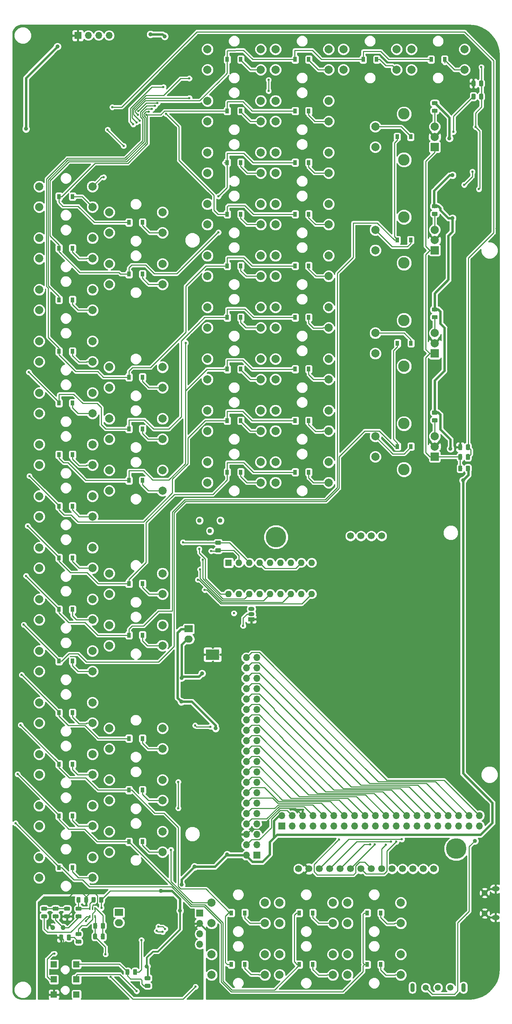
<source format=gbr>
G04 #@! TF.GenerationSoftware,KiCad,Pcbnew,(5.0.0)*
G04 #@! TF.CreationDate,2018-08-16T13:56:39+02:00*
G04 #@! TF.ProjectId,OTTOtact,4F54544F746163742E6B696361645F70,rev?*
G04 #@! TF.SameCoordinates,Original*
G04 #@! TF.FileFunction,Copper,L4,Bot,Signal*
G04 #@! TF.FilePolarity,Positive*
%FSLAX46Y46*%
G04 Gerber Fmt 4.6, Leading zero omitted, Abs format (unit mm)*
G04 Created by KiCad (PCBNEW (5.0.0)) date 08/16/18 13:56:39*
%MOMM*%
%LPD*%
G01*
G04 APERTURE LIST*
G04 #@! TA.AperFunction,ComponentPad*
%ADD10C,1.200000*%
G04 #@! TD*
G04 #@! TA.AperFunction,Conductor*
%ADD11C,0.100000*%
G04 #@! TD*
G04 #@! TA.AperFunction,SMDPad,CuDef*
%ADD12C,0.975000*%
G04 #@! TD*
G04 #@! TA.AperFunction,ComponentPad*
%ADD13C,5.000000*%
G04 #@! TD*
G04 #@! TA.AperFunction,ComponentPad*
%ADD14C,1.700000*%
G04 #@! TD*
G04 #@! TA.AperFunction,ComponentPad*
%ADD15O,1.700000X1.700000*%
G04 #@! TD*
G04 #@! TA.AperFunction,ComponentPad*
%ADD16R,1.700000X1.700000*%
G04 #@! TD*
G04 #@! TA.AperFunction,SMDPad,CuDef*
%ADD17R,0.900000X1.200000*%
G04 #@! TD*
G04 #@! TA.AperFunction,ComponentPad*
%ADD18R,2.000000X2.000000*%
G04 #@! TD*
G04 #@! TA.AperFunction,ComponentPad*
%ADD19C,2.000000*%
G04 #@! TD*
G04 #@! TA.AperFunction,ComponentPad*
%ADD20C,2.800000*%
G04 #@! TD*
G04 #@! TA.AperFunction,ComponentPad*
%ADD21O,1.900000X1.200000*%
G04 #@! TD*
G04 #@! TA.AperFunction,ComponentPad*
%ADD22C,1.450000*%
G04 #@! TD*
G04 #@! TA.AperFunction,ComponentPad*
%ADD23C,0.630000*%
G04 #@! TD*
G04 #@! TA.AperFunction,Conductor*
%ADD24R,3.300000X2.600000*%
G04 #@! TD*
G04 #@! TA.AperFunction,ComponentPad*
%ADD25O,2.000000X1.700000*%
G04 #@! TD*
G04 #@! TA.AperFunction,ComponentPad*
%ADD26R,2.000000X1.700000*%
G04 #@! TD*
G04 #@! TA.AperFunction,ComponentPad*
%ADD27O,1.500000X1.050000*%
G04 #@! TD*
G04 #@! TA.AperFunction,ComponentPad*
%ADD28R,1.500000X1.050000*%
G04 #@! TD*
G04 #@! TA.AperFunction,SMDPad,CuDef*
%ADD29R,0.400000X0.650000*%
G04 #@! TD*
G04 #@! TA.AperFunction,ComponentPad*
%ADD30R,1.600000X1.600000*%
G04 #@! TD*
G04 #@! TA.AperFunction,ComponentPad*
%ADD31O,1.600000X1.600000*%
G04 #@! TD*
G04 #@! TA.AperFunction,ComponentPad*
%ADD32C,1.120000*%
G04 #@! TD*
G04 #@! TA.AperFunction,SMDPad,CuDef*
%ADD33R,1.500000X1.500000*%
G04 #@! TD*
G04 #@! TA.AperFunction,ComponentPad*
%ADD34O,1.100000X2.200000*%
G04 #@! TD*
G04 #@! TA.AperFunction,ComponentPad*
%ADD35C,1.500000*%
G04 #@! TD*
G04 #@! TA.AperFunction,ViaPad*
%ADD36C,1.000000*%
G04 #@! TD*
G04 #@! TA.AperFunction,ViaPad*
%ADD37C,0.600000*%
G04 #@! TD*
G04 #@! TA.AperFunction,Conductor*
%ADD38C,0.220000*%
G04 #@! TD*
G04 #@! TA.AperFunction,Conductor*
%ADD39C,0.400000*%
G04 #@! TD*
G04 #@! TA.AperFunction,Conductor*
%ADD40C,0.600000*%
G04 #@! TD*
G04 #@! TA.AperFunction,Conductor*
%ADD41C,0.250000*%
G04 #@! TD*
G04 #@! TA.AperFunction,Conductor*
%ADD42C,0.350000*%
G04 #@! TD*
G04 #@! TA.AperFunction,Conductor*
%ADD43C,0.254000*%
G04 #@! TD*
G04 APERTURE END LIST*
D10*
G04 #@! TO.P,MK1,1*
G04 #@! TO.N,GNDREF*
X74844430Y-197159934D03*
G04 #@! TO.P,MK1,2*
G04 #@! TO.N,Net-(C22-Pad2)*
X77384430Y-197159934D03*
G04 #@! TD*
D11*
G04 #@! TO.N,Net-(C22-Pad1)*
G04 #@! TO.C,C22*
G36*
X81594572Y-192036108D02*
X81618233Y-192039618D01*
X81641437Y-192045430D01*
X81663959Y-192053488D01*
X81685583Y-192063716D01*
X81706100Y-192076013D01*
X81725313Y-192090263D01*
X81743037Y-192106327D01*
X81759101Y-192124051D01*
X81773351Y-192143264D01*
X81785648Y-192163781D01*
X81795876Y-192185405D01*
X81803934Y-192207927D01*
X81809746Y-192231131D01*
X81813256Y-192254792D01*
X81814430Y-192278684D01*
X81814430Y-192766184D01*
X81813256Y-192790076D01*
X81809746Y-192813737D01*
X81803934Y-192836941D01*
X81795876Y-192859463D01*
X81785648Y-192881087D01*
X81773351Y-192901604D01*
X81759101Y-192920817D01*
X81743037Y-192938541D01*
X81725313Y-192954605D01*
X81706100Y-192968855D01*
X81685583Y-192981152D01*
X81663959Y-192991380D01*
X81641437Y-192999438D01*
X81618233Y-193005250D01*
X81594572Y-193008760D01*
X81570680Y-193009934D01*
X80658180Y-193009934D01*
X80634288Y-193008760D01*
X80610627Y-193005250D01*
X80587423Y-192999438D01*
X80564901Y-192991380D01*
X80543277Y-192981152D01*
X80522760Y-192968855D01*
X80503547Y-192954605D01*
X80485823Y-192938541D01*
X80469759Y-192920817D01*
X80455509Y-192901604D01*
X80443212Y-192881087D01*
X80432984Y-192859463D01*
X80424926Y-192836941D01*
X80419114Y-192813737D01*
X80415604Y-192790076D01*
X80414430Y-192766184D01*
X80414430Y-192278684D01*
X80415604Y-192254792D01*
X80419114Y-192231131D01*
X80424926Y-192207927D01*
X80432984Y-192185405D01*
X80443212Y-192163781D01*
X80455509Y-192143264D01*
X80469759Y-192124051D01*
X80485823Y-192106327D01*
X80503547Y-192090263D01*
X80522760Y-192076013D01*
X80543277Y-192063716D01*
X80564901Y-192053488D01*
X80587423Y-192045430D01*
X80610627Y-192039618D01*
X80634288Y-192036108D01*
X80658180Y-192034934D01*
X81570680Y-192034934D01*
X81594572Y-192036108D01*
X81594572Y-192036108D01*
G37*
D12*
G04 #@! TD*
G04 #@! TO.P,C22,1*
G04 #@! TO.N,Net-(C22-Pad1)*
X81114430Y-192522434D03*
D11*
G04 #@! TO.N,Net-(C22-Pad2)*
G04 #@! TO.C,C22*
G36*
X81594572Y-193911108D02*
X81618233Y-193914618D01*
X81641437Y-193920430D01*
X81663959Y-193928488D01*
X81685583Y-193938716D01*
X81706100Y-193951013D01*
X81725313Y-193965263D01*
X81743037Y-193981327D01*
X81759101Y-193999051D01*
X81773351Y-194018264D01*
X81785648Y-194038781D01*
X81795876Y-194060405D01*
X81803934Y-194082927D01*
X81809746Y-194106131D01*
X81813256Y-194129792D01*
X81814430Y-194153684D01*
X81814430Y-194641184D01*
X81813256Y-194665076D01*
X81809746Y-194688737D01*
X81803934Y-194711941D01*
X81795876Y-194734463D01*
X81785648Y-194756087D01*
X81773351Y-194776604D01*
X81759101Y-194795817D01*
X81743037Y-194813541D01*
X81725313Y-194829605D01*
X81706100Y-194843855D01*
X81685583Y-194856152D01*
X81663959Y-194866380D01*
X81641437Y-194874438D01*
X81618233Y-194880250D01*
X81594572Y-194883760D01*
X81570680Y-194884934D01*
X80658180Y-194884934D01*
X80634288Y-194883760D01*
X80610627Y-194880250D01*
X80587423Y-194874438D01*
X80564901Y-194866380D01*
X80543277Y-194856152D01*
X80522760Y-194843855D01*
X80503547Y-194829605D01*
X80485823Y-194813541D01*
X80469759Y-194795817D01*
X80455509Y-194776604D01*
X80443212Y-194756087D01*
X80432984Y-194734463D01*
X80424926Y-194711941D01*
X80419114Y-194688737D01*
X80415604Y-194665076D01*
X80414430Y-194641184D01*
X80414430Y-194153684D01*
X80415604Y-194129792D01*
X80419114Y-194106131D01*
X80424926Y-194082927D01*
X80432984Y-194060405D01*
X80443212Y-194038781D01*
X80455509Y-194018264D01*
X80469759Y-193999051D01*
X80485823Y-193981327D01*
X80503547Y-193965263D01*
X80522760Y-193951013D01*
X80543277Y-193938716D01*
X80564901Y-193928488D01*
X80587423Y-193920430D01*
X80610627Y-193914618D01*
X80634288Y-193911108D01*
X80658180Y-193909934D01*
X81570680Y-193909934D01*
X81594572Y-193911108D01*
X81594572Y-193911108D01*
G37*
D12*
G04 #@! TD*
G04 #@! TO.P,C22,2*
G04 #@! TO.N,Net-(C22-Pad2)*
X81114430Y-194397434D03*
D13*
G04 #@! TO.P,U7,*
G04 #@! TO.N,*
X129334430Y-101789934D03*
X173334430Y-177869934D03*
D14*
G04 #@! TO.P,U7,1*
G04 #@! TO.N,/1*
X134824430Y-182789934D03*
G04 #@! TO.P,U7,2*
G04 #@! TO.N,GNDREF*
X137364430Y-182789934D03*
G04 #@! TO.P,U7,3*
G04 #@! TO.N,/24*
X139904430Y-182789934D03*
G04 #@! TO.P,U7,4*
G04 #@! TO.N,/22*
X142444430Y-182789934D03*
G04 #@! TO.P,U7,5*
G04 #@! TO.N,/18*
X144984430Y-182789934D03*
G04 #@! TO.P,U7,6*
G04 #@! TO.N,/19*
X147524430Y-182789934D03*
G04 #@! TO.P,U7,7*
G04 #@! TO.N,/23*
X150064430Y-182789934D03*
G04 #@! TO.P,U7,8*
G04 #@! TO.N,/12*
X152604430Y-182789934D03*
G04 #@! TO.P,U7,9*
G04 #@! TO.N,/21*
X155144430Y-182789934D03*
G04 #@! TO.P,U7,10*
G04 #@! TO.N,Net-(U7-Pad10)*
X157684430Y-182789934D03*
G04 #@! TO.P,U7,11*
G04 #@! TO.N,Net-(U7-Pad11)*
X160224430Y-182789934D03*
G04 #@! TO.P,U7,12*
G04 #@! TO.N,Net-(U7-Pad12)*
X162764430Y-182789934D03*
G04 #@! TO.P,U7,13*
G04 #@! TO.N,Net-(U7-Pad13)*
X165304430Y-182789934D03*
G04 #@! TO.P,U7,14*
G04 #@! TO.N,Net-(U7-Pad14)*
X167844430Y-182789934D03*
G04 #@! TO.P,U7,16*
G04 #@! TO.N,Net-(U7-Pad16)*
X150064430Y-101509934D03*
G04 #@! TO.P,U7,15*
G04 #@! TO.N,Net-(U7-Pad15)*
X147524430Y-101509934D03*
G04 #@! TO.P,U7,17*
G04 #@! TO.N,Net-(U7-Pad17)*
X152604430Y-101509934D03*
G04 #@! TO.P,U7,18*
G04 #@! TO.N,Net-(U7-Pad18)*
X155144430Y-101509934D03*
G04 #@! TD*
D15*
G04 #@! TO.P,J7,40*
G04 #@! TO.N,/40*
X179020274Y-169776385D03*
G04 #@! TO.P,J7,39*
G04 #@! TO.N,/39*
X179020274Y-172316385D03*
G04 #@! TO.P,J7,38*
G04 #@! TO.N,/38*
X176480274Y-169776385D03*
G04 #@! TO.P,J7,37*
G04 #@! TO.N,/37*
X176480274Y-172316385D03*
G04 #@! TO.P,J7,36*
G04 #@! TO.N,36*
X173940274Y-169776385D03*
G04 #@! TO.P,J7,35*
G04 #@! TO.N,/35*
X173940274Y-172316385D03*
G04 #@! TO.P,J7,34*
G04 #@! TO.N,/34*
X171400274Y-169776385D03*
G04 #@! TO.P,J7,33*
G04 #@! TO.N,/33*
X171400274Y-172316385D03*
G04 #@! TO.P,J7,32*
G04 #@! TO.N,/32*
X168860274Y-169776385D03*
G04 #@! TO.P,J7,31*
G04 #@! TO.N,/31*
X168860274Y-172316385D03*
G04 #@! TO.P,J7,30*
G04 #@! TO.N,/30*
X166320274Y-169776385D03*
G04 #@! TO.P,J7,29*
G04 #@! TO.N,/29*
X166320274Y-172316385D03*
G04 #@! TO.P,J7,28*
G04 #@! TO.N,/28*
X163780274Y-169776385D03*
G04 #@! TO.P,J7,27*
G04 #@! TO.N,/27*
X163780274Y-172316385D03*
G04 #@! TO.P,J7,26*
G04 #@! TO.N,/26*
X161240274Y-169776385D03*
G04 #@! TO.P,J7,25*
G04 #@! TO.N,/25*
X161240274Y-172316385D03*
G04 #@! TO.P,J7,24*
G04 #@! TO.N,/24*
X158700274Y-169776385D03*
G04 #@! TO.P,J7,23*
G04 #@! TO.N,/23*
X158700274Y-172316385D03*
G04 #@! TO.P,J7,22*
G04 #@! TO.N,/22*
X156160274Y-169776385D03*
G04 #@! TO.P,J7,21*
G04 #@! TO.N,/21*
X156160274Y-172316385D03*
G04 #@! TO.P,J7,20*
G04 #@! TO.N,/20*
X153620274Y-169776385D03*
G04 #@! TO.P,J7,19*
G04 #@! TO.N,/19*
X153620274Y-172316385D03*
G04 #@! TO.P,J7,18*
G04 #@! TO.N,/18*
X151080274Y-169776385D03*
G04 #@! TO.P,J7,17*
G04 #@! TO.N,/17*
X151080274Y-172316385D03*
G04 #@! TO.P,J7,16*
G04 #@! TO.N,/16*
X148540274Y-169776385D03*
G04 #@! TO.P,J7,15*
G04 #@! TO.N,/15*
X148540274Y-172316385D03*
G04 #@! TO.P,J7,14*
G04 #@! TO.N,/14*
X146000274Y-169776385D03*
G04 #@! TO.P,J7,13*
G04 #@! TO.N,/13*
X146000274Y-172316385D03*
G04 #@! TO.P,J7,12*
G04 #@! TO.N,/12*
X143460274Y-169776385D03*
G04 #@! TO.P,J7,11*
G04 #@! TO.N,/11*
X143460274Y-172316385D03*
G04 #@! TO.P,J7,10*
G04 #@! TO.N,/10*
X140920274Y-169776385D03*
G04 #@! TO.P,J7,9*
G04 #@! TO.N,/9*
X140920274Y-172316385D03*
G04 #@! TO.P,J7,8*
G04 #@! TO.N,/8*
X138380274Y-169776385D03*
G04 #@! TO.P,J7,7*
G04 #@! TO.N,/7*
X138380274Y-172316385D03*
G04 #@! TO.P,J7,6*
G04 #@! TO.N,GNDREF*
X135840274Y-169776385D03*
G04 #@! TO.P,J7,5*
G04 #@! TO.N,/5*
X135840274Y-172316385D03*
G04 #@! TO.P,J7,4*
G04 #@! TO.N,/4*
X133300274Y-169776385D03*
G04 #@! TO.P,J7,3*
G04 #@! TO.N,/3*
X133300274Y-172316385D03*
G04 #@! TO.P,J7,2*
G04 #@! TO.N,+5V*
X130760274Y-169776385D03*
D16*
G04 #@! TO.P,J7,1*
G04 #@! TO.N,/1*
X130760274Y-172316385D03*
G04 #@! TD*
D15*
G04 #@! TO.P,J1,4*
G04 #@! TO.N,Net-(J1-Pad4)*
X88575893Y20681911D03*
G04 #@! TO.P,J1,3*
G04 #@! TO.N,D-*
X86035893Y20681911D03*
G04 #@! TO.P,J1,2*
G04 #@! TO.N,D+*
X83495893Y20681911D03*
D16*
G04 #@! TO.P,J1,1*
G04 #@! TO.N,GNDREF*
X80955893Y20681911D03*
G04 #@! TD*
D15*
G04 #@! TO.P,J8,40*
G04 #@! TO.N,/40*
X122120274Y-131216385D03*
G04 #@! TO.P,J8,39*
G04 #@! TO.N,/39*
X124660274Y-131216385D03*
G04 #@! TO.P,J8,38*
G04 #@! TO.N,/38*
X122120274Y-133756385D03*
G04 #@! TO.P,J8,37*
G04 #@! TO.N,/37*
X124660274Y-133756385D03*
G04 #@! TO.P,J8,36*
G04 #@! TO.N,36*
X122120274Y-136296385D03*
G04 #@! TO.P,J8,35*
G04 #@! TO.N,/35*
X124660274Y-136296385D03*
G04 #@! TO.P,J8,34*
G04 #@! TO.N,/34*
X122120274Y-138836385D03*
G04 #@! TO.P,J8,33*
G04 #@! TO.N,/33*
X124660274Y-138836385D03*
G04 #@! TO.P,J8,32*
G04 #@! TO.N,/32*
X122120274Y-141376385D03*
G04 #@! TO.P,J8,31*
G04 #@! TO.N,/31*
X124660274Y-141376385D03*
G04 #@! TO.P,J8,30*
G04 #@! TO.N,/30*
X122120274Y-143916385D03*
G04 #@! TO.P,J8,29*
G04 #@! TO.N,/29*
X124660274Y-143916385D03*
G04 #@! TO.P,J8,28*
G04 #@! TO.N,/28*
X122120274Y-146456385D03*
G04 #@! TO.P,J8,27*
G04 #@! TO.N,/27*
X124660274Y-146456385D03*
G04 #@! TO.P,J8,26*
G04 #@! TO.N,/26*
X122120274Y-148996385D03*
G04 #@! TO.P,J8,25*
G04 #@! TO.N,/25*
X124660274Y-148996385D03*
G04 #@! TO.P,J8,24*
G04 #@! TO.N,/24*
X122120274Y-151536385D03*
G04 #@! TO.P,J8,23*
G04 #@! TO.N,/23*
X124660274Y-151536385D03*
G04 #@! TO.P,J8,22*
G04 #@! TO.N,/22*
X122120274Y-154076385D03*
G04 #@! TO.P,J8,21*
G04 #@! TO.N,/21*
X124660274Y-154076385D03*
G04 #@! TO.P,J8,20*
G04 #@! TO.N,/20*
X122120274Y-156616385D03*
G04 #@! TO.P,J8,19*
G04 #@! TO.N,/19*
X124660274Y-156616385D03*
G04 #@! TO.P,J8,18*
G04 #@! TO.N,/18*
X122120274Y-159156385D03*
G04 #@! TO.P,J8,17*
G04 #@! TO.N,/17*
X124660274Y-159156385D03*
G04 #@! TO.P,J8,16*
G04 #@! TO.N,/16*
X122120274Y-161696385D03*
G04 #@! TO.P,J8,15*
G04 #@! TO.N,/15*
X124660274Y-161696385D03*
G04 #@! TO.P,J8,14*
G04 #@! TO.N,/14*
X122120274Y-164236385D03*
G04 #@! TO.P,J8,13*
G04 #@! TO.N,/13*
X124660274Y-164236385D03*
G04 #@! TO.P,J8,12*
G04 #@! TO.N,/12*
X122120274Y-166776385D03*
G04 #@! TO.P,J8,11*
G04 #@! TO.N,/11*
X124660274Y-166776385D03*
G04 #@! TO.P,J8,10*
G04 #@! TO.N,/10*
X122120274Y-169316385D03*
G04 #@! TO.P,J8,9*
G04 #@! TO.N,/9*
X124660274Y-169316385D03*
G04 #@! TO.P,J8,8*
G04 #@! TO.N,/8*
X122120274Y-171856385D03*
G04 #@! TO.P,J8,7*
G04 #@! TO.N,/7*
X124660274Y-171856385D03*
G04 #@! TO.P,J8,6*
G04 #@! TO.N,GNDREF*
X122120274Y-174396385D03*
G04 #@! TO.P,J8,5*
G04 #@! TO.N,/5*
X124660274Y-174396385D03*
G04 #@! TO.P,J8,4*
G04 #@! TO.N,/4*
X122120274Y-176936385D03*
G04 #@! TO.P,J8,3*
G04 #@! TO.N,/3*
X124660274Y-176936385D03*
G04 #@! TO.P,J8,2*
G04 #@! TO.N,+5V*
X122120274Y-179476385D03*
D16*
G04 #@! TO.P,J8,1*
G04 #@! TO.N,/1*
X124660274Y-179476385D03*
G04 #@! TD*
D17*
G04 #@! TO.P,D2,2*
G04 #@! TO.N,Net-(D2-Pad2)*
X170528119Y14832960D03*
G04 #@! TO.P,D2,1*
G04 #@! TO.N,COL1*
X167228119Y14832960D03*
G04 #@! TD*
G04 #@! TO.P,D3,2*
G04 #@! TO.N,Net-(D3-Pad2)*
X153928119Y14832960D03*
G04 #@! TO.P,D3,1*
G04 #@! TO.N,COL1*
X150628119Y14832960D03*
G04 #@! TD*
G04 #@! TO.P,D4,2*
G04 #@! TO.N,Net-(D4-Pad2)*
X137328119Y14832960D03*
G04 #@! TO.P,D4,1*
G04 #@! TO.N,COL1*
X134028119Y14832960D03*
G04 #@! TD*
G04 #@! TO.P,D5,2*
G04 #@! TO.N,Net-(D5-Pad2)*
X120728119Y14832960D03*
G04 #@! TO.P,D5,1*
G04 #@! TO.N,COL1*
X117428119Y14832960D03*
G04 #@! TD*
G04 #@! TO.P,D6,2*
G04 #@! TO.N,Net-(D6-Pad2)*
X137328119Y2232960D03*
G04 #@! TO.P,D6,1*
G04 #@! TO.N,COL2*
X134028119Y2232960D03*
G04 #@! TD*
G04 #@! TO.P,D7,2*
G04 #@! TO.N,Net-(D7-Pad2)*
X120728119Y2232960D03*
G04 #@! TO.P,D7,1*
G04 #@! TO.N,COL2*
X117428119Y2232960D03*
G04 #@! TD*
G04 #@! TO.P,D8,2*
G04 #@! TO.N,Net-(D8-Pad2)*
X96729940Y-24967040D03*
G04 #@! TO.P,D8,1*
G04 #@! TO.N,COL2*
X93429940Y-24967040D03*
G04 #@! TD*
G04 #@! TO.P,D9,2*
G04 #@! TO.N,Net-(D9-Pad2)*
X79629940Y-18667040D03*
G04 #@! TO.P,D9,1*
G04 #@! TO.N,COL2*
X76329940Y-18667040D03*
G04 #@! TD*
G04 #@! TO.P,D10,2*
G04 #@! TO.N,Net-(D10-Pad2)*
X137328119Y-10367040D03*
G04 #@! TO.P,D10,1*
G04 #@! TO.N,COL3*
X134028119Y-10367040D03*
G04 #@! TD*
G04 #@! TO.P,D11,2*
G04 #@! TO.N,Net-(D11-Pad2)*
X120728119Y-10367040D03*
G04 #@! TO.P,D11,1*
G04 #@! TO.N,COL3*
X117428119Y-10367040D03*
G04 #@! TD*
G04 #@! TO.P,D12,2*
G04 #@! TO.N,Net-(D12-Pad2)*
X96729940Y-37567040D03*
G04 #@! TO.P,D12,1*
G04 #@! TO.N,COL3*
X93429940Y-37567040D03*
G04 #@! TD*
G04 #@! TO.P,D13,2*
G04 #@! TO.N,Net-(D13-Pad2)*
X79629940Y-31267040D03*
G04 #@! TO.P,D13,1*
G04 #@! TO.N,COL3*
X76329940Y-31267040D03*
G04 #@! TD*
G04 #@! TO.P,D14,2*
G04 #@! TO.N,Net-(D14-Pad2)*
X137328119Y-22967040D03*
G04 #@! TO.P,D14,1*
G04 #@! TO.N,COL4*
X134028119Y-22967040D03*
G04 #@! TD*
G04 #@! TO.P,D15,2*
G04 #@! TO.N,Net-(D15-Pad2)*
X120728119Y-22967040D03*
G04 #@! TO.P,D15,1*
G04 #@! TO.N,COL4*
X117428119Y-22967040D03*
G04 #@! TD*
G04 #@! TO.P,D16,2*
G04 #@! TO.N,Net-(D16-Pad2)*
X79629940Y-43867040D03*
G04 #@! TO.P,D16,1*
G04 #@! TO.N,COL4*
X76329940Y-43867040D03*
G04 #@! TD*
G04 #@! TO.P,D17,2*
G04 #@! TO.N,Net-(D17-Pad2)*
X137328119Y-35567040D03*
G04 #@! TO.P,D17,1*
G04 #@! TO.N,COL5*
X134028119Y-35567040D03*
G04 #@! TD*
G04 #@! TO.P,D18,2*
G04 #@! TO.N,Net-(D18-Pad2)*
X120728119Y-35586048D03*
G04 #@! TO.P,D18,1*
G04 #@! TO.N,COL5*
X117428119Y-35586048D03*
G04 #@! TD*
G04 #@! TO.P,D19,2*
G04 #@! TO.N,Net-(D19-Pad2)*
X96729940Y-62767040D03*
G04 #@! TO.P,D19,1*
G04 #@! TO.N,COL5*
X93429940Y-62767040D03*
G04 #@! TD*
G04 #@! TO.P,D20,2*
G04 #@! TO.N,Net-(D20-Pad2)*
X79629940Y-56467040D03*
G04 #@! TO.P,D20,1*
G04 #@! TO.N,COL5*
X76329940Y-56467040D03*
G04 #@! TD*
G04 #@! TO.P,D21,2*
G04 #@! TO.N,Net-(D21-Pad2)*
X137328119Y-48167040D03*
G04 #@! TO.P,D21,1*
G04 #@! TO.N,COL6*
X134028119Y-48167040D03*
G04 #@! TD*
G04 #@! TO.P,D22,2*
G04 #@! TO.N,Net-(D22-Pad2)*
X120728119Y-48167040D03*
G04 #@! TO.P,D22,1*
G04 #@! TO.N,COL6*
X117428119Y-48167040D03*
G04 #@! TD*
G04 #@! TO.P,D23,2*
G04 #@! TO.N,Net-(D23-Pad2)*
X96729940Y-75367040D03*
G04 #@! TO.P,D23,1*
G04 #@! TO.N,COL6*
X93429940Y-75367040D03*
G04 #@! TD*
G04 #@! TO.P,D24,2*
G04 #@! TO.N,Net-(D24-Pad2)*
X79629940Y-69067040D03*
G04 #@! TO.P,D24,1*
G04 #@! TO.N,COL6*
X76329940Y-69067040D03*
G04 #@! TD*
G04 #@! TO.P,D25,2*
G04 #@! TO.N,Net-(D25-Pad2)*
X137328119Y-60767040D03*
G04 #@! TO.P,D25,1*
G04 #@! TO.N,COL7*
X134028119Y-60767040D03*
G04 #@! TD*
G04 #@! TO.P,D26,2*
G04 #@! TO.N,Net-(D26-Pad2)*
X120728119Y-60767040D03*
G04 #@! TO.P,D26,1*
G04 #@! TO.N,COL7*
X117428119Y-60767040D03*
G04 #@! TD*
G04 #@! TO.P,D27,2*
G04 #@! TO.N,Net-(D27-Pad2)*
X96729940Y-87967040D03*
G04 #@! TO.P,D27,1*
G04 #@! TO.N,COL7*
X93429940Y-87967040D03*
G04 #@! TD*
G04 #@! TO.P,D28,2*
G04 #@! TO.N,Net-(D28-Pad2)*
X79629940Y-81667040D03*
G04 #@! TO.P,D28,1*
G04 #@! TO.N,COL7*
X76329940Y-81667040D03*
G04 #@! TD*
G04 #@! TO.P,D29,2*
G04 #@! TO.N,Net-(D29-Pad2)*
X137328119Y-73367040D03*
G04 #@! TO.P,D29,1*
G04 #@! TO.N,COL8*
X134028119Y-73367040D03*
G04 #@! TD*
G04 #@! TO.P,D30,2*
G04 #@! TO.N,Net-(D30-Pad2)*
X120728119Y-73367040D03*
G04 #@! TO.P,D30,1*
G04 #@! TO.N,COL8*
X117428119Y-73367040D03*
G04 #@! TD*
G04 #@! TO.P,D31,2*
G04 #@! TO.N,Net-(D31-Pad2)*
X79629940Y-94267040D03*
G04 #@! TO.P,D31,1*
G04 #@! TO.N,COL8*
X76329940Y-94267040D03*
G04 #@! TD*
G04 #@! TO.P,D32,2*
G04 #@! TO.N,Net-(D32-Pad2)*
X137328119Y-85967040D03*
G04 #@! TO.P,D32,1*
G04 #@! TO.N,COL9*
X134028119Y-85967040D03*
G04 #@! TD*
G04 #@! TO.P,D33,2*
G04 #@! TO.N,Net-(D33-Pad2)*
X120728119Y-85967040D03*
G04 #@! TO.P,D33,1*
G04 #@! TO.N,COL9*
X117428119Y-85967040D03*
G04 #@! TD*
G04 #@! TO.P,D34,2*
G04 #@! TO.N,Net-(D34-Pad2)*
X96729940Y-113167040D03*
G04 #@! TO.P,D34,1*
G04 #@! TO.N,COL9*
X93429940Y-113167040D03*
G04 #@! TD*
G04 #@! TO.P,D35,2*
G04 #@! TO.N,Net-(D35-Pad2)*
X79629940Y-106867040D03*
G04 #@! TO.P,D35,1*
G04 #@! TO.N,COL9*
X76329940Y-106867040D03*
G04 #@! TD*
G04 #@! TO.P,D36,2*
G04 #@! TO.N,Net-(D36-Pad2)*
X96729940Y-125767040D03*
G04 #@! TO.P,D36,1*
G04 #@! TO.N,COL10*
X93429940Y-125767040D03*
G04 #@! TD*
G04 #@! TO.P,D37,2*
G04 #@! TO.N,Net-(D37-Pad2)*
X79629940Y-119467040D03*
G04 #@! TO.P,D37,1*
G04 #@! TO.N,COL10*
X76329940Y-119467040D03*
G04 #@! TD*
G04 #@! TO.P,D38,2*
G04 #@! TO.N,Net-(D38-Pad2)*
X79629940Y-132067040D03*
G04 #@! TO.P,D38,1*
G04 #@! TO.N,COL11*
X76329940Y-132067040D03*
G04 #@! TD*
G04 #@! TO.P,D39,2*
G04 #@! TO.N,Net-(D39-Pad2)*
X96729940Y-150967040D03*
G04 #@! TO.P,D39,1*
G04 #@! TO.N,COL12*
X93429940Y-150967040D03*
G04 #@! TD*
G04 #@! TO.P,D40,2*
G04 #@! TO.N,Net-(D40-Pad2)*
X79629940Y-144667040D03*
G04 #@! TO.P,D40,1*
G04 #@! TO.N,COL12*
X76329940Y-144667040D03*
G04 #@! TD*
G04 #@! TO.P,D41,2*
G04 #@! TO.N,Net-(D41-Pad2)*
X121728119Y-206167040D03*
G04 #@! TO.P,D41,1*
G04 #@! TO.N,COL13*
X118428119Y-206167040D03*
G04 #@! TD*
G04 #@! TO.P,D42,2*
G04 #@! TO.N,Net-(D42-Pad2)*
X121728119Y-193567040D03*
G04 #@! TO.P,D42,1*
G04 #@! TO.N,COL13*
X118428119Y-193567040D03*
G04 #@! TD*
G04 #@! TO.P,D43,2*
G04 #@! TO.N,Net-(D43-Pad2)*
X96729940Y-163567040D03*
G04 #@! TO.P,D43,1*
G04 #@! TO.N,COL13*
X93429940Y-163567040D03*
G04 #@! TD*
G04 #@! TO.P,D44,2*
G04 #@! TO.N,Net-(D44-Pad2)*
X79629940Y-157267040D03*
G04 #@! TO.P,D44,1*
G04 #@! TO.N,COL13*
X76329940Y-157267040D03*
G04 #@! TD*
G04 #@! TO.P,D45,2*
G04 #@! TO.N,Net-(D45-Pad2)*
X138328119Y-206167040D03*
G04 #@! TO.P,D45,1*
G04 #@! TO.N,COL14*
X135028119Y-206167040D03*
G04 #@! TD*
G04 #@! TO.P,D46,2*
G04 #@! TO.N,Net-(D46-Pad2)*
X138328119Y-193567040D03*
G04 #@! TO.P,D46,1*
G04 #@! TO.N,COL14*
X135028119Y-193567040D03*
G04 #@! TD*
G04 #@! TO.P,D47,2*
G04 #@! TO.N,Net-(D47-Pad2)*
X96729940Y-176167040D03*
G04 #@! TO.P,D47,1*
G04 #@! TO.N,COL14*
X93429940Y-176167040D03*
G04 #@! TD*
G04 #@! TO.P,D48,2*
G04 #@! TO.N,Net-(D48-Pad2)*
X79629940Y-169867040D03*
G04 #@! TO.P,D48,1*
G04 #@! TO.N,COL14*
X76329940Y-169867040D03*
G04 #@! TD*
G04 #@! TO.P,D49,2*
G04 #@! TO.N,Net-(D49-Pad2)*
X154928119Y-206167040D03*
G04 #@! TO.P,D49,1*
G04 #@! TO.N,COL15*
X151628119Y-206167040D03*
G04 #@! TD*
G04 #@! TO.P,D50,2*
G04 #@! TO.N,Net-(D50-Pad2)*
X154928119Y-193567040D03*
G04 #@! TO.P,D50,1*
G04 #@! TO.N,COL15*
X151628119Y-193567040D03*
G04 #@! TD*
G04 #@! TO.P,D51,2*
G04 #@! TO.N,Net-(D51-Pad2)*
X79629940Y-182467040D03*
G04 #@! TO.P,D51,1*
G04 #@! TO.N,COL15*
X76329940Y-182467040D03*
G04 #@! TD*
G04 #@! TO.P,D52,2*
G04 #@! TO.N,Net-(D52-Pad2)*
X162228119Y-4067040D03*
G04 #@! TO.P,D52,1*
G04 #@! TO.N,COL10*
X158928119Y-4067040D03*
G04 #@! TD*
G04 #@! TO.P,D53,2*
G04 #@! TO.N,Net-(D53-Pad2)*
X162228119Y-29257903D03*
G04 #@! TO.P,D53,1*
G04 #@! TO.N,COL10*
X158928119Y-29257903D03*
G04 #@! TD*
G04 #@! TO.P,D54,2*
G04 #@! TO.N,Net-(D54-Pad2)*
X162306179Y-54476911D03*
G04 #@! TO.P,D54,1*
G04 #@! TO.N,COL11*
X159006179Y-54476911D03*
G04 #@! TD*
G04 #@! TO.P,D55,2*
G04 #@! TO.N,Net-(D55-Pad2)*
X162306179Y-79676911D03*
G04 #@! TO.P,D55,1*
G04 #@! TO.N,COL11*
X159006179Y-79676911D03*
G04 #@! TD*
D18*
G04 #@! TO.P,SW51,A*
G04 #@! TO.N,Net-(R12-Pad2)*
X168106179Y-6576911D03*
D19*
G04 #@! TO.P,SW51,C*
G04 #@! TO.N,GNDREF*
X168106179Y-4076911D03*
G04 #@! TO.P,SW51,B*
G04 #@! TO.N,Net-(R3-Pad1)*
X168106179Y-1576911D03*
D20*
G04 #@! TO.P,SW51,MP*
G04 #@! TO.N,N/C*
X160606179Y-9676911D03*
X160606179Y1523089D03*
D19*
G04 #@! TO.P,SW51,S1*
G04 #@! TO.N,ROW1*
X153606179Y-6576911D03*
G04 #@! TO.P,SW51,S2*
G04 #@! TO.N,Net-(D52-Pad2)*
X153606179Y-1576911D03*
G04 #@! TD*
D18*
G04 #@! TO.P,SW52,A*
G04 #@! TO.N,Net-(R12-Pad2)*
X168106179Y-31776911D03*
D19*
G04 #@! TO.P,SW52,C*
G04 #@! TO.N,GNDREF*
X168106179Y-29276911D03*
G04 #@! TO.P,SW52,B*
G04 #@! TO.N,Net-(R4-Pad1)*
X168106179Y-26776911D03*
D20*
G04 #@! TO.P,SW52,MP*
G04 #@! TO.N,N/C*
X160606179Y-34876911D03*
X160606179Y-23676911D03*
D19*
G04 #@! TO.P,SW52,S1*
G04 #@! TO.N,ROW2*
X153606179Y-31776911D03*
G04 #@! TO.P,SW52,S2*
G04 #@! TO.N,Net-(D53-Pad2)*
X153606179Y-26776911D03*
G04 #@! TD*
D18*
G04 #@! TO.P,SW53,A*
G04 #@! TO.N,Net-(R12-Pad2)*
X168106179Y-56976911D03*
D19*
G04 #@! TO.P,SW53,C*
G04 #@! TO.N,GNDREF*
X168106179Y-54476911D03*
G04 #@! TO.P,SW53,B*
G04 #@! TO.N,Net-(R10-Pad2)*
X168106179Y-51976911D03*
D20*
G04 #@! TO.P,SW53,MP*
G04 #@! TO.N,N/C*
X160606179Y-60076911D03*
X160606179Y-48876911D03*
D19*
G04 #@! TO.P,SW53,S1*
G04 #@! TO.N,ROW1*
X153606179Y-56976911D03*
G04 #@! TO.P,SW53,S2*
G04 #@! TO.N,Net-(D54-Pad2)*
X153606179Y-51976911D03*
G04 #@! TD*
D18*
G04 #@! TO.P,SW54,A*
G04 #@! TO.N,Net-(R12-Pad2)*
X168106179Y-82186048D03*
D19*
G04 #@! TO.P,SW54,C*
G04 #@! TO.N,GNDREF*
X168106179Y-79686048D03*
G04 #@! TO.P,SW54,B*
G04 #@! TO.N,Net-(R11-Pad2)*
X168106179Y-77186048D03*
D20*
G04 #@! TO.P,SW54,MP*
G04 #@! TO.N,N/C*
X160606179Y-85286048D03*
X160606179Y-74086048D03*
D19*
G04 #@! TO.P,SW54,S1*
G04 #@! TO.N,ROW2*
X153606179Y-82186048D03*
G04 #@! TO.P,SW54,S2*
G04 #@! TO.N,Net-(D55-Pad2)*
X153606179Y-77186048D03*
G04 #@! TD*
D21*
G04 #@! TO.P,J2,6*
G04 #@! TO.N,GNDREF*
X183001881Y-187681059D03*
X183001881Y-194681059D03*
D22*
X180301881Y-188681059D03*
X180301881Y-193681059D03*
G04 #@! TD*
D23*
G04 #@! TO.P,U3,9*
G04 #@! TO.N,GNDREF*
X112566093Y-131136048D03*
X112566093Y-129836048D03*
X115166093Y-131136048D03*
X113866093Y-131136048D03*
X113866093Y-129836048D03*
X115166093Y-129836048D03*
D24*
G04 #@! TD*
G04 #@! TO.N,GNDREF*
G04 #@! TO.C,U3*
X113866093Y-130486048D03*
D25*
G04 #@! TO.P,J3,2*
G04 #@! TO.N,+BATT*
X108014430Y-126697434D03*
D26*
G04 #@! TO.P,J3,1*
G04 #@! TO.N,-BATT*
X108014430Y-124197434D03*
G04 #@! TD*
D19*
G04 #@! TO.P,SW1,2*
G04 #@! TO.N,Net-(D2-Pad2)*
X162406179Y12313952D03*
G04 #@! TO.P,SW1,1*
G04 #@! TO.N,ROW1*
X162406179Y17313952D03*
G04 #@! TO.P,SW1,2*
G04 #@! TO.N,Net-(D2-Pad2)*
X175406179Y12313952D03*
G04 #@! TO.P,SW1,1*
G04 #@! TO.N,ROW1*
X175406179Y17313952D03*
G04 #@! TD*
G04 #@! TO.P,SW2,2*
G04 #@! TO.N,Net-(D3-Pad2)*
X145806179Y12313952D03*
G04 #@! TO.P,SW2,1*
G04 #@! TO.N,ROW2*
X145806179Y17313952D03*
G04 #@! TO.P,SW2,2*
G04 #@! TO.N,Net-(D3-Pad2)*
X158806179Y12313952D03*
G04 #@! TO.P,SW2,1*
G04 #@! TO.N,ROW2*
X158806179Y17313952D03*
G04 #@! TD*
G04 #@! TO.P,SW3,2*
G04 #@! TO.N,Net-(D4-Pad2)*
X129206179Y12313952D03*
G04 #@! TO.P,SW3,1*
G04 #@! TO.N,ROW3*
X129206179Y17313952D03*
G04 #@! TO.P,SW3,2*
G04 #@! TO.N,Net-(D4-Pad2)*
X142206179Y12313952D03*
G04 #@! TO.P,SW3,1*
G04 #@! TO.N,ROW3*
X142206179Y17313952D03*
G04 #@! TD*
G04 #@! TO.P,SW4,2*
G04 #@! TO.N,Net-(D5-Pad2)*
X112606179Y12313952D03*
G04 #@! TO.P,SW4,1*
G04 #@! TO.N,ROW4*
X112606179Y17313952D03*
G04 #@! TO.P,SW4,2*
G04 #@! TO.N,Net-(D5-Pad2)*
X125606179Y12313952D03*
G04 #@! TO.P,SW4,1*
G04 #@! TO.N,ROW4*
X125606179Y17313952D03*
G04 #@! TD*
G04 #@! TO.P,SW5,2*
G04 #@! TO.N,Net-(D6-Pad2)*
X129206179Y-286048D03*
G04 #@! TO.P,SW5,1*
G04 #@! TO.N,ROW1*
X129206179Y4713952D03*
G04 #@! TO.P,SW5,2*
G04 #@! TO.N,Net-(D6-Pad2)*
X142206179Y-286048D03*
G04 #@! TO.P,SW5,1*
G04 #@! TO.N,ROW1*
X142206179Y4713952D03*
G04 #@! TD*
G04 #@! TO.P,SW6,2*
G04 #@! TO.N,Net-(D7-Pad2)*
X112606179Y-286048D03*
G04 #@! TO.P,SW6,1*
G04 #@! TO.N,ROW2*
X112606179Y4713952D03*
G04 #@! TO.P,SW6,2*
G04 #@! TO.N,Net-(D7-Pad2)*
X125606179Y-286048D03*
G04 #@! TO.P,SW6,1*
G04 #@! TO.N,ROW2*
X125606179Y4713952D03*
G04 #@! TD*
G04 #@! TO.P,SW7,2*
G04 #@! TO.N,Net-(D8-Pad2)*
X88608000Y-27486048D03*
G04 #@! TO.P,SW7,1*
G04 #@! TO.N,ROW3*
X88608000Y-22486048D03*
G04 #@! TO.P,SW7,2*
G04 #@! TO.N,Net-(D8-Pad2)*
X101608000Y-27486048D03*
G04 #@! TO.P,SW7,1*
G04 #@! TO.N,ROW3*
X101608000Y-22486048D03*
G04 #@! TD*
G04 #@! TO.P,SW8,2*
G04 #@! TO.N,Net-(D9-Pad2)*
X71508000Y-21186048D03*
G04 #@! TO.P,SW8,1*
G04 #@! TO.N,ROW4*
X71508000Y-16186048D03*
G04 #@! TO.P,SW8,2*
G04 #@! TO.N,Net-(D9-Pad2)*
X84508000Y-21186048D03*
G04 #@! TO.P,SW8,1*
G04 #@! TO.N,ROW4*
X84508000Y-16186048D03*
G04 #@! TD*
G04 #@! TO.P,SW9,2*
G04 #@! TO.N,Net-(D10-Pad2)*
X129206179Y-12886048D03*
G04 #@! TO.P,SW9,1*
G04 #@! TO.N,ROW1*
X129206179Y-7886048D03*
G04 #@! TO.P,SW9,2*
G04 #@! TO.N,Net-(D10-Pad2)*
X142206179Y-12886048D03*
G04 #@! TO.P,SW9,1*
G04 #@! TO.N,ROW1*
X142206179Y-7886048D03*
G04 #@! TD*
G04 #@! TO.P,SW10,2*
G04 #@! TO.N,Net-(D11-Pad2)*
X112606179Y-12886048D03*
G04 #@! TO.P,SW10,1*
G04 #@! TO.N,ROW2*
X112606179Y-7886048D03*
G04 #@! TO.P,SW10,2*
G04 #@! TO.N,Net-(D11-Pad2)*
X125606179Y-12886048D03*
G04 #@! TO.P,SW10,1*
G04 #@! TO.N,ROW2*
X125606179Y-7886048D03*
G04 #@! TD*
G04 #@! TO.P,SW11,2*
G04 #@! TO.N,Net-(D12-Pad2)*
X88608000Y-40086048D03*
G04 #@! TO.P,SW11,1*
G04 #@! TO.N,ROW3*
X88608000Y-35086048D03*
G04 #@! TO.P,SW11,2*
G04 #@! TO.N,Net-(D12-Pad2)*
X101608000Y-40086048D03*
G04 #@! TO.P,SW11,1*
G04 #@! TO.N,ROW3*
X101608000Y-35086048D03*
G04 #@! TD*
G04 #@! TO.P,SW12,2*
G04 #@! TO.N,Net-(D13-Pad2)*
X71508000Y-33786048D03*
G04 #@! TO.P,SW12,1*
G04 #@! TO.N,ROW4*
X71508000Y-28786048D03*
G04 #@! TO.P,SW12,2*
G04 #@! TO.N,Net-(D13-Pad2)*
X84508000Y-33786048D03*
G04 #@! TO.P,SW12,1*
G04 #@! TO.N,ROW4*
X84508000Y-28786048D03*
G04 #@! TD*
G04 #@! TO.P,SW13,2*
G04 #@! TO.N,Net-(D14-Pad2)*
X129206179Y-25486048D03*
G04 #@! TO.P,SW13,1*
G04 #@! TO.N,ROW1*
X129206179Y-20486048D03*
G04 #@! TO.P,SW13,2*
G04 #@! TO.N,Net-(D14-Pad2)*
X142206179Y-25486048D03*
G04 #@! TO.P,SW13,1*
G04 #@! TO.N,ROW1*
X142206179Y-20486048D03*
G04 #@! TD*
G04 #@! TO.P,SW14,2*
G04 #@! TO.N,Net-(D15-Pad2)*
X112606179Y-25486048D03*
G04 #@! TO.P,SW14,1*
G04 #@! TO.N,ROW2*
X112606179Y-20486048D03*
G04 #@! TO.P,SW14,2*
G04 #@! TO.N,Net-(D15-Pad2)*
X125606179Y-25486048D03*
G04 #@! TO.P,SW14,1*
G04 #@! TO.N,ROW2*
X125606179Y-20486048D03*
G04 #@! TD*
G04 #@! TO.P,SW15,2*
G04 #@! TO.N,Net-(D16-Pad2)*
X71508000Y-46386048D03*
G04 #@! TO.P,SW15,1*
G04 #@! TO.N,ROW4*
X71508000Y-41386048D03*
G04 #@! TO.P,SW15,2*
G04 #@! TO.N,Net-(D16-Pad2)*
X84508000Y-46386048D03*
G04 #@! TO.P,SW15,1*
G04 #@! TO.N,ROW4*
X84508000Y-41386048D03*
G04 #@! TD*
G04 #@! TO.P,SW16,2*
G04 #@! TO.N,Net-(D17-Pad2)*
X129206179Y-38086048D03*
G04 #@! TO.P,SW16,1*
G04 #@! TO.N,ROW1*
X129206179Y-33086048D03*
G04 #@! TO.P,SW16,2*
G04 #@! TO.N,Net-(D17-Pad2)*
X142206179Y-38086048D03*
G04 #@! TO.P,SW16,1*
G04 #@! TO.N,ROW1*
X142206179Y-33086048D03*
G04 #@! TD*
G04 #@! TO.P,SW17,2*
G04 #@! TO.N,Net-(D18-Pad2)*
X112606179Y-38086048D03*
G04 #@! TO.P,SW17,1*
G04 #@! TO.N,ROW2*
X112606179Y-33086048D03*
G04 #@! TO.P,SW17,2*
G04 #@! TO.N,Net-(D18-Pad2)*
X125606179Y-38086048D03*
G04 #@! TO.P,SW17,1*
G04 #@! TO.N,ROW2*
X125606179Y-33086048D03*
G04 #@! TD*
G04 #@! TO.P,SW18,2*
G04 #@! TO.N,Net-(D19-Pad2)*
X88608000Y-65286048D03*
G04 #@! TO.P,SW18,1*
G04 #@! TO.N,ROW3*
X88608000Y-60286048D03*
G04 #@! TO.P,SW18,2*
G04 #@! TO.N,Net-(D19-Pad2)*
X101608000Y-65286048D03*
G04 #@! TO.P,SW18,1*
G04 #@! TO.N,ROW3*
X101608000Y-60286048D03*
G04 #@! TD*
G04 #@! TO.P,SW19,2*
G04 #@! TO.N,Net-(D20-Pad2)*
X71508000Y-58986048D03*
G04 #@! TO.P,SW19,1*
G04 #@! TO.N,ROW4*
X71508000Y-53986048D03*
G04 #@! TO.P,SW19,2*
G04 #@! TO.N,Net-(D20-Pad2)*
X84508000Y-58986048D03*
G04 #@! TO.P,SW19,1*
G04 #@! TO.N,ROW4*
X84508000Y-53986048D03*
G04 #@! TD*
G04 #@! TO.P,SW20,2*
G04 #@! TO.N,Net-(D21-Pad2)*
X129206179Y-50686048D03*
G04 #@! TO.P,SW20,1*
G04 #@! TO.N,ROW1*
X129206179Y-45686048D03*
G04 #@! TO.P,SW20,2*
G04 #@! TO.N,Net-(D21-Pad2)*
X142206179Y-50686048D03*
G04 #@! TO.P,SW20,1*
G04 #@! TO.N,ROW1*
X142206179Y-45686048D03*
G04 #@! TD*
G04 #@! TO.P,SW21,2*
G04 #@! TO.N,Net-(D22-Pad2)*
X112606179Y-50686048D03*
G04 #@! TO.P,SW21,1*
G04 #@! TO.N,ROW2*
X112606179Y-45686048D03*
G04 #@! TO.P,SW21,2*
G04 #@! TO.N,Net-(D22-Pad2)*
X125606179Y-50686048D03*
G04 #@! TO.P,SW21,1*
G04 #@! TO.N,ROW2*
X125606179Y-45686048D03*
G04 #@! TD*
G04 #@! TO.P,SW22,2*
G04 #@! TO.N,Net-(D23-Pad2)*
X88608000Y-77886048D03*
G04 #@! TO.P,SW22,1*
G04 #@! TO.N,ROW3*
X88608000Y-72886048D03*
G04 #@! TO.P,SW22,2*
G04 #@! TO.N,Net-(D23-Pad2)*
X101608000Y-77886048D03*
G04 #@! TO.P,SW22,1*
G04 #@! TO.N,ROW3*
X101608000Y-72886048D03*
G04 #@! TD*
G04 #@! TO.P,SW23,2*
G04 #@! TO.N,Net-(D24-Pad2)*
X71508000Y-71586048D03*
G04 #@! TO.P,SW23,1*
G04 #@! TO.N,ROW4*
X71508000Y-66586048D03*
G04 #@! TO.P,SW23,2*
G04 #@! TO.N,Net-(D24-Pad2)*
X84508000Y-71586048D03*
G04 #@! TO.P,SW23,1*
G04 #@! TO.N,ROW4*
X84508000Y-66586048D03*
G04 #@! TD*
G04 #@! TO.P,SW24,2*
G04 #@! TO.N,Net-(D25-Pad2)*
X129206179Y-63286048D03*
G04 #@! TO.P,SW24,1*
G04 #@! TO.N,ROW1*
X129206179Y-58286048D03*
G04 #@! TO.P,SW24,2*
G04 #@! TO.N,Net-(D25-Pad2)*
X142206179Y-63286048D03*
G04 #@! TO.P,SW24,1*
G04 #@! TO.N,ROW1*
X142206179Y-58286048D03*
G04 #@! TD*
G04 #@! TO.P,SW25,2*
G04 #@! TO.N,Net-(D26-Pad2)*
X112606179Y-63286048D03*
G04 #@! TO.P,SW25,1*
G04 #@! TO.N,ROW2*
X112606179Y-58286048D03*
G04 #@! TO.P,SW25,2*
G04 #@! TO.N,Net-(D26-Pad2)*
X125606179Y-63286048D03*
G04 #@! TO.P,SW25,1*
G04 #@! TO.N,ROW2*
X125606179Y-58286048D03*
G04 #@! TD*
G04 #@! TO.P,SW26,2*
G04 #@! TO.N,Net-(D27-Pad2)*
X88608000Y-90486048D03*
G04 #@! TO.P,SW26,1*
G04 #@! TO.N,ROW3*
X88608000Y-85486048D03*
G04 #@! TO.P,SW26,2*
G04 #@! TO.N,Net-(D27-Pad2)*
X101608000Y-90486048D03*
G04 #@! TO.P,SW26,1*
G04 #@! TO.N,ROW3*
X101608000Y-85486048D03*
G04 #@! TD*
G04 #@! TO.P,SW27,2*
G04 #@! TO.N,Net-(D28-Pad2)*
X71508000Y-84186048D03*
G04 #@! TO.P,SW27,1*
G04 #@! TO.N,ROW4*
X71508000Y-79186048D03*
G04 #@! TO.P,SW27,2*
G04 #@! TO.N,Net-(D28-Pad2)*
X84508000Y-84186048D03*
G04 #@! TO.P,SW27,1*
G04 #@! TO.N,ROW4*
X84508000Y-79186048D03*
G04 #@! TD*
G04 #@! TO.P,SW28,2*
G04 #@! TO.N,Net-(D29-Pad2)*
X129206179Y-75886048D03*
G04 #@! TO.P,SW28,1*
G04 #@! TO.N,ROW1*
X129206179Y-70886048D03*
G04 #@! TO.P,SW28,2*
G04 #@! TO.N,Net-(D29-Pad2)*
X142206179Y-75886048D03*
G04 #@! TO.P,SW28,1*
G04 #@! TO.N,ROW1*
X142206179Y-70886048D03*
G04 #@! TD*
G04 #@! TO.P,SW29,2*
G04 #@! TO.N,Net-(D30-Pad2)*
X112606179Y-75886048D03*
G04 #@! TO.P,SW29,1*
G04 #@! TO.N,ROW2*
X112606179Y-70886048D03*
G04 #@! TO.P,SW29,2*
G04 #@! TO.N,Net-(D30-Pad2)*
X125606179Y-75886048D03*
G04 #@! TO.P,SW29,1*
G04 #@! TO.N,ROW2*
X125606179Y-70886048D03*
G04 #@! TD*
G04 #@! TO.P,SW30,2*
G04 #@! TO.N,Net-(D31-Pad2)*
X71508000Y-96786048D03*
G04 #@! TO.P,SW30,1*
G04 #@! TO.N,ROW4*
X71508000Y-91786048D03*
G04 #@! TO.P,SW30,2*
G04 #@! TO.N,Net-(D31-Pad2)*
X84508000Y-96786048D03*
G04 #@! TO.P,SW30,1*
G04 #@! TO.N,ROW4*
X84508000Y-91786048D03*
G04 #@! TD*
G04 #@! TO.P,SW31,2*
G04 #@! TO.N,Net-(D32-Pad2)*
X129206179Y-88486048D03*
G04 #@! TO.P,SW31,1*
G04 #@! TO.N,ROW1*
X129206179Y-83486048D03*
G04 #@! TO.P,SW31,2*
G04 #@! TO.N,Net-(D32-Pad2)*
X142206179Y-88486048D03*
G04 #@! TO.P,SW31,1*
G04 #@! TO.N,ROW1*
X142206179Y-83486048D03*
G04 #@! TD*
G04 #@! TO.P,SW32,2*
G04 #@! TO.N,Net-(D33-Pad2)*
X112606179Y-88486048D03*
G04 #@! TO.P,SW32,1*
G04 #@! TO.N,ROW2*
X112606179Y-83486048D03*
G04 #@! TO.P,SW32,2*
G04 #@! TO.N,Net-(D33-Pad2)*
X125606179Y-88486048D03*
G04 #@! TO.P,SW32,1*
G04 #@! TO.N,ROW2*
X125606179Y-83486048D03*
G04 #@! TD*
G04 #@! TO.P,SW33,2*
G04 #@! TO.N,Net-(D34-Pad2)*
X88608000Y-115686048D03*
G04 #@! TO.P,SW33,1*
G04 #@! TO.N,ROW3*
X88608000Y-110686048D03*
G04 #@! TO.P,SW33,2*
G04 #@! TO.N,Net-(D34-Pad2)*
X101608000Y-115686048D03*
G04 #@! TO.P,SW33,1*
G04 #@! TO.N,ROW3*
X101608000Y-110686048D03*
G04 #@! TD*
G04 #@! TO.P,SW34,2*
G04 #@! TO.N,Net-(D35-Pad2)*
X71508000Y-109386048D03*
G04 #@! TO.P,SW34,1*
G04 #@! TO.N,ROW4*
X71508000Y-104386048D03*
G04 #@! TO.P,SW34,2*
G04 #@! TO.N,Net-(D35-Pad2)*
X84508000Y-109386048D03*
G04 #@! TO.P,SW34,1*
G04 #@! TO.N,ROW4*
X84508000Y-104386048D03*
G04 #@! TD*
G04 #@! TO.P,SW35,2*
G04 #@! TO.N,Net-(D36-Pad2)*
X88608000Y-128286048D03*
G04 #@! TO.P,SW35,1*
G04 #@! TO.N,ROW3*
X88608000Y-123286048D03*
G04 #@! TO.P,SW35,2*
G04 #@! TO.N,Net-(D36-Pad2)*
X101608000Y-128286048D03*
G04 #@! TO.P,SW35,1*
G04 #@! TO.N,ROW3*
X101608000Y-123286048D03*
G04 #@! TD*
G04 #@! TO.P,SW36,2*
G04 #@! TO.N,Net-(D37-Pad2)*
X71508000Y-121986048D03*
G04 #@! TO.P,SW36,1*
G04 #@! TO.N,ROW4*
X71508000Y-116986048D03*
G04 #@! TO.P,SW36,2*
G04 #@! TO.N,Net-(D37-Pad2)*
X84508000Y-121986048D03*
G04 #@! TO.P,SW36,1*
G04 #@! TO.N,ROW4*
X84508000Y-116986048D03*
G04 #@! TD*
G04 #@! TO.P,SW37,2*
G04 #@! TO.N,Net-(D38-Pad2)*
X71508000Y-134586048D03*
G04 #@! TO.P,SW37,1*
G04 #@! TO.N,ROW4*
X71508000Y-129586048D03*
G04 #@! TO.P,SW37,2*
G04 #@! TO.N,Net-(D38-Pad2)*
X84508000Y-134586048D03*
G04 #@! TO.P,SW37,1*
G04 #@! TO.N,ROW4*
X84508000Y-129586048D03*
G04 #@! TD*
G04 #@! TO.P,SW38,2*
G04 #@! TO.N,Net-(D39-Pad2)*
X88608000Y-153486048D03*
G04 #@! TO.P,SW38,1*
G04 #@! TO.N,ROW3*
X88608000Y-148486048D03*
G04 #@! TO.P,SW38,2*
G04 #@! TO.N,Net-(D39-Pad2)*
X101608000Y-153486048D03*
G04 #@! TO.P,SW38,1*
G04 #@! TO.N,ROW3*
X101608000Y-148486048D03*
G04 #@! TD*
G04 #@! TO.P,SW39,2*
G04 #@! TO.N,Net-(D40-Pad2)*
X71508000Y-147186048D03*
G04 #@! TO.P,SW39,1*
G04 #@! TO.N,ROW4*
X71508000Y-142186048D03*
G04 #@! TO.P,SW39,2*
G04 #@! TO.N,Net-(D40-Pad2)*
X84508000Y-147186048D03*
G04 #@! TO.P,SW39,1*
G04 #@! TO.N,ROW4*
X84508000Y-142186048D03*
G04 #@! TD*
G04 #@! TO.P,SW40,2*
G04 #@! TO.N,Net-(D41-Pad2)*
X113606179Y-208686048D03*
G04 #@! TO.P,SW40,1*
G04 #@! TO.N,ROW1*
X113606179Y-203686048D03*
G04 #@! TO.P,SW40,2*
G04 #@! TO.N,Net-(D41-Pad2)*
X126606179Y-208686048D03*
G04 #@! TO.P,SW40,1*
G04 #@! TO.N,ROW1*
X126606179Y-203686048D03*
G04 #@! TD*
G04 #@! TO.P,SW41,2*
G04 #@! TO.N,Net-(D42-Pad2)*
X113606179Y-196086048D03*
G04 #@! TO.P,SW41,1*
G04 #@! TO.N,ROW2*
X113606179Y-191086048D03*
G04 #@! TO.P,SW41,2*
G04 #@! TO.N,Net-(D42-Pad2)*
X126606179Y-196086048D03*
G04 #@! TO.P,SW41,1*
G04 #@! TO.N,ROW2*
X126606179Y-191086048D03*
G04 #@! TD*
G04 #@! TO.P,SW42,2*
G04 #@! TO.N,Net-(D43-Pad2)*
X88608000Y-166086048D03*
G04 #@! TO.P,SW42,1*
G04 #@! TO.N,ROW3*
X88608000Y-161086048D03*
G04 #@! TO.P,SW42,2*
G04 #@! TO.N,Net-(D43-Pad2)*
X101608000Y-166086048D03*
G04 #@! TO.P,SW42,1*
G04 #@! TO.N,ROW3*
X101608000Y-161086048D03*
G04 #@! TD*
G04 #@! TO.P,SW43,2*
G04 #@! TO.N,Net-(D44-Pad2)*
X71508000Y-159786048D03*
G04 #@! TO.P,SW43,1*
G04 #@! TO.N,ROW4*
X71508000Y-154786048D03*
G04 #@! TO.P,SW43,2*
G04 #@! TO.N,Net-(D44-Pad2)*
X84508000Y-159786048D03*
G04 #@! TO.P,SW43,1*
G04 #@! TO.N,ROW4*
X84508000Y-154786048D03*
G04 #@! TD*
G04 #@! TO.P,SW44,2*
G04 #@! TO.N,Net-(D45-Pad2)*
X130206179Y-208686048D03*
G04 #@! TO.P,SW44,1*
G04 #@! TO.N,ROW1*
X130206179Y-203686048D03*
G04 #@! TO.P,SW44,2*
G04 #@! TO.N,Net-(D45-Pad2)*
X143206179Y-208686048D03*
G04 #@! TO.P,SW44,1*
G04 #@! TO.N,ROW1*
X143206179Y-203686048D03*
G04 #@! TD*
G04 #@! TO.P,SW45,2*
G04 #@! TO.N,Net-(D46-Pad2)*
X130206179Y-196086048D03*
G04 #@! TO.P,SW45,1*
G04 #@! TO.N,ROW2*
X130206179Y-191086048D03*
G04 #@! TO.P,SW45,2*
G04 #@! TO.N,Net-(D46-Pad2)*
X143206179Y-196086048D03*
G04 #@! TO.P,SW45,1*
G04 #@! TO.N,ROW2*
X143206179Y-191086048D03*
G04 #@! TD*
G04 #@! TO.P,SW46,2*
G04 #@! TO.N,Net-(D47-Pad2)*
X88608000Y-178686048D03*
G04 #@! TO.P,SW46,1*
G04 #@! TO.N,ROW3*
X88608000Y-173686048D03*
G04 #@! TO.P,SW46,2*
G04 #@! TO.N,Net-(D47-Pad2)*
X101608000Y-178686048D03*
G04 #@! TO.P,SW46,1*
G04 #@! TO.N,ROW3*
X101608000Y-173686048D03*
G04 #@! TD*
G04 #@! TO.P,SW47,2*
G04 #@! TO.N,Net-(D48-Pad2)*
X71508000Y-172386048D03*
G04 #@! TO.P,SW47,1*
G04 #@! TO.N,ROW4*
X71508000Y-167386048D03*
G04 #@! TO.P,SW47,2*
G04 #@! TO.N,Net-(D48-Pad2)*
X84508000Y-172386048D03*
G04 #@! TO.P,SW47,1*
G04 #@! TO.N,ROW4*
X84508000Y-167386048D03*
G04 #@! TD*
G04 #@! TO.P,SW48,2*
G04 #@! TO.N,Net-(D49-Pad2)*
X146806179Y-208686048D03*
G04 #@! TO.P,SW48,1*
G04 #@! TO.N,ROW1*
X146806179Y-203686048D03*
G04 #@! TO.P,SW48,2*
G04 #@! TO.N,Net-(D49-Pad2)*
X159806179Y-208686048D03*
G04 #@! TO.P,SW48,1*
G04 #@! TO.N,ROW1*
X159806179Y-203686048D03*
G04 #@! TD*
G04 #@! TO.P,SW49,2*
G04 #@! TO.N,Net-(D50-Pad2)*
X146806179Y-196086048D03*
G04 #@! TO.P,SW49,1*
G04 #@! TO.N,ROW2*
X146806179Y-191086048D03*
G04 #@! TO.P,SW49,2*
G04 #@! TO.N,Net-(D50-Pad2)*
X159806179Y-196086048D03*
G04 #@! TO.P,SW49,1*
G04 #@! TO.N,ROW2*
X159806179Y-191086048D03*
G04 #@! TD*
G04 #@! TO.P,SW50,2*
G04 #@! TO.N,Net-(D51-Pad2)*
X71508000Y-184986048D03*
G04 #@! TO.P,SW50,1*
G04 #@! TO.N,ROW4*
X71508000Y-179986048D03*
G04 #@! TO.P,SW50,2*
G04 #@! TO.N,Net-(D51-Pad2)*
X84508000Y-184986048D03*
G04 #@! TO.P,SW50,1*
G04 #@! TO.N,ROW4*
X84508000Y-179986048D03*
G04 #@! TD*
D15*
G04 #@! TO.P,J4,4*
G04 #@! TO.N,/L*
X110722189Y-201224385D03*
G04 #@! TO.P,J4,3*
G04 #@! TO.N,/R*
X110722189Y-198684385D03*
G04 #@! TO.P,J4,2*
G04 #@! TO.N,GNDREF*
X110722189Y-196144385D03*
D16*
G04 #@! TO.P,J4,1*
G04 #@! TO.N,/MIC*
X110722189Y-193604385D03*
G04 #@! TD*
D25*
G04 #@! TO.P,J6,2*
G04 #@! TO.N,Net-(J6-Pad2)*
X90972189Y-195934385D03*
D26*
G04 #@! TO.P,J6,1*
G04 #@! TO.N,Net-(J6-Pad1)*
X90972189Y-193434385D03*
G04 #@! TD*
D11*
G04 #@! TO.N,Net-(J5-Pad6)*
G04 #@! TO.C,R31*
G36*
X98452331Y-210885559D02*
X98475992Y-210889069D01*
X98499196Y-210894881D01*
X98521718Y-210902939D01*
X98543342Y-210913167D01*
X98563859Y-210925464D01*
X98583072Y-210939714D01*
X98600796Y-210955778D01*
X98616860Y-210973502D01*
X98631110Y-210992715D01*
X98643407Y-211013232D01*
X98653635Y-211034856D01*
X98661693Y-211057378D01*
X98667505Y-211080582D01*
X98671015Y-211104243D01*
X98672189Y-211128135D01*
X98672189Y-211615635D01*
X98671015Y-211639527D01*
X98667505Y-211663188D01*
X98661693Y-211686392D01*
X98653635Y-211708914D01*
X98643407Y-211730538D01*
X98631110Y-211751055D01*
X98616860Y-211770268D01*
X98600796Y-211787992D01*
X98583072Y-211804056D01*
X98563859Y-211818306D01*
X98543342Y-211830603D01*
X98521718Y-211840831D01*
X98499196Y-211848889D01*
X98475992Y-211854701D01*
X98452331Y-211858211D01*
X98428439Y-211859385D01*
X97515939Y-211859385D01*
X97492047Y-211858211D01*
X97468386Y-211854701D01*
X97445182Y-211848889D01*
X97422660Y-211840831D01*
X97401036Y-211830603D01*
X97380519Y-211818306D01*
X97361306Y-211804056D01*
X97343582Y-211787992D01*
X97327518Y-211770268D01*
X97313268Y-211751055D01*
X97300971Y-211730538D01*
X97290743Y-211708914D01*
X97282685Y-211686392D01*
X97276873Y-211663188D01*
X97273363Y-211639527D01*
X97272189Y-211615635D01*
X97272189Y-211128135D01*
X97273363Y-211104243D01*
X97276873Y-211080582D01*
X97282685Y-211057378D01*
X97290743Y-211034856D01*
X97300971Y-211013232D01*
X97313268Y-210992715D01*
X97327518Y-210973502D01*
X97343582Y-210955778D01*
X97361306Y-210939714D01*
X97380519Y-210925464D01*
X97401036Y-210913167D01*
X97422660Y-210902939D01*
X97445182Y-210894881D01*
X97468386Y-210889069D01*
X97492047Y-210885559D01*
X97515939Y-210884385D01*
X98428439Y-210884385D01*
X98452331Y-210885559D01*
X98452331Y-210885559D01*
G37*
D12*
G04 #@! TD*
G04 #@! TO.P,R31,2*
G04 #@! TO.N,Net-(J5-Pad6)*
X97972189Y-211371885D03*
D11*
G04 #@! TO.N,+5V*
G04 #@! TO.C,R31*
G36*
X98452331Y-209010559D02*
X98475992Y-209014069D01*
X98499196Y-209019881D01*
X98521718Y-209027939D01*
X98543342Y-209038167D01*
X98563859Y-209050464D01*
X98583072Y-209064714D01*
X98600796Y-209080778D01*
X98616860Y-209098502D01*
X98631110Y-209117715D01*
X98643407Y-209138232D01*
X98653635Y-209159856D01*
X98661693Y-209182378D01*
X98667505Y-209205582D01*
X98671015Y-209229243D01*
X98672189Y-209253135D01*
X98672189Y-209740635D01*
X98671015Y-209764527D01*
X98667505Y-209788188D01*
X98661693Y-209811392D01*
X98653635Y-209833914D01*
X98643407Y-209855538D01*
X98631110Y-209876055D01*
X98616860Y-209895268D01*
X98600796Y-209912992D01*
X98583072Y-209929056D01*
X98563859Y-209943306D01*
X98543342Y-209955603D01*
X98521718Y-209965831D01*
X98499196Y-209973889D01*
X98475992Y-209979701D01*
X98452331Y-209983211D01*
X98428439Y-209984385D01*
X97515939Y-209984385D01*
X97492047Y-209983211D01*
X97468386Y-209979701D01*
X97445182Y-209973889D01*
X97422660Y-209965831D01*
X97401036Y-209955603D01*
X97380519Y-209943306D01*
X97361306Y-209929056D01*
X97343582Y-209912992D01*
X97327518Y-209895268D01*
X97313268Y-209876055D01*
X97300971Y-209855538D01*
X97290743Y-209833914D01*
X97282685Y-209811392D01*
X97276873Y-209788188D01*
X97273363Y-209764527D01*
X97272189Y-209740635D01*
X97272189Y-209253135D01*
X97273363Y-209229243D01*
X97276873Y-209205582D01*
X97282685Y-209182378D01*
X97290743Y-209159856D01*
X97300971Y-209138232D01*
X97313268Y-209117715D01*
X97327518Y-209098502D01*
X97343582Y-209080778D01*
X97361306Y-209064714D01*
X97380519Y-209050464D01*
X97401036Y-209038167D01*
X97422660Y-209027939D01*
X97445182Y-209019881D01*
X97468386Y-209014069D01*
X97492047Y-209010559D01*
X97515939Y-209009385D01*
X98428439Y-209009385D01*
X98452331Y-209010559D01*
X98452331Y-209010559D01*
G37*
D12*
G04 #@! TD*
G04 #@! TO.P,R31,1*
G04 #@! TO.N,+5V*
X97972189Y-209496885D03*
D11*
G04 #@! TO.N,Net-(J5-Pad6)*
G04 #@! TO.C,R32*
G36*
X93322331Y-207295559D02*
X93345992Y-207299069D01*
X93369196Y-207304881D01*
X93391718Y-207312939D01*
X93413342Y-207323167D01*
X93433859Y-207335464D01*
X93453072Y-207349714D01*
X93470796Y-207365778D01*
X93486860Y-207383502D01*
X93501110Y-207402715D01*
X93513407Y-207423232D01*
X93523635Y-207444856D01*
X93531693Y-207467378D01*
X93537505Y-207490582D01*
X93541015Y-207514243D01*
X93542189Y-207538135D01*
X93542189Y-208450635D01*
X93541015Y-208474527D01*
X93537505Y-208498188D01*
X93531693Y-208521392D01*
X93523635Y-208543914D01*
X93513407Y-208565538D01*
X93501110Y-208586055D01*
X93486860Y-208605268D01*
X93470796Y-208622992D01*
X93453072Y-208639056D01*
X93433859Y-208653306D01*
X93413342Y-208665603D01*
X93391718Y-208675831D01*
X93369196Y-208683889D01*
X93345992Y-208689701D01*
X93322331Y-208693211D01*
X93298439Y-208694385D01*
X92810939Y-208694385D01*
X92787047Y-208693211D01*
X92763386Y-208689701D01*
X92740182Y-208683889D01*
X92717660Y-208675831D01*
X92696036Y-208665603D01*
X92675519Y-208653306D01*
X92656306Y-208639056D01*
X92638582Y-208622992D01*
X92622518Y-208605268D01*
X92608268Y-208586055D01*
X92595971Y-208565538D01*
X92585743Y-208543914D01*
X92577685Y-208521392D01*
X92571873Y-208498188D01*
X92568363Y-208474527D01*
X92567189Y-208450635D01*
X92567189Y-207538135D01*
X92568363Y-207514243D01*
X92571873Y-207490582D01*
X92577685Y-207467378D01*
X92585743Y-207444856D01*
X92595971Y-207423232D01*
X92608268Y-207402715D01*
X92622518Y-207383502D01*
X92638582Y-207365778D01*
X92656306Y-207349714D01*
X92675519Y-207335464D01*
X92696036Y-207323167D01*
X92717660Y-207312939D01*
X92740182Y-207304881D01*
X92763386Y-207299069D01*
X92787047Y-207295559D01*
X92810939Y-207294385D01*
X93298439Y-207294385D01*
X93322331Y-207295559D01*
X93322331Y-207295559D01*
G37*
D12*
G04 #@! TD*
G04 #@! TO.P,R32,2*
G04 #@! TO.N,Net-(J5-Pad6)*
X93054689Y-207994385D03*
D11*
G04 #@! TO.N,Net-(R32-Pad1)*
G04 #@! TO.C,R32*
G36*
X95197331Y-207295559D02*
X95220992Y-207299069D01*
X95244196Y-207304881D01*
X95266718Y-207312939D01*
X95288342Y-207323167D01*
X95308859Y-207335464D01*
X95328072Y-207349714D01*
X95345796Y-207365778D01*
X95361860Y-207383502D01*
X95376110Y-207402715D01*
X95388407Y-207423232D01*
X95398635Y-207444856D01*
X95406693Y-207467378D01*
X95412505Y-207490582D01*
X95416015Y-207514243D01*
X95417189Y-207538135D01*
X95417189Y-208450635D01*
X95416015Y-208474527D01*
X95412505Y-208498188D01*
X95406693Y-208521392D01*
X95398635Y-208543914D01*
X95388407Y-208565538D01*
X95376110Y-208586055D01*
X95361860Y-208605268D01*
X95345796Y-208622992D01*
X95328072Y-208639056D01*
X95308859Y-208653306D01*
X95288342Y-208665603D01*
X95266718Y-208675831D01*
X95244196Y-208683889D01*
X95220992Y-208689701D01*
X95197331Y-208693211D01*
X95173439Y-208694385D01*
X94685939Y-208694385D01*
X94662047Y-208693211D01*
X94638386Y-208689701D01*
X94615182Y-208683889D01*
X94592660Y-208675831D01*
X94571036Y-208665603D01*
X94550519Y-208653306D01*
X94531306Y-208639056D01*
X94513582Y-208622992D01*
X94497518Y-208605268D01*
X94483268Y-208586055D01*
X94470971Y-208565538D01*
X94460743Y-208543914D01*
X94452685Y-208521392D01*
X94446873Y-208498188D01*
X94443363Y-208474527D01*
X94442189Y-208450635D01*
X94442189Y-207538135D01*
X94443363Y-207514243D01*
X94446873Y-207490582D01*
X94452685Y-207467378D01*
X94460743Y-207444856D01*
X94470971Y-207423232D01*
X94483268Y-207402715D01*
X94497518Y-207383502D01*
X94513582Y-207365778D01*
X94531306Y-207349714D01*
X94550519Y-207335464D01*
X94571036Y-207323167D01*
X94592660Y-207312939D01*
X94615182Y-207304881D01*
X94638386Y-207299069D01*
X94662047Y-207295559D01*
X94685939Y-207294385D01*
X95173439Y-207294385D01*
X95197331Y-207295559D01*
X95197331Y-207295559D01*
G37*
D12*
G04 #@! TD*
G04 #@! TO.P,R32,1*
G04 #@! TO.N,Net-(R32-Pad1)*
X94929689Y-207994385D03*
D11*
G04 #@! TO.N,GNDREF*
G04 #@! TO.C,C11*
G36*
X174620416Y-79137559D02*
X174644077Y-79141069D01*
X174667281Y-79146881D01*
X174689803Y-79154939D01*
X174711427Y-79165167D01*
X174731944Y-79177464D01*
X174751157Y-79191714D01*
X174768881Y-79207778D01*
X174784945Y-79225502D01*
X174799195Y-79244715D01*
X174811492Y-79265232D01*
X174821720Y-79286856D01*
X174829778Y-79309378D01*
X174835590Y-79332582D01*
X174839100Y-79356243D01*
X174840274Y-79380135D01*
X174840274Y-80292635D01*
X174839100Y-80316527D01*
X174835590Y-80340188D01*
X174829778Y-80363392D01*
X174821720Y-80385914D01*
X174811492Y-80407538D01*
X174799195Y-80428055D01*
X174784945Y-80447268D01*
X174768881Y-80464992D01*
X174751157Y-80481056D01*
X174731944Y-80495306D01*
X174711427Y-80507603D01*
X174689803Y-80517831D01*
X174667281Y-80525889D01*
X174644077Y-80531701D01*
X174620416Y-80535211D01*
X174596524Y-80536385D01*
X174109024Y-80536385D01*
X174085132Y-80535211D01*
X174061471Y-80531701D01*
X174038267Y-80525889D01*
X174015745Y-80517831D01*
X173994121Y-80507603D01*
X173973604Y-80495306D01*
X173954391Y-80481056D01*
X173936667Y-80464992D01*
X173920603Y-80447268D01*
X173906353Y-80428055D01*
X173894056Y-80407538D01*
X173883828Y-80385914D01*
X173875770Y-80363392D01*
X173869958Y-80340188D01*
X173866448Y-80316527D01*
X173865274Y-80292635D01*
X173865274Y-79380135D01*
X173866448Y-79356243D01*
X173869958Y-79332582D01*
X173875770Y-79309378D01*
X173883828Y-79286856D01*
X173894056Y-79265232D01*
X173906353Y-79244715D01*
X173920603Y-79225502D01*
X173936667Y-79207778D01*
X173954391Y-79191714D01*
X173973604Y-79177464D01*
X173994121Y-79165167D01*
X174015745Y-79154939D01*
X174038267Y-79146881D01*
X174061471Y-79141069D01*
X174085132Y-79137559D01*
X174109024Y-79136385D01*
X174596524Y-79136385D01*
X174620416Y-79137559D01*
X174620416Y-79137559D01*
G37*
D12*
G04 #@! TD*
G04 #@! TO.P,C11,2*
G04 #@! TO.N,GNDREF*
X174352774Y-79836385D03*
D11*
G04 #@! TO.N,PD4*
G04 #@! TO.C,C11*
G36*
X176495416Y-79137559D02*
X176519077Y-79141069D01*
X176542281Y-79146881D01*
X176564803Y-79154939D01*
X176586427Y-79165167D01*
X176606944Y-79177464D01*
X176626157Y-79191714D01*
X176643881Y-79207778D01*
X176659945Y-79225502D01*
X176674195Y-79244715D01*
X176686492Y-79265232D01*
X176696720Y-79286856D01*
X176704778Y-79309378D01*
X176710590Y-79332582D01*
X176714100Y-79356243D01*
X176715274Y-79380135D01*
X176715274Y-80292635D01*
X176714100Y-80316527D01*
X176710590Y-80340188D01*
X176704778Y-80363392D01*
X176696720Y-80385914D01*
X176686492Y-80407538D01*
X176674195Y-80428055D01*
X176659945Y-80447268D01*
X176643881Y-80464992D01*
X176626157Y-80481056D01*
X176606944Y-80495306D01*
X176586427Y-80507603D01*
X176564803Y-80517831D01*
X176542281Y-80525889D01*
X176519077Y-80531701D01*
X176495416Y-80535211D01*
X176471524Y-80536385D01*
X175984024Y-80536385D01*
X175960132Y-80535211D01*
X175936471Y-80531701D01*
X175913267Y-80525889D01*
X175890745Y-80517831D01*
X175869121Y-80507603D01*
X175848604Y-80495306D01*
X175829391Y-80481056D01*
X175811667Y-80464992D01*
X175795603Y-80447268D01*
X175781353Y-80428055D01*
X175769056Y-80407538D01*
X175758828Y-80385914D01*
X175750770Y-80363392D01*
X175744958Y-80340188D01*
X175741448Y-80316527D01*
X175740274Y-80292635D01*
X175740274Y-79380135D01*
X175741448Y-79356243D01*
X175744958Y-79332582D01*
X175750770Y-79309378D01*
X175758828Y-79286856D01*
X175769056Y-79265232D01*
X175781353Y-79244715D01*
X175795603Y-79225502D01*
X175811667Y-79207778D01*
X175829391Y-79191714D01*
X175848604Y-79177464D01*
X175869121Y-79165167D01*
X175890745Y-79154939D01*
X175913267Y-79146881D01*
X175936471Y-79141069D01*
X175960132Y-79137559D01*
X175984024Y-79136385D01*
X176471524Y-79136385D01*
X176495416Y-79137559D01*
X176495416Y-79137559D01*
G37*
D12*
G04 #@! TD*
G04 #@! TO.P,C11,1*
G04 #@! TO.N,PD4*
X176227774Y-79836385D03*
D11*
G04 #@! TO.N,+5V*
G04 #@! TO.C,R3*
G36*
X168586321Y4646915D02*
X168609982Y4643405D01*
X168633186Y4637593D01*
X168655708Y4629535D01*
X168677332Y4619307D01*
X168697849Y4607010D01*
X168717062Y4592760D01*
X168734786Y4576696D01*
X168750850Y4558972D01*
X168765100Y4539759D01*
X168777397Y4519242D01*
X168787625Y4497618D01*
X168795683Y4475096D01*
X168801495Y4451892D01*
X168805005Y4428231D01*
X168806179Y4404339D01*
X168806179Y3916839D01*
X168805005Y3892947D01*
X168801495Y3869286D01*
X168795683Y3846082D01*
X168787625Y3823560D01*
X168777397Y3801936D01*
X168765100Y3781419D01*
X168750850Y3762206D01*
X168734786Y3744482D01*
X168717062Y3728418D01*
X168697849Y3714168D01*
X168677332Y3701871D01*
X168655708Y3691643D01*
X168633186Y3683585D01*
X168609982Y3677773D01*
X168586321Y3674263D01*
X168562429Y3673089D01*
X167649929Y3673089D01*
X167626037Y3674263D01*
X167602376Y3677773D01*
X167579172Y3683585D01*
X167556650Y3691643D01*
X167535026Y3701871D01*
X167514509Y3714168D01*
X167495296Y3728418D01*
X167477572Y3744482D01*
X167461508Y3762206D01*
X167447258Y3781419D01*
X167434961Y3801936D01*
X167424733Y3823560D01*
X167416675Y3846082D01*
X167410863Y3869286D01*
X167407353Y3892947D01*
X167406179Y3916839D01*
X167406179Y4404339D01*
X167407353Y4428231D01*
X167410863Y4451892D01*
X167416675Y4475096D01*
X167424733Y4497618D01*
X167434961Y4519242D01*
X167447258Y4539759D01*
X167461508Y4558972D01*
X167477572Y4576696D01*
X167495296Y4592760D01*
X167514509Y4607010D01*
X167535026Y4619307D01*
X167556650Y4629535D01*
X167579172Y4637593D01*
X167602376Y4643405D01*
X167626037Y4646915D01*
X167649929Y4648089D01*
X168562429Y4648089D01*
X168586321Y4646915D01*
X168586321Y4646915D01*
G37*
D12*
G04 #@! TD*
G04 #@! TO.P,R3,2*
G04 #@! TO.N,+5V*
X168106179Y4160589D03*
D11*
G04 #@! TO.N,Net-(R3-Pad1)*
G04 #@! TO.C,R3*
G36*
X168586321Y2771915D02*
X168609982Y2768405D01*
X168633186Y2762593D01*
X168655708Y2754535D01*
X168677332Y2744307D01*
X168697849Y2732010D01*
X168717062Y2717760D01*
X168734786Y2701696D01*
X168750850Y2683972D01*
X168765100Y2664759D01*
X168777397Y2644242D01*
X168787625Y2622618D01*
X168795683Y2600096D01*
X168801495Y2576892D01*
X168805005Y2553231D01*
X168806179Y2529339D01*
X168806179Y2041839D01*
X168805005Y2017947D01*
X168801495Y1994286D01*
X168795683Y1971082D01*
X168787625Y1948560D01*
X168777397Y1926936D01*
X168765100Y1906419D01*
X168750850Y1887206D01*
X168734786Y1869482D01*
X168717062Y1853418D01*
X168697849Y1839168D01*
X168677332Y1826871D01*
X168655708Y1816643D01*
X168633186Y1808585D01*
X168609982Y1802773D01*
X168586321Y1799263D01*
X168562429Y1798089D01*
X167649929Y1798089D01*
X167626037Y1799263D01*
X167602376Y1802773D01*
X167579172Y1808585D01*
X167556650Y1816643D01*
X167535026Y1826871D01*
X167514509Y1839168D01*
X167495296Y1853418D01*
X167477572Y1869482D01*
X167461508Y1887206D01*
X167447258Y1906419D01*
X167434961Y1926936D01*
X167424733Y1948560D01*
X167416675Y1971082D01*
X167410863Y1994286D01*
X167407353Y2017947D01*
X167406179Y2041839D01*
X167406179Y2529339D01*
X167407353Y2553231D01*
X167410863Y2576892D01*
X167416675Y2600096D01*
X167424733Y2622618D01*
X167434961Y2644242D01*
X167447258Y2664759D01*
X167461508Y2683972D01*
X167477572Y2701696D01*
X167495296Y2717760D01*
X167514509Y2732010D01*
X167535026Y2744307D01*
X167556650Y2754535D01*
X167579172Y2762593D01*
X167602376Y2768405D01*
X167626037Y2771915D01*
X167649929Y2773089D01*
X168562429Y2773089D01*
X168586321Y2771915D01*
X168586321Y2771915D01*
G37*
D12*
G04 #@! TD*
G04 #@! TO.P,R3,1*
G04 #@! TO.N,Net-(R3-Pad1)*
X168106179Y2285589D03*
D11*
G04 #@! TO.N,+5V*
G04 #@! TO.C,R4*
G36*
X168586321Y-20528085D02*
X168609982Y-20531595D01*
X168633186Y-20537407D01*
X168655708Y-20545465D01*
X168677332Y-20555693D01*
X168697849Y-20567990D01*
X168717062Y-20582240D01*
X168734786Y-20598304D01*
X168750850Y-20616028D01*
X168765100Y-20635241D01*
X168777397Y-20655758D01*
X168787625Y-20677382D01*
X168795683Y-20699904D01*
X168801495Y-20723108D01*
X168805005Y-20746769D01*
X168806179Y-20770661D01*
X168806179Y-21258161D01*
X168805005Y-21282053D01*
X168801495Y-21305714D01*
X168795683Y-21328918D01*
X168787625Y-21351440D01*
X168777397Y-21373064D01*
X168765100Y-21393581D01*
X168750850Y-21412794D01*
X168734786Y-21430518D01*
X168717062Y-21446582D01*
X168697849Y-21460832D01*
X168677332Y-21473129D01*
X168655708Y-21483357D01*
X168633186Y-21491415D01*
X168609982Y-21497227D01*
X168586321Y-21500737D01*
X168562429Y-21501911D01*
X167649929Y-21501911D01*
X167626037Y-21500737D01*
X167602376Y-21497227D01*
X167579172Y-21491415D01*
X167556650Y-21483357D01*
X167535026Y-21473129D01*
X167514509Y-21460832D01*
X167495296Y-21446582D01*
X167477572Y-21430518D01*
X167461508Y-21412794D01*
X167447258Y-21393581D01*
X167434961Y-21373064D01*
X167424733Y-21351440D01*
X167416675Y-21328918D01*
X167410863Y-21305714D01*
X167407353Y-21282053D01*
X167406179Y-21258161D01*
X167406179Y-20770661D01*
X167407353Y-20746769D01*
X167410863Y-20723108D01*
X167416675Y-20699904D01*
X167424733Y-20677382D01*
X167434961Y-20655758D01*
X167447258Y-20635241D01*
X167461508Y-20616028D01*
X167477572Y-20598304D01*
X167495296Y-20582240D01*
X167514509Y-20567990D01*
X167535026Y-20555693D01*
X167556650Y-20545465D01*
X167579172Y-20537407D01*
X167602376Y-20531595D01*
X167626037Y-20528085D01*
X167649929Y-20526911D01*
X168562429Y-20526911D01*
X168586321Y-20528085D01*
X168586321Y-20528085D01*
G37*
D12*
G04 #@! TD*
G04 #@! TO.P,R4,2*
G04 #@! TO.N,+5V*
X168106179Y-21014411D03*
D11*
G04 #@! TO.N,Net-(R4-Pad1)*
G04 #@! TO.C,R4*
G36*
X168586321Y-22403085D02*
X168609982Y-22406595D01*
X168633186Y-22412407D01*
X168655708Y-22420465D01*
X168677332Y-22430693D01*
X168697849Y-22442990D01*
X168717062Y-22457240D01*
X168734786Y-22473304D01*
X168750850Y-22491028D01*
X168765100Y-22510241D01*
X168777397Y-22530758D01*
X168787625Y-22552382D01*
X168795683Y-22574904D01*
X168801495Y-22598108D01*
X168805005Y-22621769D01*
X168806179Y-22645661D01*
X168806179Y-23133161D01*
X168805005Y-23157053D01*
X168801495Y-23180714D01*
X168795683Y-23203918D01*
X168787625Y-23226440D01*
X168777397Y-23248064D01*
X168765100Y-23268581D01*
X168750850Y-23287794D01*
X168734786Y-23305518D01*
X168717062Y-23321582D01*
X168697849Y-23335832D01*
X168677332Y-23348129D01*
X168655708Y-23358357D01*
X168633186Y-23366415D01*
X168609982Y-23372227D01*
X168586321Y-23375737D01*
X168562429Y-23376911D01*
X167649929Y-23376911D01*
X167626037Y-23375737D01*
X167602376Y-23372227D01*
X167579172Y-23366415D01*
X167556650Y-23358357D01*
X167535026Y-23348129D01*
X167514509Y-23335832D01*
X167495296Y-23321582D01*
X167477572Y-23305518D01*
X167461508Y-23287794D01*
X167447258Y-23268581D01*
X167434961Y-23248064D01*
X167424733Y-23226440D01*
X167416675Y-23203918D01*
X167410863Y-23180714D01*
X167407353Y-23157053D01*
X167406179Y-23133161D01*
X167406179Y-22645661D01*
X167407353Y-22621769D01*
X167410863Y-22598108D01*
X167416675Y-22574904D01*
X167424733Y-22552382D01*
X167434961Y-22530758D01*
X167447258Y-22510241D01*
X167461508Y-22491028D01*
X167477572Y-22473304D01*
X167495296Y-22457240D01*
X167514509Y-22442990D01*
X167535026Y-22430693D01*
X167556650Y-22420465D01*
X167579172Y-22412407D01*
X167602376Y-22406595D01*
X167626037Y-22403085D01*
X167649929Y-22401911D01*
X168562429Y-22401911D01*
X168586321Y-22403085D01*
X168586321Y-22403085D01*
G37*
D12*
G04 #@! TD*
G04 #@! TO.P,R4,1*
G04 #@! TO.N,Net-(R4-Pad1)*
X168106179Y-22889411D03*
D11*
G04 #@! TO.N,+5V*
G04 #@! TO.C,R5*
G36*
X168586321Y-45753085D02*
X168609982Y-45756595D01*
X168633186Y-45762407D01*
X168655708Y-45770465D01*
X168677332Y-45780693D01*
X168697849Y-45792990D01*
X168717062Y-45807240D01*
X168734786Y-45823304D01*
X168750850Y-45841028D01*
X168765100Y-45860241D01*
X168777397Y-45880758D01*
X168787625Y-45902382D01*
X168795683Y-45924904D01*
X168801495Y-45948108D01*
X168805005Y-45971769D01*
X168806179Y-45995661D01*
X168806179Y-46483161D01*
X168805005Y-46507053D01*
X168801495Y-46530714D01*
X168795683Y-46553918D01*
X168787625Y-46576440D01*
X168777397Y-46598064D01*
X168765100Y-46618581D01*
X168750850Y-46637794D01*
X168734786Y-46655518D01*
X168717062Y-46671582D01*
X168697849Y-46685832D01*
X168677332Y-46698129D01*
X168655708Y-46708357D01*
X168633186Y-46716415D01*
X168609982Y-46722227D01*
X168586321Y-46725737D01*
X168562429Y-46726911D01*
X167649929Y-46726911D01*
X167626037Y-46725737D01*
X167602376Y-46722227D01*
X167579172Y-46716415D01*
X167556650Y-46708357D01*
X167535026Y-46698129D01*
X167514509Y-46685832D01*
X167495296Y-46671582D01*
X167477572Y-46655518D01*
X167461508Y-46637794D01*
X167447258Y-46618581D01*
X167434961Y-46598064D01*
X167424733Y-46576440D01*
X167416675Y-46553918D01*
X167410863Y-46530714D01*
X167407353Y-46507053D01*
X167406179Y-46483161D01*
X167406179Y-45995661D01*
X167407353Y-45971769D01*
X167410863Y-45948108D01*
X167416675Y-45924904D01*
X167424733Y-45902382D01*
X167434961Y-45880758D01*
X167447258Y-45860241D01*
X167461508Y-45841028D01*
X167477572Y-45823304D01*
X167495296Y-45807240D01*
X167514509Y-45792990D01*
X167535026Y-45780693D01*
X167556650Y-45770465D01*
X167579172Y-45762407D01*
X167602376Y-45756595D01*
X167626037Y-45753085D01*
X167649929Y-45751911D01*
X168562429Y-45751911D01*
X168586321Y-45753085D01*
X168586321Y-45753085D01*
G37*
D12*
G04 #@! TD*
G04 #@! TO.P,R5,2*
G04 #@! TO.N,+5V*
X168106179Y-46239411D03*
D11*
G04 #@! TO.N,Net-(R10-Pad2)*
G04 #@! TO.C,R5*
G36*
X168586321Y-47628085D02*
X168609982Y-47631595D01*
X168633186Y-47637407D01*
X168655708Y-47645465D01*
X168677332Y-47655693D01*
X168697849Y-47667990D01*
X168717062Y-47682240D01*
X168734786Y-47698304D01*
X168750850Y-47716028D01*
X168765100Y-47735241D01*
X168777397Y-47755758D01*
X168787625Y-47777382D01*
X168795683Y-47799904D01*
X168801495Y-47823108D01*
X168805005Y-47846769D01*
X168806179Y-47870661D01*
X168806179Y-48358161D01*
X168805005Y-48382053D01*
X168801495Y-48405714D01*
X168795683Y-48428918D01*
X168787625Y-48451440D01*
X168777397Y-48473064D01*
X168765100Y-48493581D01*
X168750850Y-48512794D01*
X168734786Y-48530518D01*
X168717062Y-48546582D01*
X168697849Y-48560832D01*
X168677332Y-48573129D01*
X168655708Y-48583357D01*
X168633186Y-48591415D01*
X168609982Y-48597227D01*
X168586321Y-48600737D01*
X168562429Y-48601911D01*
X167649929Y-48601911D01*
X167626037Y-48600737D01*
X167602376Y-48597227D01*
X167579172Y-48591415D01*
X167556650Y-48583357D01*
X167535026Y-48573129D01*
X167514509Y-48560832D01*
X167495296Y-48546582D01*
X167477572Y-48530518D01*
X167461508Y-48512794D01*
X167447258Y-48493581D01*
X167434961Y-48473064D01*
X167424733Y-48451440D01*
X167416675Y-48428918D01*
X167410863Y-48405714D01*
X167407353Y-48382053D01*
X167406179Y-48358161D01*
X167406179Y-47870661D01*
X167407353Y-47846769D01*
X167410863Y-47823108D01*
X167416675Y-47799904D01*
X167424733Y-47777382D01*
X167434961Y-47755758D01*
X167447258Y-47735241D01*
X167461508Y-47716028D01*
X167477572Y-47698304D01*
X167495296Y-47682240D01*
X167514509Y-47667990D01*
X167535026Y-47655693D01*
X167556650Y-47645465D01*
X167579172Y-47637407D01*
X167602376Y-47631595D01*
X167626037Y-47628085D01*
X167649929Y-47626911D01*
X168562429Y-47626911D01*
X168586321Y-47628085D01*
X168586321Y-47628085D01*
G37*
D12*
G04 #@! TD*
G04 #@! TO.P,R5,1*
G04 #@! TO.N,Net-(R10-Pad2)*
X168106179Y-48114411D03*
D11*
G04 #@! TO.N,+5V*
G04 #@! TO.C,R6*
G36*
X168586321Y-70928085D02*
X168609982Y-70931595D01*
X168633186Y-70937407D01*
X168655708Y-70945465D01*
X168677332Y-70955693D01*
X168697849Y-70967990D01*
X168717062Y-70982240D01*
X168734786Y-70998304D01*
X168750850Y-71016028D01*
X168765100Y-71035241D01*
X168777397Y-71055758D01*
X168787625Y-71077382D01*
X168795683Y-71099904D01*
X168801495Y-71123108D01*
X168805005Y-71146769D01*
X168806179Y-71170661D01*
X168806179Y-71658161D01*
X168805005Y-71682053D01*
X168801495Y-71705714D01*
X168795683Y-71728918D01*
X168787625Y-71751440D01*
X168777397Y-71773064D01*
X168765100Y-71793581D01*
X168750850Y-71812794D01*
X168734786Y-71830518D01*
X168717062Y-71846582D01*
X168697849Y-71860832D01*
X168677332Y-71873129D01*
X168655708Y-71883357D01*
X168633186Y-71891415D01*
X168609982Y-71897227D01*
X168586321Y-71900737D01*
X168562429Y-71901911D01*
X167649929Y-71901911D01*
X167626037Y-71900737D01*
X167602376Y-71897227D01*
X167579172Y-71891415D01*
X167556650Y-71883357D01*
X167535026Y-71873129D01*
X167514509Y-71860832D01*
X167495296Y-71846582D01*
X167477572Y-71830518D01*
X167461508Y-71812794D01*
X167447258Y-71793581D01*
X167434961Y-71773064D01*
X167424733Y-71751440D01*
X167416675Y-71728918D01*
X167410863Y-71705714D01*
X167407353Y-71682053D01*
X167406179Y-71658161D01*
X167406179Y-71170661D01*
X167407353Y-71146769D01*
X167410863Y-71123108D01*
X167416675Y-71099904D01*
X167424733Y-71077382D01*
X167434961Y-71055758D01*
X167447258Y-71035241D01*
X167461508Y-71016028D01*
X167477572Y-70998304D01*
X167495296Y-70982240D01*
X167514509Y-70967990D01*
X167535026Y-70955693D01*
X167556650Y-70945465D01*
X167579172Y-70937407D01*
X167602376Y-70931595D01*
X167626037Y-70928085D01*
X167649929Y-70926911D01*
X168562429Y-70926911D01*
X168586321Y-70928085D01*
X168586321Y-70928085D01*
G37*
D12*
G04 #@! TD*
G04 #@! TO.P,R6,2*
G04 #@! TO.N,+5V*
X168106179Y-71414411D03*
D11*
G04 #@! TO.N,Net-(R11-Pad2)*
G04 #@! TO.C,R6*
G36*
X168586321Y-72803085D02*
X168609982Y-72806595D01*
X168633186Y-72812407D01*
X168655708Y-72820465D01*
X168677332Y-72830693D01*
X168697849Y-72842990D01*
X168717062Y-72857240D01*
X168734786Y-72873304D01*
X168750850Y-72891028D01*
X168765100Y-72910241D01*
X168777397Y-72930758D01*
X168787625Y-72952382D01*
X168795683Y-72974904D01*
X168801495Y-72998108D01*
X168805005Y-73021769D01*
X168806179Y-73045661D01*
X168806179Y-73533161D01*
X168805005Y-73557053D01*
X168801495Y-73580714D01*
X168795683Y-73603918D01*
X168787625Y-73626440D01*
X168777397Y-73648064D01*
X168765100Y-73668581D01*
X168750850Y-73687794D01*
X168734786Y-73705518D01*
X168717062Y-73721582D01*
X168697849Y-73735832D01*
X168677332Y-73748129D01*
X168655708Y-73758357D01*
X168633186Y-73766415D01*
X168609982Y-73772227D01*
X168586321Y-73775737D01*
X168562429Y-73776911D01*
X167649929Y-73776911D01*
X167626037Y-73775737D01*
X167602376Y-73772227D01*
X167579172Y-73766415D01*
X167556650Y-73758357D01*
X167535026Y-73748129D01*
X167514509Y-73735832D01*
X167495296Y-73721582D01*
X167477572Y-73705518D01*
X167461508Y-73687794D01*
X167447258Y-73668581D01*
X167434961Y-73648064D01*
X167424733Y-73626440D01*
X167416675Y-73603918D01*
X167410863Y-73580714D01*
X167407353Y-73557053D01*
X167406179Y-73533161D01*
X167406179Y-73045661D01*
X167407353Y-73021769D01*
X167410863Y-72998108D01*
X167416675Y-72974904D01*
X167424733Y-72952382D01*
X167434961Y-72930758D01*
X167447258Y-72910241D01*
X167461508Y-72891028D01*
X167477572Y-72873304D01*
X167495296Y-72857240D01*
X167514509Y-72842990D01*
X167535026Y-72830693D01*
X167556650Y-72820465D01*
X167579172Y-72812407D01*
X167602376Y-72806595D01*
X167626037Y-72803085D01*
X167649929Y-72801911D01*
X168562429Y-72801911D01*
X168586321Y-72803085D01*
X168586321Y-72803085D01*
G37*
D12*
G04 #@! TD*
G04 #@! TO.P,R6,1*
G04 #@! TO.N,Net-(R11-Pad2)*
X168106179Y-73289411D03*
D11*
G04 #@! TO.N,+5V*
G04 #@! TO.C,R7*
G36*
X176495416Y-84337559D02*
X176519077Y-84341069D01*
X176542281Y-84346881D01*
X176564803Y-84354939D01*
X176586427Y-84365167D01*
X176606944Y-84377464D01*
X176626157Y-84391714D01*
X176643881Y-84407778D01*
X176659945Y-84425502D01*
X176674195Y-84444715D01*
X176686492Y-84465232D01*
X176696720Y-84486856D01*
X176704778Y-84509378D01*
X176710590Y-84532582D01*
X176714100Y-84556243D01*
X176715274Y-84580135D01*
X176715274Y-85492635D01*
X176714100Y-85516527D01*
X176710590Y-85540188D01*
X176704778Y-85563392D01*
X176696720Y-85585914D01*
X176686492Y-85607538D01*
X176674195Y-85628055D01*
X176659945Y-85647268D01*
X176643881Y-85664992D01*
X176626157Y-85681056D01*
X176606944Y-85695306D01*
X176586427Y-85707603D01*
X176564803Y-85717831D01*
X176542281Y-85725889D01*
X176519077Y-85731701D01*
X176495416Y-85735211D01*
X176471524Y-85736385D01*
X175984024Y-85736385D01*
X175960132Y-85735211D01*
X175936471Y-85731701D01*
X175913267Y-85725889D01*
X175890745Y-85717831D01*
X175869121Y-85707603D01*
X175848604Y-85695306D01*
X175829391Y-85681056D01*
X175811667Y-85664992D01*
X175795603Y-85647268D01*
X175781353Y-85628055D01*
X175769056Y-85607538D01*
X175758828Y-85585914D01*
X175750770Y-85563392D01*
X175744958Y-85540188D01*
X175741448Y-85516527D01*
X175740274Y-85492635D01*
X175740274Y-84580135D01*
X175741448Y-84556243D01*
X175744958Y-84532582D01*
X175750770Y-84509378D01*
X175758828Y-84486856D01*
X175769056Y-84465232D01*
X175781353Y-84444715D01*
X175795603Y-84425502D01*
X175811667Y-84407778D01*
X175829391Y-84391714D01*
X175848604Y-84377464D01*
X175869121Y-84365167D01*
X175890745Y-84354939D01*
X175913267Y-84346881D01*
X175936471Y-84341069D01*
X175960132Y-84337559D01*
X175984024Y-84336385D01*
X176471524Y-84336385D01*
X176495416Y-84337559D01*
X176495416Y-84337559D01*
G37*
D12*
G04 #@! TD*
G04 #@! TO.P,R7,2*
G04 #@! TO.N,+5V*
X176227774Y-85036385D03*
D11*
G04 #@! TO.N,Net-(R12-Pad2)*
G04 #@! TO.C,R7*
G36*
X174620416Y-84337559D02*
X174644077Y-84341069D01*
X174667281Y-84346881D01*
X174689803Y-84354939D01*
X174711427Y-84365167D01*
X174731944Y-84377464D01*
X174751157Y-84391714D01*
X174768881Y-84407778D01*
X174784945Y-84425502D01*
X174799195Y-84444715D01*
X174811492Y-84465232D01*
X174821720Y-84486856D01*
X174829778Y-84509378D01*
X174835590Y-84532582D01*
X174839100Y-84556243D01*
X174840274Y-84580135D01*
X174840274Y-85492635D01*
X174839100Y-85516527D01*
X174835590Y-85540188D01*
X174829778Y-85563392D01*
X174821720Y-85585914D01*
X174811492Y-85607538D01*
X174799195Y-85628055D01*
X174784945Y-85647268D01*
X174768881Y-85664992D01*
X174751157Y-85681056D01*
X174731944Y-85695306D01*
X174711427Y-85707603D01*
X174689803Y-85717831D01*
X174667281Y-85725889D01*
X174644077Y-85731701D01*
X174620416Y-85735211D01*
X174596524Y-85736385D01*
X174109024Y-85736385D01*
X174085132Y-85735211D01*
X174061471Y-85731701D01*
X174038267Y-85725889D01*
X174015745Y-85717831D01*
X173994121Y-85707603D01*
X173973604Y-85695306D01*
X173954391Y-85681056D01*
X173936667Y-85664992D01*
X173920603Y-85647268D01*
X173906353Y-85628055D01*
X173894056Y-85607538D01*
X173883828Y-85585914D01*
X173875770Y-85563392D01*
X173869958Y-85540188D01*
X173866448Y-85516527D01*
X173865274Y-85492635D01*
X173865274Y-84580135D01*
X173866448Y-84556243D01*
X173869958Y-84532582D01*
X173875770Y-84509378D01*
X173883828Y-84486856D01*
X173894056Y-84465232D01*
X173906353Y-84444715D01*
X173920603Y-84425502D01*
X173936667Y-84407778D01*
X173954391Y-84391714D01*
X173973604Y-84377464D01*
X173994121Y-84365167D01*
X174015745Y-84354939D01*
X174038267Y-84346881D01*
X174061471Y-84341069D01*
X174085132Y-84337559D01*
X174109024Y-84336385D01*
X174596524Y-84336385D01*
X174620416Y-84337559D01*
X174620416Y-84337559D01*
G37*
D12*
G04 #@! TD*
G04 #@! TO.P,R7,1*
G04 #@! TO.N,Net-(R12-Pad2)*
X174352774Y-85036385D03*
D11*
G04 #@! TO.N,Net-(R12-Pad2)*
G04 #@! TO.C,R12*
G36*
X174620416Y-81537559D02*
X174644077Y-81541069D01*
X174667281Y-81546881D01*
X174689803Y-81554939D01*
X174711427Y-81565167D01*
X174731944Y-81577464D01*
X174751157Y-81591714D01*
X174768881Y-81607778D01*
X174784945Y-81625502D01*
X174799195Y-81644715D01*
X174811492Y-81665232D01*
X174821720Y-81686856D01*
X174829778Y-81709378D01*
X174835590Y-81732582D01*
X174839100Y-81756243D01*
X174840274Y-81780135D01*
X174840274Y-82692635D01*
X174839100Y-82716527D01*
X174835590Y-82740188D01*
X174829778Y-82763392D01*
X174821720Y-82785914D01*
X174811492Y-82807538D01*
X174799195Y-82828055D01*
X174784945Y-82847268D01*
X174768881Y-82864992D01*
X174751157Y-82881056D01*
X174731944Y-82895306D01*
X174711427Y-82907603D01*
X174689803Y-82917831D01*
X174667281Y-82925889D01*
X174644077Y-82931701D01*
X174620416Y-82935211D01*
X174596524Y-82936385D01*
X174109024Y-82936385D01*
X174085132Y-82935211D01*
X174061471Y-82931701D01*
X174038267Y-82925889D01*
X174015745Y-82917831D01*
X173994121Y-82907603D01*
X173973604Y-82895306D01*
X173954391Y-82881056D01*
X173936667Y-82864992D01*
X173920603Y-82847268D01*
X173906353Y-82828055D01*
X173894056Y-82807538D01*
X173883828Y-82785914D01*
X173875770Y-82763392D01*
X173869958Y-82740188D01*
X173866448Y-82716527D01*
X173865274Y-82692635D01*
X173865274Y-81780135D01*
X173866448Y-81756243D01*
X173869958Y-81732582D01*
X173875770Y-81709378D01*
X173883828Y-81686856D01*
X173894056Y-81665232D01*
X173906353Y-81644715D01*
X173920603Y-81625502D01*
X173936667Y-81607778D01*
X173954391Y-81591714D01*
X173973604Y-81577464D01*
X173994121Y-81565167D01*
X174015745Y-81554939D01*
X174038267Y-81546881D01*
X174061471Y-81541069D01*
X174085132Y-81537559D01*
X174109024Y-81536385D01*
X174596524Y-81536385D01*
X174620416Y-81537559D01*
X174620416Y-81537559D01*
G37*
D12*
G04 #@! TD*
G04 #@! TO.P,R12,2*
G04 #@! TO.N,Net-(R12-Pad2)*
X174352774Y-82236385D03*
D11*
G04 #@! TO.N,PD4*
G04 #@! TO.C,R12*
G36*
X176495416Y-81537559D02*
X176519077Y-81541069D01*
X176542281Y-81546881D01*
X176564803Y-81554939D01*
X176586427Y-81565167D01*
X176606944Y-81577464D01*
X176626157Y-81591714D01*
X176643881Y-81607778D01*
X176659945Y-81625502D01*
X176674195Y-81644715D01*
X176686492Y-81665232D01*
X176696720Y-81686856D01*
X176704778Y-81709378D01*
X176710590Y-81732582D01*
X176714100Y-81756243D01*
X176715274Y-81780135D01*
X176715274Y-82692635D01*
X176714100Y-82716527D01*
X176710590Y-82740188D01*
X176704778Y-82763392D01*
X176696720Y-82785914D01*
X176686492Y-82807538D01*
X176674195Y-82828055D01*
X176659945Y-82847268D01*
X176643881Y-82864992D01*
X176626157Y-82881056D01*
X176606944Y-82895306D01*
X176586427Y-82907603D01*
X176564803Y-82917831D01*
X176542281Y-82925889D01*
X176519077Y-82931701D01*
X176495416Y-82935211D01*
X176471524Y-82936385D01*
X175984024Y-82936385D01*
X175960132Y-82935211D01*
X175936471Y-82931701D01*
X175913267Y-82925889D01*
X175890745Y-82917831D01*
X175869121Y-82907603D01*
X175848604Y-82895306D01*
X175829391Y-82881056D01*
X175811667Y-82864992D01*
X175795603Y-82847268D01*
X175781353Y-82828055D01*
X175769056Y-82807538D01*
X175758828Y-82785914D01*
X175750770Y-82763392D01*
X175744958Y-82740188D01*
X175741448Y-82716527D01*
X175740274Y-82692635D01*
X175740274Y-81780135D01*
X175741448Y-81756243D01*
X175744958Y-81732582D01*
X175750770Y-81709378D01*
X175758828Y-81686856D01*
X175769056Y-81665232D01*
X175781353Y-81644715D01*
X175795603Y-81625502D01*
X175811667Y-81607778D01*
X175829391Y-81591714D01*
X175848604Y-81577464D01*
X175869121Y-81565167D01*
X175890745Y-81554939D01*
X175913267Y-81546881D01*
X175936471Y-81541069D01*
X175960132Y-81537559D01*
X175984024Y-81536385D01*
X176471524Y-81536385D01*
X176495416Y-81537559D01*
X176495416Y-81537559D01*
G37*
D12*
G04 #@! TD*
G04 #@! TO.P,R12,1*
G04 #@! TO.N,PD4*
X176227774Y-82236385D03*
D11*
G04 #@! TO.N,PF4*
G04 #@! TO.C,R13*
G36*
X179720416Y9662441D02*
X179744077Y9658931D01*
X179767281Y9653119D01*
X179789803Y9645061D01*
X179811427Y9634833D01*
X179831944Y9622536D01*
X179851157Y9608286D01*
X179868881Y9592222D01*
X179884945Y9574498D01*
X179899195Y9555285D01*
X179911492Y9534768D01*
X179921720Y9513144D01*
X179929778Y9490622D01*
X179935590Y9467418D01*
X179939100Y9443757D01*
X179940274Y9419865D01*
X179940274Y8507365D01*
X179939100Y8483473D01*
X179935590Y8459812D01*
X179929778Y8436608D01*
X179921720Y8414086D01*
X179911492Y8392462D01*
X179899195Y8371945D01*
X179884945Y8352732D01*
X179868881Y8335008D01*
X179851157Y8318944D01*
X179831944Y8304694D01*
X179811427Y8292397D01*
X179789803Y8282169D01*
X179767281Y8274111D01*
X179744077Y8268299D01*
X179720416Y8264789D01*
X179696524Y8263615D01*
X179209024Y8263615D01*
X179185132Y8264789D01*
X179161471Y8268299D01*
X179138267Y8274111D01*
X179115745Y8282169D01*
X179094121Y8292397D01*
X179073604Y8304694D01*
X179054391Y8318944D01*
X179036667Y8335008D01*
X179020603Y8352732D01*
X179006353Y8371945D01*
X178994056Y8392462D01*
X178983828Y8414086D01*
X178975770Y8436608D01*
X178969958Y8459812D01*
X178966448Y8483473D01*
X178965274Y8507365D01*
X178965274Y9419865D01*
X178966448Y9443757D01*
X178969958Y9467418D01*
X178975770Y9490622D01*
X178983828Y9513144D01*
X178994056Y9534768D01*
X179006353Y9555285D01*
X179020603Y9574498D01*
X179036667Y9592222D01*
X179054391Y9608286D01*
X179073604Y9622536D01*
X179094121Y9634833D01*
X179115745Y9645061D01*
X179138267Y9653119D01*
X179161471Y9658931D01*
X179185132Y9662441D01*
X179209024Y9663615D01*
X179696524Y9663615D01*
X179720416Y9662441D01*
X179720416Y9662441D01*
G37*
D12*
G04 #@! TD*
G04 #@! TO.P,R13,2*
G04 #@! TO.N,PF4*
X179452774Y8963615D03*
D11*
G04 #@! TO.N,GNDREF*
G04 #@! TO.C,R13*
G36*
X177845416Y9662441D02*
X177869077Y9658931D01*
X177892281Y9653119D01*
X177914803Y9645061D01*
X177936427Y9634833D01*
X177956944Y9622536D01*
X177976157Y9608286D01*
X177993881Y9592222D01*
X178009945Y9574498D01*
X178024195Y9555285D01*
X178036492Y9534768D01*
X178046720Y9513144D01*
X178054778Y9490622D01*
X178060590Y9467418D01*
X178064100Y9443757D01*
X178065274Y9419865D01*
X178065274Y8507365D01*
X178064100Y8483473D01*
X178060590Y8459812D01*
X178054778Y8436608D01*
X178046720Y8414086D01*
X178036492Y8392462D01*
X178024195Y8371945D01*
X178009945Y8352732D01*
X177993881Y8335008D01*
X177976157Y8318944D01*
X177956944Y8304694D01*
X177936427Y8292397D01*
X177914803Y8282169D01*
X177892281Y8274111D01*
X177869077Y8268299D01*
X177845416Y8264789D01*
X177821524Y8263615D01*
X177334024Y8263615D01*
X177310132Y8264789D01*
X177286471Y8268299D01*
X177263267Y8274111D01*
X177240745Y8282169D01*
X177219121Y8292397D01*
X177198604Y8304694D01*
X177179391Y8318944D01*
X177161667Y8335008D01*
X177145603Y8352732D01*
X177131353Y8371945D01*
X177119056Y8392462D01*
X177108828Y8414086D01*
X177100770Y8436608D01*
X177094958Y8459812D01*
X177091448Y8483473D01*
X177090274Y8507365D01*
X177090274Y9419865D01*
X177091448Y9443757D01*
X177094958Y9467418D01*
X177100770Y9490622D01*
X177108828Y9513144D01*
X177119056Y9534768D01*
X177131353Y9555285D01*
X177145603Y9574498D01*
X177161667Y9592222D01*
X177179391Y9608286D01*
X177198604Y9622536D01*
X177219121Y9634833D01*
X177240745Y9645061D01*
X177263267Y9653119D01*
X177286471Y9658931D01*
X177310132Y9662441D01*
X177334024Y9663615D01*
X177821524Y9663615D01*
X177845416Y9662441D01*
X177845416Y9662441D01*
G37*
D12*
G04 #@! TD*
G04 #@! TO.P,R13,1*
G04 #@! TO.N,GNDREF*
X177577774Y8963615D03*
D11*
G04 #@! TO.N,Net-(IC1-Pad6)*
G04 #@! TO.C,R14*
G36*
X177845416Y6462441D02*
X177869077Y6458931D01*
X177892281Y6453119D01*
X177914803Y6445061D01*
X177936427Y6434833D01*
X177956944Y6422536D01*
X177976157Y6408286D01*
X177993881Y6392222D01*
X178009945Y6374498D01*
X178024195Y6355285D01*
X178036492Y6334768D01*
X178046720Y6313144D01*
X178054778Y6290622D01*
X178060590Y6267418D01*
X178064100Y6243757D01*
X178065274Y6219865D01*
X178065274Y5307365D01*
X178064100Y5283473D01*
X178060590Y5259812D01*
X178054778Y5236608D01*
X178046720Y5214086D01*
X178036492Y5192462D01*
X178024195Y5171945D01*
X178009945Y5152732D01*
X177993881Y5135008D01*
X177976157Y5118944D01*
X177956944Y5104694D01*
X177936427Y5092397D01*
X177914803Y5082169D01*
X177892281Y5074111D01*
X177869077Y5068299D01*
X177845416Y5064789D01*
X177821524Y5063615D01*
X177334024Y5063615D01*
X177310132Y5064789D01*
X177286471Y5068299D01*
X177263267Y5074111D01*
X177240745Y5082169D01*
X177219121Y5092397D01*
X177198604Y5104694D01*
X177179391Y5118944D01*
X177161667Y5135008D01*
X177145603Y5152732D01*
X177131353Y5171945D01*
X177119056Y5192462D01*
X177108828Y5214086D01*
X177100770Y5236608D01*
X177094958Y5259812D01*
X177091448Y5283473D01*
X177090274Y5307365D01*
X177090274Y6219865D01*
X177091448Y6243757D01*
X177094958Y6267418D01*
X177100770Y6290622D01*
X177108828Y6313144D01*
X177119056Y6334768D01*
X177131353Y6355285D01*
X177145603Y6374498D01*
X177161667Y6392222D01*
X177179391Y6408286D01*
X177198604Y6422536D01*
X177219121Y6434833D01*
X177240745Y6445061D01*
X177263267Y6453119D01*
X177286471Y6458931D01*
X177310132Y6462441D01*
X177334024Y6463615D01*
X177821524Y6463615D01*
X177845416Y6462441D01*
X177845416Y6462441D01*
G37*
D12*
G04 #@! TD*
G04 #@! TO.P,R14,2*
G04 #@! TO.N,Net-(IC1-Pad6)*
X177577774Y5763615D03*
D11*
G04 #@! TO.N,PF4*
G04 #@! TO.C,R14*
G36*
X179720416Y6462441D02*
X179744077Y6458931D01*
X179767281Y6453119D01*
X179789803Y6445061D01*
X179811427Y6434833D01*
X179831944Y6422536D01*
X179851157Y6408286D01*
X179868881Y6392222D01*
X179884945Y6374498D01*
X179899195Y6355285D01*
X179911492Y6334768D01*
X179921720Y6313144D01*
X179929778Y6290622D01*
X179935590Y6267418D01*
X179939100Y6243757D01*
X179940274Y6219865D01*
X179940274Y5307365D01*
X179939100Y5283473D01*
X179935590Y5259812D01*
X179929778Y5236608D01*
X179921720Y5214086D01*
X179911492Y5192462D01*
X179899195Y5171945D01*
X179884945Y5152732D01*
X179868881Y5135008D01*
X179851157Y5118944D01*
X179831944Y5104694D01*
X179811427Y5092397D01*
X179789803Y5082169D01*
X179767281Y5074111D01*
X179744077Y5068299D01*
X179720416Y5064789D01*
X179696524Y5063615D01*
X179209024Y5063615D01*
X179185132Y5064789D01*
X179161471Y5068299D01*
X179138267Y5074111D01*
X179115745Y5082169D01*
X179094121Y5092397D01*
X179073604Y5104694D01*
X179054391Y5118944D01*
X179036667Y5135008D01*
X179020603Y5152732D01*
X179006353Y5171945D01*
X178994056Y5192462D01*
X178983828Y5214086D01*
X178975770Y5236608D01*
X178969958Y5259812D01*
X178966448Y5283473D01*
X178965274Y5307365D01*
X178965274Y6219865D01*
X178966448Y6243757D01*
X178969958Y6267418D01*
X178975770Y6290622D01*
X178983828Y6313144D01*
X178994056Y6334768D01*
X179006353Y6355285D01*
X179020603Y6374498D01*
X179036667Y6392222D01*
X179054391Y6408286D01*
X179073604Y6422536D01*
X179094121Y6434833D01*
X179115745Y6445061D01*
X179138267Y6453119D01*
X179161471Y6458931D01*
X179185132Y6462441D01*
X179209024Y6463615D01*
X179696524Y6463615D01*
X179720416Y6462441D01*
X179720416Y6462441D01*
G37*
D12*
G04 #@! TD*
G04 #@! TO.P,R14,1*
G04 #@! TO.N,PF4*
X179452774Y5763615D03*
D11*
G04 #@! TO.N,+BATT*
G04 #@! TO.C,R27*
G36*
X115680142Y-102676173D02*
X115703803Y-102679683D01*
X115727007Y-102685495D01*
X115749529Y-102693553D01*
X115771153Y-102703781D01*
X115791670Y-102716078D01*
X115810883Y-102730328D01*
X115828607Y-102746392D01*
X115844671Y-102764116D01*
X115858921Y-102783329D01*
X115871218Y-102803846D01*
X115881446Y-102825470D01*
X115889504Y-102847992D01*
X115895316Y-102871196D01*
X115898826Y-102894857D01*
X115900000Y-102918749D01*
X115900000Y-103406249D01*
X115898826Y-103430141D01*
X115895316Y-103453802D01*
X115889504Y-103477006D01*
X115881446Y-103499528D01*
X115871218Y-103521152D01*
X115858921Y-103541669D01*
X115844671Y-103560882D01*
X115828607Y-103578606D01*
X115810883Y-103594670D01*
X115791670Y-103608920D01*
X115771153Y-103621217D01*
X115749529Y-103631445D01*
X115727007Y-103639503D01*
X115703803Y-103645315D01*
X115680142Y-103648825D01*
X115656250Y-103649999D01*
X114743750Y-103649999D01*
X114719858Y-103648825D01*
X114696197Y-103645315D01*
X114672993Y-103639503D01*
X114650471Y-103631445D01*
X114628847Y-103621217D01*
X114608330Y-103608920D01*
X114589117Y-103594670D01*
X114571393Y-103578606D01*
X114555329Y-103560882D01*
X114541079Y-103541669D01*
X114528782Y-103521152D01*
X114518554Y-103499528D01*
X114510496Y-103477006D01*
X114504684Y-103453802D01*
X114501174Y-103430141D01*
X114500000Y-103406249D01*
X114500000Y-102918749D01*
X114501174Y-102894857D01*
X114504684Y-102871196D01*
X114510496Y-102847992D01*
X114518554Y-102825470D01*
X114528782Y-102803846D01*
X114541079Y-102783329D01*
X114555329Y-102764116D01*
X114571393Y-102746392D01*
X114589117Y-102730328D01*
X114608330Y-102716078D01*
X114628847Y-102703781D01*
X114650471Y-102693553D01*
X114672993Y-102685495D01*
X114696197Y-102679683D01*
X114719858Y-102676173D01*
X114743750Y-102674999D01*
X115656250Y-102674999D01*
X115680142Y-102676173D01*
X115680142Y-102676173D01*
G37*
D12*
G04 #@! TD*
G04 #@! TO.P,R27,2*
G04 #@! TO.N,+BATT*
X115200000Y-103162499D03*
D11*
G04 #@! TO.N,Net-(IC2-Pad2)*
G04 #@! TO.C,R27*
G36*
X115680142Y-104551175D02*
X115703803Y-104554685D01*
X115727007Y-104560497D01*
X115749529Y-104568555D01*
X115771153Y-104578783D01*
X115791670Y-104591080D01*
X115810883Y-104605330D01*
X115828607Y-104621394D01*
X115844671Y-104639118D01*
X115858921Y-104658331D01*
X115871218Y-104678848D01*
X115881446Y-104700472D01*
X115889504Y-104722994D01*
X115895316Y-104746198D01*
X115898826Y-104769859D01*
X115900000Y-104793751D01*
X115900000Y-105281251D01*
X115898826Y-105305143D01*
X115895316Y-105328804D01*
X115889504Y-105352008D01*
X115881446Y-105374530D01*
X115871218Y-105396154D01*
X115858921Y-105416671D01*
X115844671Y-105435884D01*
X115828607Y-105453608D01*
X115810883Y-105469672D01*
X115791670Y-105483922D01*
X115771153Y-105496219D01*
X115749529Y-105506447D01*
X115727007Y-105514505D01*
X115703803Y-105520317D01*
X115680142Y-105523827D01*
X115656250Y-105525001D01*
X114743750Y-105525001D01*
X114719858Y-105523827D01*
X114696197Y-105520317D01*
X114672993Y-105514505D01*
X114650471Y-105506447D01*
X114628847Y-105496219D01*
X114608330Y-105483922D01*
X114589117Y-105469672D01*
X114571393Y-105453608D01*
X114555329Y-105435884D01*
X114541079Y-105416671D01*
X114528782Y-105396154D01*
X114518554Y-105374530D01*
X114510496Y-105352008D01*
X114504684Y-105328804D01*
X114501174Y-105305143D01*
X114500000Y-105281251D01*
X114500000Y-104793751D01*
X114501174Y-104769859D01*
X114504684Y-104746198D01*
X114510496Y-104722994D01*
X114518554Y-104700472D01*
X114528782Y-104678848D01*
X114541079Y-104658331D01*
X114555329Y-104639118D01*
X114571393Y-104621394D01*
X114589117Y-104605330D01*
X114608330Y-104591080D01*
X114628847Y-104578783D01*
X114650471Y-104568555D01*
X114672993Y-104560497D01*
X114696197Y-104554685D01*
X114719858Y-104551175D01*
X114743750Y-104550001D01*
X115656250Y-104550001D01*
X115680142Y-104551175D01*
X115680142Y-104551175D01*
G37*
D12*
G04 #@! TD*
G04 #@! TO.P,R27,1*
G04 #@! TO.N,Net-(IC2-Pad2)*
X115200000Y-105037501D03*
D27*
G04 #@! TO.P,Q1,2*
G04 #@! TO.N,36*
X123314430Y-120589934D03*
G04 #@! TO.P,Q1,3*
G04 #@! TO.N,Net-(IC2-Pad2)*
X123314430Y-119319934D03*
D28*
G04 #@! TO.P,Q1,1*
G04 #@! TO.N,GNDREF*
X123314430Y-121859934D03*
G04 #@! TD*
D11*
G04 #@! TO.N,GNDREF*
G04 #@! TO.C,C21*
G36*
X78794572Y-193911108D02*
X78818233Y-193914618D01*
X78841437Y-193920430D01*
X78863959Y-193928488D01*
X78885583Y-193938716D01*
X78906100Y-193951013D01*
X78925313Y-193965263D01*
X78943037Y-193981327D01*
X78959101Y-193999051D01*
X78973351Y-194018264D01*
X78985648Y-194038781D01*
X78995876Y-194060405D01*
X79003934Y-194082927D01*
X79009746Y-194106131D01*
X79013256Y-194129792D01*
X79014430Y-194153684D01*
X79014430Y-194641184D01*
X79013256Y-194665076D01*
X79009746Y-194688737D01*
X79003934Y-194711941D01*
X78995876Y-194734463D01*
X78985648Y-194756087D01*
X78973351Y-194776604D01*
X78959101Y-194795817D01*
X78943037Y-194813541D01*
X78925313Y-194829605D01*
X78906100Y-194843855D01*
X78885583Y-194856152D01*
X78863959Y-194866380D01*
X78841437Y-194874438D01*
X78818233Y-194880250D01*
X78794572Y-194883760D01*
X78770680Y-194884934D01*
X77858180Y-194884934D01*
X77834288Y-194883760D01*
X77810627Y-194880250D01*
X77787423Y-194874438D01*
X77764901Y-194866380D01*
X77743277Y-194856152D01*
X77722760Y-194843855D01*
X77703547Y-194829605D01*
X77685823Y-194813541D01*
X77669759Y-194795817D01*
X77655509Y-194776604D01*
X77643212Y-194756087D01*
X77632984Y-194734463D01*
X77624926Y-194711941D01*
X77619114Y-194688737D01*
X77615604Y-194665076D01*
X77614430Y-194641184D01*
X77614430Y-194153684D01*
X77615604Y-194129792D01*
X77619114Y-194106131D01*
X77624926Y-194082927D01*
X77632984Y-194060405D01*
X77643212Y-194038781D01*
X77655509Y-194018264D01*
X77669759Y-193999051D01*
X77685823Y-193981327D01*
X77703547Y-193965263D01*
X77722760Y-193951013D01*
X77743277Y-193938716D01*
X77764901Y-193928488D01*
X77787423Y-193920430D01*
X77810627Y-193914618D01*
X77834288Y-193911108D01*
X77858180Y-193909934D01*
X78770680Y-193909934D01*
X78794572Y-193911108D01*
X78794572Y-193911108D01*
G37*
D12*
G04 #@! TD*
G04 #@! TO.P,C21,2*
G04 #@! TO.N,GNDREF*
X78314430Y-194397434D03*
D11*
G04 #@! TO.N,Net-(C21-Pad1)*
G04 #@! TO.C,C21*
G36*
X78794572Y-192036108D02*
X78818233Y-192039618D01*
X78841437Y-192045430D01*
X78863959Y-192053488D01*
X78885583Y-192063716D01*
X78906100Y-192076013D01*
X78925313Y-192090263D01*
X78943037Y-192106327D01*
X78959101Y-192124051D01*
X78973351Y-192143264D01*
X78985648Y-192163781D01*
X78995876Y-192185405D01*
X79003934Y-192207927D01*
X79009746Y-192231131D01*
X79013256Y-192254792D01*
X79014430Y-192278684D01*
X79014430Y-192766184D01*
X79013256Y-192790076D01*
X79009746Y-192813737D01*
X79003934Y-192836941D01*
X78995876Y-192859463D01*
X78985648Y-192881087D01*
X78973351Y-192901604D01*
X78959101Y-192920817D01*
X78943037Y-192938541D01*
X78925313Y-192954605D01*
X78906100Y-192968855D01*
X78885583Y-192981152D01*
X78863959Y-192991380D01*
X78841437Y-192999438D01*
X78818233Y-193005250D01*
X78794572Y-193008760D01*
X78770680Y-193009934D01*
X77858180Y-193009934D01*
X77834288Y-193008760D01*
X77810627Y-193005250D01*
X77787423Y-192999438D01*
X77764901Y-192991380D01*
X77743277Y-192981152D01*
X77722760Y-192968855D01*
X77703547Y-192954605D01*
X77685823Y-192938541D01*
X77669759Y-192920817D01*
X77655509Y-192901604D01*
X77643212Y-192881087D01*
X77632984Y-192859463D01*
X77624926Y-192836941D01*
X77619114Y-192813737D01*
X77615604Y-192790076D01*
X77614430Y-192766184D01*
X77614430Y-192278684D01*
X77615604Y-192254792D01*
X77619114Y-192231131D01*
X77624926Y-192207927D01*
X77632984Y-192185405D01*
X77643212Y-192163781D01*
X77655509Y-192143264D01*
X77669759Y-192124051D01*
X77685823Y-192106327D01*
X77703547Y-192090263D01*
X77722760Y-192076013D01*
X77743277Y-192063716D01*
X77764901Y-192053488D01*
X77787423Y-192045430D01*
X77810627Y-192039618D01*
X77834288Y-192036108D01*
X77858180Y-192034934D01*
X78770680Y-192034934D01*
X78794572Y-192036108D01*
X78794572Y-192036108D01*
G37*
D12*
G04 #@! TD*
G04 #@! TO.P,C21,1*
G04 #@! TO.N,Net-(C21-Pad1)*
X78314430Y-192522434D03*
D11*
G04 #@! TO.N,Net-(C23-Pad1)*
G04 #@! TO.C,C23*
G36*
X79019572Y-198861108D02*
X79043233Y-198864618D01*
X79066437Y-198870430D01*
X79088959Y-198878488D01*
X79110583Y-198888716D01*
X79131100Y-198901013D01*
X79150313Y-198915263D01*
X79168037Y-198931327D01*
X79184101Y-198949051D01*
X79198351Y-198968264D01*
X79210648Y-198988781D01*
X79220876Y-199010405D01*
X79228934Y-199032927D01*
X79234746Y-199056131D01*
X79238256Y-199079792D01*
X79239430Y-199103684D01*
X79239430Y-200016184D01*
X79238256Y-200040076D01*
X79234746Y-200063737D01*
X79228934Y-200086941D01*
X79220876Y-200109463D01*
X79210648Y-200131087D01*
X79198351Y-200151604D01*
X79184101Y-200170817D01*
X79168037Y-200188541D01*
X79150313Y-200204605D01*
X79131100Y-200218855D01*
X79110583Y-200231152D01*
X79088959Y-200241380D01*
X79066437Y-200249438D01*
X79043233Y-200255250D01*
X79019572Y-200258760D01*
X78995680Y-200259934D01*
X78508180Y-200259934D01*
X78484288Y-200258760D01*
X78460627Y-200255250D01*
X78437423Y-200249438D01*
X78414901Y-200241380D01*
X78393277Y-200231152D01*
X78372760Y-200218855D01*
X78353547Y-200204605D01*
X78335823Y-200188541D01*
X78319759Y-200170817D01*
X78305509Y-200151604D01*
X78293212Y-200131087D01*
X78282984Y-200109463D01*
X78274926Y-200086941D01*
X78269114Y-200063737D01*
X78265604Y-200040076D01*
X78264430Y-200016184D01*
X78264430Y-199103684D01*
X78265604Y-199079792D01*
X78269114Y-199056131D01*
X78274926Y-199032927D01*
X78282984Y-199010405D01*
X78293212Y-198988781D01*
X78305509Y-198968264D01*
X78319759Y-198949051D01*
X78335823Y-198931327D01*
X78353547Y-198915263D01*
X78372760Y-198901013D01*
X78393277Y-198888716D01*
X78414901Y-198878488D01*
X78437423Y-198870430D01*
X78460627Y-198864618D01*
X78484288Y-198861108D01*
X78508180Y-198859934D01*
X78995680Y-198859934D01*
X79019572Y-198861108D01*
X79019572Y-198861108D01*
G37*
D12*
G04 #@! TD*
G04 #@! TO.P,C23,1*
G04 #@! TO.N,Net-(C23-Pad1)*
X78751930Y-199559934D03*
D11*
G04 #@! TO.N,GNDREF*
G04 #@! TO.C,C23*
G36*
X77144572Y-198861108D02*
X77168233Y-198864618D01*
X77191437Y-198870430D01*
X77213959Y-198878488D01*
X77235583Y-198888716D01*
X77256100Y-198901013D01*
X77275313Y-198915263D01*
X77293037Y-198931327D01*
X77309101Y-198949051D01*
X77323351Y-198968264D01*
X77335648Y-198988781D01*
X77345876Y-199010405D01*
X77353934Y-199032927D01*
X77359746Y-199056131D01*
X77363256Y-199079792D01*
X77364430Y-199103684D01*
X77364430Y-200016184D01*
X77363256Y-200040076D01*
X77359746Y-200063737D01*
X77353934Y-200086941D01*
X77345876Y-200109463D01*
X77335648Y-200131087D01*
X77323351Y-200151604D01*
X77309101Y-200170817D01*
X77293037Y-200188541D01*
X77275313Y-200204605D01*
X77256100Y-200218855D01*
X77235583Y-200231152D01*
X77213959Y-200241380D01*
X77191437Y-200249438D01*
X77168233Y-200255250D01*
X77144572Y-200258760D01*
X77120680Y-200259934D01*
X76633180Y-200259934D01*
X76609288Y-200258760D01*
X76585627Y-200255250D01*
X76562423Y-200249438D01*
X76539901Y-200241380D01*
X76518277Y-200231152D01*
X76497760Y-200218855D01*
X76478547Y-200204605D01*
X76460823Y-200188541D01*
X76444759Y-200170817D01*
X76430509Y-200151604D01*
X76418212Y-200131087D01*
X76407984Y-200109463D01*
X76399926Y-200086941D01*
X76394114Y-200063737D01*
X76390604Y-200040076D01*
X76389430Y-200016184D01*
X76389430Y-199103684D01*
X76390604Y-199079792D01*
X76394114Y-199056131D01*
X76399926Y-199032927D01*
X76407984Y-199010405D01*
X76418212Y-198988781D01*
X76430509Y-198968264D01*
X76444759Y-198949051D01*
X76460823Y-198931327D01*
X76478547Y-198915263D01*
X76497760Y-198901013D01*
X76518277Y-198888716D01*
X76539901Y-198878488D01*
X76562423Y-198870430D01*
X76585627Y-198864618D01*
X76609288Y-198861108D01*
X76633180Y-198859934D01*
X77120680Y-198859934D01*
X77144572Y-198861108D01*
X77144572Y-198861108D01*
G37*
D12*
G04 #@! TD*
G04 #@! TO.P,C23,2*
G04 #@! TO.N,GNDREF*
X76876930Y-199559934D03*
D11*
G04 #@! TO.N,Net-(C24-Pad2)*
G04 #@! TO.C,C24*
G36*
X87338567Y-196020018D02*
X87362228Y-196023528D01*
X87385432Y-196029340D01*
X87407954Y-196037398D01*
X87429578Y-196047626D01*
X87450095Y-196059923D01*
X87469308Y-196074173D01*
X87487032Y-196090237D01*
X87503096Y-196107961D01*
X87517346Y-196127174D01*
X87529643Y-196147691D01*
X87539871Y-196169315D01*
X87547929Y-196191837D01*
X87553741Y-196215041D01*
X87557251Y-196238702D01*
X87558425Y-196262594D01*
X87558425Y-197175094D01*
X87557251Y-197198986D01*
X87553741Y-197222647D01*
X87547929Y-197245851D01*
X87539871Y-197268373D01*
X87529643Y-197289997D01*
X87517346Y-197310514D01*
X87503096Y-197329727D01*
X87487032Y-197347451D01*
X87469308Y-197363515D01*
X87450095Y-197377765D01*
X87429578Y-197390062D01*
X87407954Y-197400290D01*
X87385432Y-197408348D01*
X87362228Y-197414160D01*
X87338567Y-197417670D01*
X87314675Y-197418844D01*
X86827175Y-197418844D01*
X86803283Y-197417670D01*
X86779622Y-197414160D01*
X86756418Y-197408348D01*
X86733896Y-197400290D01*
X86712272Y-197390062D01*
X86691755Y-197377765D01*
X86672542Y-197363515D01*
X86654818Y-197347451D01*
X86638754Y-197329727D01*
X86624504Y-197310514D01*
X86612207Y-197289997D01*
X86601979Y-197268373D01*
X86593921Y-197245851D01*
X86588109Y-197222647D01*
X86584599Y-197198986D01*
X86583425Y-197175094D01*
X86583425Y-196262594D01*
X86584599Y-196238702D01*
X86588109Y-196215041D01*
X86593921Y-196191837D01*
X86601979Y-196169315D01*
X86612207Y-196147691D01*
X86624504Y-196127174D01*
X86638754Y-196107961D01*
X86654818Y-196090237D01*
X86672542Y-196074173D01*
X86691755Y-196059923D01*
X86712272Y-196047626D01*
X86733896Y-196037398D01*
X86756418Y-196029340D01*
X86779622Y-196023528D01*
X86803283Y-196020018D01*
X86827175Y-196018844D01*
X87314675Y-196018844D01*
X87338567Y-196020018D01*
X87338567Y-196020018D01*
G37*
D12*
G04 #@! TD*
G04 #@! TO.P,C24,2*
G04 #@! TO.N,Net-(C24-Pad2)*
X87070925Y-196718844D03*
D11*
G04 #@! TO.N,/MIC*
G04 #@! TO.C,C24*
G36*
X85463567Y-196020018D02*
X85487228Y-196023528D01*
X85510432Y-196029340D01*
X85532954Y-196037398D01*
X85554578Y-196047626D01*
X85575095Y-196059923D01*
X85594308Y-196074173D01*
X85612032Y-196090237D01*
X85628096Y-196107961D01*
X85642346Y-196127174D01*
X85654643Y-196147691D01*
X85664871Y-196169315D01*
X85672929Y-196191837D01*
X85678741Y-196215041D01*
X85682251Y-196238702D01*
X85683425Y-196262594D01*
X85683425Y-197175094D01*
X85682251Y-197198986D01*
X85678741Y-197222647D01*
X85672929Y-197245851D01*
X85664871Y-197268373D01*
X85654643Y-197289997D01*
X85642346Y-197310514D01*
X85628096Y-197329727D01*
X85612032Y-197347451D01*
X85594308Y-197363515D01*
X85575095Y-197377765D01*
X85554578Y-197390062D01*
X85532954Y-197400290D01*
X85510432Y-197408348D01*
X85487228Y-197414160D01*
X85463567Y-197417670D01*
X85439675Y-197418844D01*
X84952175Y-197418844D01*
X84928283Y-197417670D01*
X84904622Y-197414160D01*
X84881418Y-197408348D01*
X84858896Y-197400290D01*
X84837272Y-197390062D01*
X84816755Y-197377765D01*
X84797542Y-197363515D01*
X84779818Y-197347451D01*
X84763754Y-197329727D01*
X84749504Y-197310514D01*
X84737207Y-197289997D01*
X84726979Y-197268373D01*
X84718921Y-197245851D01*
X84713109Y-197222647D01*
X84709599Y-197198986D01*
X84708425Y-197175094D01*
X84708425Y-196262594D01*
X84709599Y-196238702D01*
X84713109Y-196215041D01*
X84718921Y-196191837D01*
X84726979Y-196169315D01*
X84737207Y-196147691D01*
X84749504Y-196127174D01*
X84763754Y-196107961D01*
X84779818Y-196090237D01*
X84797542Y-196074173D01*
X84816755Y-196059923D01*
X84837272Y-196047626D01*
X84858896Y-196037398D01*
X84881418Y-196029340D01*
X84904622Y-196023528D01*
X84928283Y-196020018D01*
X84952175Y-196018844D01*
X85439675Y-196018844D01*
X85463567Y-196020018D01*
X85463567Y-196020018D01*
G37*
D12*
G04 #@! TD*
G04 #@! TO.P,C24,1*
G04 #@! TO.N,/MIC*
X85195925Y-196718844D03*
D11*
G04 #@! TO.N,Net-(C21-Pad1)*
G04 #@! TO.C,R36*
G36*
X73194572Y-192036108D02*
X73218233Y-192039618D01*
X73241437Y-192045430D01*
X73263959Y-192053488D01*
X73285583Y-192063716D01*
X73306100Y-192076013D01*
X73325313Y-192090263D01*
X73343037Y-192106327D01*
X73359101Y-192124051D01*
X73373351Y-192143264D01*
X73385648Y-192163781D01*
X73395876Y-192185405D01*
X73403934Y-192207927D01*
X73409746Y-192231131D01*
X73413256Y-192254792D01*
X73414430Y-192278684D01*
X73414430Y-192766184D01*
X73413256Y-192790076D01*
X73409746Y-192813737D01*
X73403934Y-192836941D01*
X73395876Y-192859463D01*
X73385648Y-192881087D01*
X73373351Y-192901604D01*
X73359101Y-192920817D01*
X73343037Y-192938541D01*
X73325313Y-192954605D01*
X73306100Y-192968855D01*
X73285583Y-192981152D01*
X73263959Y-192991380D01*
X73241437Y-192999438D01*
X73218233Y-193005250D01*
X73194572Y-193008760D01*
X73170680Y-193009934D01*
X72258180Y-193009934D01*
X72234288Y-193008760D01*
X72210627Y-193005250D01*
X72187423Y-192999438D01*
X72164901Y-192991380D01*
X72143277Y-192981152D01*
X72122760Y-192968855D01*
X72103547Y-192954605D01*
X72085823Y-192938541D01*
X72069759Y-192920817D01*
X72055509Y-192901604D01*
X72043212Y-192881087D01*
X72032984Y-192859463D01*
X72024926Y-192836941D01*
X72019114Y-192813737D01*
X72015604Y-192790076D01*
X72014430Y-192766184D01*
X72014430Y-192278684D01*
X72015604Y-192254792D01*
X72019114Y-192231131D01*
X72024926Y-192207927D01*
X72032984Y-192185405D01*
X72043212Y-192163781D01*
X72055509Y-192143264D01*
X72069759Y-192124051D01*
X72085823Y-192106327D01*
X72103547Y-192090263D01*
X72122760Y-192076013D01*
X72143277Y-192063716D01*
X72164901Y-192053488D01*
X72187423Y-192045430D01*
X72210627Y-192039618D01*
X72234288Y-192036108D01*
X72258180Y-192034934D01*
X73170680Y-192034934D01*
X73194572Y-192036108D01*
X73194572Y-192036108D01*
G37*
D12*
G04 #@! TD*
G04 #@! TO.P,R36,1*
G04 #@! TO.N,Net-(C21-Pad1)*
X72714430Y-192522434D03*
D11*
G04 #@! TO.N,+5V*
G04 #@! TO.C,R36*
G36*
X73194572Y-193911108D02*
X73218233Y-193914618D01*
X73241437Y-193920430D01*
X73263959Y-193928488D01*
X73285583Y-193938716D01*
X73306100Y-193951013D01*
X73325313Y-193965263D01*
X73343037Y-193981327D01*
X73359101Y-193999051D01*
X73373351Y-194018264D01*
X73385648Y-194038781D01*
X73395876Y-194060405D01*
X73403934Y-194082927D01*
X73409746Y-194106131D01*
X73413256Y-194129792D01*
X73414430Y-194153684D01*
X73414430Y-194641184D01*
X73413256Y-194665076D01*
X73409746Y-194688737D01*
X73403934Y-194711941D01*
X73395876Y-194734463D01*
X73385648Y-194756087D01*
X73373351Y-194776604D01*
X73359101Y-194795817D01*
X73343037Y-194813541D01*
X73325313Y-194829605D01*
X73306100Y-194843855D01*
X73285583Y-194856152D01*
X73263959Y-194866380D01*
X73241437Y-194874438D01*
X73218233Y-194880250D01*
X73194572Y-194883760D01*
X73170680Y-194884934D01*
X72258180Y-194884934D01*
X72234288Y-194883760D01*
X72210627Y-194880250D01*
X72187423Y-194874438D01*
X72164901Y-194866380D01*
X72143277Y-194856152D01*
X72122760Y-194843855D01*
X72103547Y-194829605D01*
X72085823Y-194813541D01*
X72069759Y-194795817D01*
X72055509Y-194776604D01*
X72043212Y-194756087D01*
X72032984Y-194734463D01*
X72024926Y-194711941D01*
X72019114Y-194688737D01*
X72015604Y-194665076D01*
X72014430Y-194641184D01*
X72014430Y-194153684D01*
X72015604Y-194129792D01*
X72019114Y-194106131D01*
X72024926Y-194082927D01*
X72032984Y-194060405D01*
X72043212Y-194038781D01*
X72055509Y-194018264D01*
X72069759Y-193999051D01*
X72085823Y-193981327D01*
X72103547Y-193965263D01*
X72122760Y-193951013D01*
X72143277Y-193938716D01*
X72164901Y-193928488D01*
X72187423Y-193920430D01*
X72210627Y-193914618D01*
X72234288Y-193911108D01*
X72258180Y-193909934D01*
X73170680Y-193909934D01*
X73194572Y-193911108D01*
X73194572Y-193911108D01*
G37*
D12*
G04 #@! TD*
G04 #@! TO.P,R36,2*
G04 #@! TO.N,+5V*
X72714430Y-194397434D03*
D11*
G04 #@! TO.N,Net-(C22-Pad1)*
G04 #@! TO.C,R37*
G36*
X85044572Y-189661108D02*
X85068233Y-189664618D01*
X85091437Y-189670430D01*
X85113959Y-189678488D01*
X85135583Y-189688716D01*
X85156100Y-189701013D01*
X85175313Y-189715263D01*
X85193037Y-189731327D01*
X85209101Y-189749051D01*
X85223351Y-189768264D01*
X85235648Y-189788781D01*
X85245876Y-189810405D01*
X85253934Y-189832927D01*
X85259746Y-189856131D01*
X85263256Y-189879792D01*
X85264430Y-189903684D01*
X85264430Y-190816184D01*
X85263256Y-190840076D01*
X85259746Y-190863737D01*
X85253934Y-190886941D01*
X85245876Y-190909463D01*
X85235648Y-190931087D01*
X85223351Y-190951604D01*
X85209101Y-190970817D01*
X85193037Y-190988541D01*
X85175313Y-191004605D01*
X85156100Y-191018855D01*
X85135583Y-191031152D01*
X85113959Y-191041380D01*
X85091437Y-191049438D01*
X85068233Y-191055250D01*
X85044572Y-191058760D01*
X85020680Y-191059934D01*
X84533180Y-191059934D01*
X84509288Y-191058760D01*
X84485627Y-191055250D01*
X84462423Y-191049438D01*
X84439901Y-191041380D01*
X84418277Y-191031152D01*
X84397760Y-191018855D01*
X84378547Y-191004605D01*
X84360823Y-190988541D01*
X84344759Y-190970817D01*
X84330509Y-190951604D01*
X84318212Y-190931087D01*
X84307984Y-190909463D01*
X84299926Y-190886941D01*
X84294114Y-190863737D01*
X84290604Y-190840076D01*
X84289430Y-190816184D01*
X84289430Y-189903684D01*
X84290604Y-189879792D01*
X84294114Y-189856131D01*
X84299926Y-189832927D01*
X84307984Y-189810405D01*
X84318212Y-189788781D01*
X84330509Y-189768264D01*
X84344759Y-189749051D01*
X84360823Y-189731327D01*
X84378547Y-189715263D01*
X84397760Y-189701013D01*
X84418277Y-189688716D01*
X84439901Y-189678488D01*
X84462423Y-189670430D01*
X84485627Y-189664618D01*
X84509288Y-189661108D01*
X84533180Y-189659934D01*
X85020680Y-189659934D01*
X85044572Y-189661108D01*
X85044572Y-189661108D01*
G37*
D12*
G04 #@! TD*
G04 #@! TO.P,R37,1*
G04 #@! TO.N,Net-(C22-Pad1)*
X84776930Y-190359934D03*
D11*
G04 #@! TO.N,+5V*
G04 #@! TO.C,R37*
G36*
X86919572Y-189661108D02*
X86943233Y-189664618D01*
X86966437Y-189670430D01*
X86988959Y-189678488D01*
X87010583Y-189688716D01*
X87031100Y-189701013D01*
X87050313Y-189715263D01*
X87068037Y-189731327D01*
X87084101Y-189749051D01*
X87098351Y-189768264D01*
X87110648Y-189788781D01*
X87120876Y-189810405D01*
X87128934Y-189832927D01*
X87134746Y-189856131D01*
X87138256Y-189879792D01*
X87139430Y-189903684D01*
X87139430Y-190816184D01*
X87138256Y-190840076D01*
X87134746Y-190863737D01*
X87128934Y-190886941D01*
X87120876Y-190909463D01*
X87110648Y-190931087D01*
X87098351Y-190951604D01*
X87084101Y-190970817D01*
X87068037Y-190988541D01*
X87050313Y-191004605D01*
X87031100Y-191018855D01*
X87010583Y-191031152D01*
X86988959Y-191041380D01*
X86966437Y-191049438D01*
X86943233Y-191055250D01*
X86919572Y-191058760D01*
X86895680Y-191059934D01*
X86408180Y-191059934D01*
X86384288Y-191058760D01*
X86360627Y-191055250D01*
X86337423Y-191049438D01*
X86314901Y-191041380D01*
X86293277Y-191031152D01*
X86272760Y-191018855D01*
X86253547Y-191004605D01*
X86235823Y-190988541D01*
X86219759Y-190970817D01*
X86205509Y-190951604D01*
X86193212Y-190931087D01*
X86182984Y-190909463D01*
X86174926Y-190886941D01*
X86169114Y-190863737D01*
X86165604Y-190840076D01*
X86164430Y-190816184D01*
X86164430Y-189903684D01*
X86165604Y-189879792D01*
X86169114Y-189856131D01*
X86174926Y-189832927D01*
X86182984Y-189810405D01*
X86193212Y-189788781D01*
X86205509Y-189768264D01*
X86219759Y-189749051D01*
X86235823Y-189731327D01*
X86253547Y-189715263D01*
X86272760Y-189701013D01*
X86293277Y-189688716D01*
X86314901Y-189678488D01*
X86337423Y-189670430D01*
X86360627Y-189664618D01*
X86384288Y-189661108D01*
X86408180Y-189659934D01*
X86895680Y-189659934D01*
X86919572Y-189661108D01*
X86919572Y-189661108D01*
G37*
D12*
G04 #@! TD*
G04 #@! TO.P,R37,2*
G04 #@! TO.N,+5V*
X86651930Y-190359934D03*
D11*
G04 #@! TO.N,Net-(C21-Pad1)*
G04 #@! TO.C,R38*
G36*
X75994572Y-192036108D02*
X76018233Y-192039618D01*
X76041437Y-192045430D01*
X76063959Y-192053488D01*
X76085583Y-192063716D01*
X76106100Y-192076013D01*
X76125313Y-192090263D01*
X76143037Y-192106327D01*
X76159101Y-192124051D01*
X76173351Y-192143264D01*
X76185648Y-192163781D01*
X76195876Y-192185405D01*
X76203934Y-192207927D01*
X76209746Y-192231131D01*
X76213256Y-192254792D01*
X76214430Y-192278684D01*
X76214430Y-192766184D01*
X76213256Y-192790076D01*
X76209746Y-192813737D01*
X76203934Y-192836941D01*
X76195876Y-192859463D01*
X76185648Y-192881087D01*
X76173351Y-192901604D01*
X76159101Y-192920817D01*
X76143037Y-192938541D01*
X76125313Y-192954605D01*
X76106100Y-192968855D01*
X76085583Y-192981152D01*
X76063959Y-192991380D01*
X76041437Y-192999438D01*
X76018233Y-193005250D01*
X75994572Y-193008760D01*
X75970680Y-193009934D01*
X75058180Y-193009934D01*
X75034288Y-193008760D01*
X75010627Y-193005250D01*
X74987423Y-192999438D01*
X74964901Y-192991380D01*
X74943277Y-192981152D01*
X74922760Y-192968855D01*
X74903547Y-192954605D01*
X74885823Y-192938541D01*
X74869759Y-192920817D01*
X74855509Y-192901604D01*
X74843212Y-192881087D01*
X74832984Y-192859463D01*
X74824926Y-192836941D01*
X74819114Y-192813737D01*
X74815604Y-192790076D01*
X74814430Y-192766184D01*
X74814430Y-192278684D01*
X74815604Y-192254792D01*
X74819114Y-192231131D01*
X74824926Y-192207927D01*
X74832984Y-192185405D01*
X74843212Y-192163781D01*
X74855509Y-192143264D01*
X74869759Y-192124051D01*
X74885823Y-192106327D01*
X74903547Y-192090263D01*
X74922760Y-192076013D01*
X74943277Y-192063716D01*
X74964901Y-192053488D01*
X74987423Y-192045430D01*
X75010627Y-192039618D01*
X75034288Y-192036108D01*
X75058180Y-192034934D01*
X75970680Y-192034934D01*
X75994572Y-192036108D01*
X75994572Y-192036108D01*
G37*
D12*
G04 #@! TD*
G04 #@! TO.P,R38,2*
G04 #@! TO.N,Net-(C21-Pad1)*
X75514430Y-192522434D03*
D11*
G04 #@! TO.N,Net-(C22-Pad2)*
G04 #@! TO.C,R38*
G36*
X75994572Y-193911108D02*
X76018233Y-193914618D01*
X76041437Y-193920430D01*
X76063959Y-193928488D01*
X76085583Y-193938716D01*
X76106100Y-193951013D01*
X76125313Y-193965263D01*
X76143037Y-193981327D01*
X76159101Y-193999051D01*
X76173351Y-194018264D01*
X76185648Y-194038781D01*
X76195876Y-194060405D01*
X76203934Y-194082927D01*
X76209746Y-194106131D01*
X76213256Y-194129792D01*
X76214430Y-194153684D01*
X76214430Y-194641184D01*
X76213256Y-194665076D01*
X76209746Y-194688737D01*
X76203934Y-194711941D01*
X76195876Y-194734463D01*
X76185648Y-194756087D01*
X76173351Y-194776604D01*
X76159101Y-194795817D01*
X76143037Y-194813541D01*
X76125313Y-194829605D01*
X76106100Y-194843855D01*
X76085583Y-194856152D01*
X76063959Y-194866380D01*
X76041437Y-194874438D01*
X76018233Y-194880250D01*
X75994572Y-194883760D01*
X75970680Y-194884934D01*
X75058180Y-194884934D01*
X75034288Y-194883760D01*
X75010627Y-194880250D01*
X74987423Y-194874438D01*
X74964901Y-194866380D01*
X74943277Y-194856152D01*
X74922760Y-194843855D01*
X74903547Y-194829605D01*
X74885823Y-194813541D01*
X74869759Y-194795817D01*
X74855509Y-194776604D01*
X74843212Y-194756087D01*
X74832984Y-194734463D01*
X74824926Y-194711941D01*
X74819114Y-194688737D01*
X74815604Y-194665076D01*
X74814430Y-194641184D01*
X74814430Y-194153684D01*
X74815604Y-194129792D01*
X74819114Y-194106131D01*
X74824926Y-194082927D01*
X74832984Y-194060405D01*
X74843212Y-194038781D01*
X74855509Y-194018264D01*
X74869759Y-193999051D01*
X74885823Y-193981327D01*
X74903547Y-193965263D01*
X74922760Y-193951013D01*
X74943277Y-193938716D01*
X74964901Y-193928488D01*
X74987423Y-193920430D01*
X75010627Y-193914618D01*
X75034288Y-193911108D01*
X75058180Y-193909934D01*
X75970680Y-193909934D01*
X75994572Y-193911108D01*
X75994572Y-193911108D01*
G37*
D12*
G04 #@! TD*
G04 #@! TO.P,R38,1*
G04 #@! TO.N,Net-(C22-Pad2)*
X75514430Y-194397434D03*
D11*
G04 #@! TO.N,Net-(C22-Pad1)*
G04 #@! TO.C,R39*
G36*
X81382072Y-189661108D02*
X81405733Y-189664618D01*
X81428937Y-189670430D01*
X81451459Y-189678488D01*
X81473083Y-189688716D01*
X81493600Y-189701013D01*
X81512813Y-189715263D01*
X81530537Y-189731327D01*
X81546601Y-189749051D01*
X81560851Y-189768264D01*
X81573148Y-189788781D01*
X81583376Y-189810405D01*
X81591434Y-189832927D01*
X81597246Y-189856131D01*
X81600756Y-189879792D01*
X81601930Y-189903684D01*
X81601930Y-190816184D01*
X81600756Y-190840076D01*
X81597246Y-190863737D01*
X81591434Y-190886941D01*
X81583376Y-190909463D01*
X81573148Y-190931087D01*
X81560851Y-190951604D01*
X81546601Y-190970817D01*
X81530537Y-190988541D01*
X81512813Y-191004605D01*
X81493600Y-191018855D01*
X81473083Y-191031152D01*
X81451459Y-191041380D01*
X81428937Y-191049438D01*
X81405733Y-191055250D01*
X81382072Y-191058760D01*
X81358180Y-191059934D01*
X80870680Y-191059934D01*
X80846788Y-191058760D01*
X80823127Y-191055250D01*
X80799923Y-191049438D01*
X80777401Y-191041380D01*
X80755777Y-191031152D01*
X80735260Y-191018855D01*
X80716047Y-191004605D01*
X80698323Y-190988541D01*
X80682259Y-190970817D01*
X80668009Y-190951604D01*
X80655712Y-190931087D01*
X80645484Y-190909463D01*
X80637426Y-190886941D01*
X80631614Y-190863737D01*
X80628104Y-190840076D01*
X80626930Y-190816184D01*
X80626930Y-189903684D01*
X80628104Y-189879792D01*
X80631614Y-189856131D01*
X80637426Y-189832927D01*
X80645484Y-189810405D01*
X80655712Y-189788781D01*
X80668009Y-189768264D01*
X80682259Y-189749051D01*
X80698323Y-189731327D01*
X80716047Y-189715263D01*
X80735260Y-189701013D01*
X80755777Y-189688716D01*
X80777401Y-189678488D01*
X80799923Y-189670430D01*
X80823127Y-189664618D01*
X80846788Y-189661108D01*
X80870680Y-189659934D01*
X81358180Y-189659934D01*
X81382072Y-189661108D01*
X81382072Y-189661108D01*
G37*
D12*
G04 #@! TD*
G04 #@! TO.P,R39,2*
G04 #@! TO.N,Net-(C22-Pad1)*
X81114430Y-190359934D03*
D11*
G04 #@! TO.N,GNDREF*
G04 #@! TO.C,R39*
G36*
X83257072Y-189661108D02*
X83280733Y-189664618D01*
X83303937Y-189670430D01*
X83326459Y-189678488D01*
X83348083Y-189688716D01*
X83368600Y-189701013D01*
X83387813Y-189715263D01*
X83405537Y-189731327D01*
X83421601Y-189749051D01*
X83435851Y-189768264D01*
X83448148Y-189788781D01*
X83458376Y-189810405D01*
X83466434Y-189832927D01*
X83472246Y-189856131D01*
X83475756Y-189879792D01*
X83476930Y-189903684D01*
X83476930Y-190816184D01*
X83475756Y-190840076D01*
X83472246Y-190863737D01*
X83466434Y-190886941D01*
X83458376Y-190909463D01*
X83448148Y-190931087D01*
X83435851Y-190951604D01*
X83421601Y-190970817D01*
X83405537Y-190988541D01*
X83387813Y-191004605D01*
X83368600Y-191018855D01*
X83348083Y-191031152D01*
X83326459Y-191041380D01*
X83303937Y-191049438D01*
X83280733Y-191055250D01*
X83257072Y-191058760D01*
X83233180Y-191059934D01*
X82745680Y-191059934D01*
X82721788Y-191058760D01*
X82698127Y-191055250D01*
X82674923Y-191049438D01*
X82652401Y-191041380D01*
X82630777Y-191031152D01*
X82610260Y-191018855D01*
X82591047Y-191004605D01*
X82573323Y-190988541D01*
X82557259Y-190970817D01*
X82543009Y-190951604D01*
X82530712Y-190931087D01*
X82520484Y-190909463D01*
X82512426Y-190886941D01*
X82506614Y-190863737D01*
X82503104Y-190840076D01*
X82501930Y-190816184D01*
X82501930Y-189903684D01*
X82503104Y-189879792D01*
X82506614Y-189856131D01*
X82512426Y-189832927D01*
X82520484Y-189810405D01*
X82530712Y-189788781D01*
X82543009Y-189768264D01*
X82557259Y-189749051D01*
X82573323Y-189731327D01*
X82591047Y-189715263D01*
X82610260Y-189701013D01*
X82630777Y-189688716D01*
X82652401Y-189678488D01*
X82674923Y-189670430D01*
X82698127Y-189664618D01*
X82721788Y-189661108D01*
X82745680Y-189659934D01*
X83233180Y-189659934D01*
X83257072Y-189661108D01*
X83257072Y-189661108D01*
G37*
D12*
G04 #@! TD*
G04 #@! TO.P,R39,1*
G04 #@! TO.N,GNDREF*
X82989430Y-190359934D03*
D11*
G04 #@! TO.N,Net-(C23-Pad1)*
G04 #@! TO.C,R40*
G36*
X81594572Y-200111108D02*
X81618233Y-200114618D01*
X81641437Y-200120430D01*
X81663959Y-200128488D01*
X81685583Y-200138716D01*
X81706100Y-200151013D01*
X81725313Y-200165263D01*
X81743037Y-200181327D01*
X81759101Y-200199051D01*
X81773351Y-200218264D01*
X81785648Y-200238781D01*
X81795876Y-200260405D01*
X81803934Y-200282927D01*
X81809746Y-200306131D01*
X81813256Y-200329792D01*
X81814430Y-200353684D01*
X81814430Y-200841184D01*
X81813256Y-200865076D01*
X81809746Y-200888737D01*
X81803934Y-200911941D01*
X81795876Y-200934463D01*
X81785648Y-200956087D01*
X81773351Y-200976604D01*
X81759101Y-200995817D01*
X81743037Y-201013541D01*
X81725313Y-201029605D01*
X81706100Y-201043855D01*
X81685583Y-201056152D01*
X81663959Y-201066380D01*
X81641437Y-201074438D01*
X81618233Y-201080250D01*
X81594572Y-201083760D01*
X81570680Y-201084934D01*
X80658180Y-201084934D01*
X80634288Y-201083760D01*
X80610627Y-201080250D01*
X80587423Y-201074438D01*
X80564901Y-201066380D01*
X80543277Y-201056152D01*
X80522760Y-201043855D01*
X80503547Y-201029605D01*
X80485823Y-201013541D01*
X80469759Y-200995817D01*
X80455509Y-200976604D01*
X80443212Y-200956087D01*
X80432984Y-200934463D01*
X80424926Y-200911941D01*
X80419114Y-200888737D01*
X80415604Y-200865076D01*
X80414430Y-200841184D01*
X80414430Y-200353684D01*
X80415604Y-200329792D01*
X80419114Y-200306131D01*
X80424926Y-200282927D01*
X80432984Y-200260405D01*
X80443212Y-200238781D01*
X80455509Y-200218264D01*
X80469759Y-200199051D01*
X80485823Y-200181327D01*
X80503547Y-200165263D01*
X80522760Y-200151013D01*
X80543277Y-200138716D01*
X80564901Y-200128488D01*
X80587423Y-200120430D01*
X80610627Y-200114618D01*
X80634288Y-200111108D01*
X80658180Y-200109934D01*
X81570680Y-200109934D01*
X81594572Y-200111108D01*
X81594572Y-200111108D01*
G37*
D12*
G04 #@! TD*
G04 #@! TO.P,R40,1*
G04 #@! TO.N,Net-(C23-Pad1)*
X81114430Y-200597434D03*
D11*
G04 #@! TO.N,Net-(C24-Pad2)*
G04 #@! TO.C,R40*
G36*
X81594572Y-198236108D02*
X81618233Y-198239618D01*
X81641437Y-198245430D01*
X81663959Y-198253488D01*
X81685583Y-198263716D01*
X81706100Y-198276013D01*
X81725313Y-198290263D01*
X81743037Y-198306327D01*
X81759101Y-198324051D01*
X81773351Y-198343264D01*
X81785648Y-198363781D01*
X81795876Y-198385405D01*
X81803934Y-198407927D01*
X81809746Y-198431131D01*
X81813256Y-198454792D01*
X81814430Y-198478684D01*
X81814430Y-198966184D01*
X81813256Y-198990076D01*
X81809746Y-199013737D01*
X81803934Y-199036941D01*
X81795876Y-199059463D01*
X81785648Y-199081087D01*
X81773351Y-199101604D01*
X81759101Y-199120817D01*
X81743037Y-199138541D01*
X81725313Y-199154605D01*
X81706100Y-199168855D01*
X81685583Y-199181152D01*
X81663959Y-199191380D01*
X81641437Y-199199438D01*
X81618233Y-199205250D01*
X81594572Y-199208760D01*
X81570680Y-199209934D01*
X80658180Y-199209934D01*
X80634288Y-199208760D01*
X80610627Y-199205250D01*
X80587423Y-199199438D01*
X80564901Y-199191380D01*
X80543277Y-199181152D01*
X80522760Y-199168855D01*
X80503547Y-199154605D01*
X80485823Y-199138541D01*
X80469759Y-199120817D01*
X80455509Y-199101604D01*
X80443212Y-199081087D01*
X80432984Y-199059463D01*
X80424926Y-199036941D01*
X80419114Y-199013737D01*
X80415604Y-198990076D01*
X80414430Y-198966184D01*
X80414430Y-198478684D01*
X80415604Y-198454792D01*
X80419114Y-198431131D01*
X80424926Y-198407927D01*
X80432984Y-198385405D01*
X80443212Y-198363781D01*
X80455509Y-198343264D01*
X80469759Y-198324051D01*
X80485823Y-198306327D01*
X80503547Y-198290263D01*
X80522760Y-198276013D01*
X80543277Y-198263716D01*
X80564901Y-198253488D01*
X80587423Y-198245430D01*
X80610627Y-198239618D01*
X80634288Y-198236108D01*
X80658180Y-198234934D01*
X81570680Y-198234934D01*
X81594572Y-198236108D01*
X81594572Y-198236108D01*
G37*
D12*
G04 #@! TD*
G04 #@! TO.P,R40,2*
G04 #@! TO.N,Net-(C24-Pad2)*
X81114430Y-198722434D03*
D11*
G04 #@! TO.N,/MIC*
G04 #@! TO.C,R41*
G36*
X85426067Y-198620018D02*
X85449728Y-198623528D01*
X85472932Y-198629340D01*
X85495454Y-198637398D01*
X85517078Y-198647626D01*
X85537595Y-198659923D01*
X85556808Y-198674173D01*
X85574532Y-198690237D01*
X85590596Y-198707961D01*
X85604846Y-198727174D01*
X85617143Y-198747691D01*
X85627371Y-198769315D01*
X85635429Y-198791837D01*
X85641241Y-198815041D01*
X85644751Y-198838702D01*
X85645925Y-198862594D01*
X85645925Y-199775094D01*
X85644751Y-199798986D01*
X85641241Y-199822647D01*
X85635429Y-199845851D01*
X85627371Y-199868373D01*
X85617143Y-199889997D01*
X85604846Y-199910514D01*
X85590596Y-199929727D01*
X85574532Y-199947451D01*
X85556808Y-199963515D01*
X85537595Y-199977765D01*
X85517078Y-199990062D01*
X85495454Y-200000290D01*
X85472932Y-200008348D01*
X85449728Y-200014160D01*
X85426067Y-200017670D01*
X85402175Y-200018844D01*
X84914675Y-200018844D01*
X84890783Y-200017670D01*
X84867122Y-200014160D01*
X84843918Y-200008348D01*
X84821396Y-200000290D01*
X84799772Y-199990062D01*
X84779255Y-199977765D01*
X84760042Y-199963515D01*
X84742318Y-199947451D01*
X84726254Y-199929727D01*
X84712004Y-199910514D01*
X84699707Y-199889997D01*
X84689479Y-199868373D01*
X84681421Y-199845851D01*
X84675609Y-199822647D01*
X84672099Y-199798986D01*
X84670925Y-199775094D01*
X84670925Y-198862594D01*
X84672099Y-198838702D01*
X84675609Y-198815041D01*
X84681421Y-198791837D01*
X84689479Y-198769315D01*
X84699707Y-198747691D01*
X84712004Y-198727174D01*
X84726254Y-198707961D01*
X84742318Y-198690237D01*
X84760042Y-198674173D01*
X84779255Y-198659923D01*
X84799772Y-198647626D01*
X84821396Y-198637398D01*
X84843918Y-198629340D01*
X84867122Y-198623528D01*
X84890783Y-198620018D01*
X84914675Y-198618844D01*
X85402175Y-198618844D01*
X85426067Y-198620018D01*
X85426067Y-198620018D01*
G37*
D12*
G04 #@! TD*
G04 #@! TO.P,R41,2*
G04 #@! TO.N,/MIC*
X85158425Y-199318844D03*
D11*
G04 #@! TO.N,Net-(C24-Pad2)*
G04 #@! TO.C,R41*
G36*
X87301067Y-198620018D02*
X87324728Y-198623528D01*
X87347932Y-198629340D01*
X87370454Y-198637398D01*
X87392078Y-198647626D01*
X87412595Y-198659923D01*
X87431808Y-198674173D01*
X87449532Y-198690237D01*
X87465596Y-198707961D01*
X87479846Y-198727174D01*
X87492143Y-198747691D01*
X87502371Y-198769315D01*
X87510429Y-198791837D01*
X87516241Y-198815041D01*
X87519751Y-198838702D01*
X87520925Y-198862594D01*
X87520925Y-199775094D01*
X87519751Y-199798986D01*
X87516241Y-199822647D01*
X87510429Y-199845851D01*
X87502371Y-199868373D01*
X87492143Y-199889997D01*
X87479846Y-199910514D01*
X87465596Y-199929727D01*
X87449532Y-199947451D01*
X87431808Y-199963515D01*
X87412595Y-199977765D01*
X87392078Y-199990062D01*
X87370454Y-200000290D01*
X87347932Y-200008348D01*
X87324728Y-200014160D01*
X87301067Y-200017670D01*
X87277175Y-200018844D01*
X86789675Y-200018844D01*
X86765783Y-200017670D01*
X86742122Y-200014160D01*
X86718918Y-200008348D01*
X86696396Y-200000290D01*
X86674772Y-199990062D01*
X86654255Y-199977765D01*
X86635042Y-199963515D01*
X86617318Y-199947451D01*
X86601254Y-199929727D01*
X86587004Y-199910514D01*
X86574707Y-199889997D01*
X86564479Y-199868373D01*
X86556421Y-199845851D01*
X86550609Y-199822647D01*
X86547099Y-199798986D01*
X86545925Y-199775094D01*
X86545925Y-198862594D01*
X86547099Y-198838702D01*
X86550609Y-198815041D01*
X86556421Y-198791837D01*
X86564479Y-198769315D01*
X86574707Y-198747691D01*
X86587004Y-198727174D01*
X86601254Y-198707961D01*
X86617318Y-198690237D01*
X86635042Y-198674173D01*
X86654255Y-198659923D01*
X86674772Y-198647626D01*
X86696396Y-198637398D01*
X86718918Y-198629340D01*
X86742122Y-198623528D01*
X86765783Y-198620018D01*
X86789675Y-198618844D01*
X87277175Y-198618844D01*
X87301067Y-198620018D01*
X87301067Y-198620018D01*
G37*
D12*
G04 #@! TD*
G04 #@! TO.P,R41,1*
G04 #@! TO.N,Net-(C24-Pad2)*
X87033425Y-199318844D03*
D29*
G04 #@! TO.P,U8,1*
G04 #@! TO.N,Net-(C22-Pad1)*
X83864430Y-192509934D03*
G04 #@! TO.P,U8,3*
G04 #@! TO.N,Net-(C24-Pad2)*
X85164430Y-192509934D03*
G04 #@! TO.P,U8,2*
G04 #@! TO.N,GNDREF*
X84514430Y-192509934D03*
G04 #@! TO.P,U8,4*
G04 #@! TO.N,/MIC*
X85164430Y-194409934D03*
G04 #@! TO.P,U8,5*
G04 #@! TO.N,+5V*
X83864430Y-194409934D03*
G04 #@! TD*
D30*
G04 #@! TO.P,IC2,1*
G04 #@! TO.N,Net-(IC2-Pad1)*
X117744430Y-108059934D03*
D31*
G04 #@! TO.P,IC2,10*
G04 #@! TO.N,Net-(D63-Pad1)*
X138064430Y-115679934D03*
G04 #@! TO.P,IC2,2*
G04 #@! TO.N,Net-(IC2-Pad2)*
X120284430Y-108059934D03*
G04 #@! TO.P,IC2,11*
G04 #@! TO.N,Net-(IC2-Pad11)*
X135524430Y-115679934D03*
G04 #@! TO.P,IC2,3*
G04 #@! TO.N,+BATT*
X122824430Y-108059934D03*
G04 #@! TO.P,IC2,12*
G04 #@! TO.N,Net-(D62-Pad1)*
X132984430Y-115679934D03*
G04 #@! TO.P,IC2,4*
G04 #@! TO.N,Net-(IC2-Pad2)*
X125364430Y-108059934D03*
G04 #@! TO.P,IC2,13*
G04 #@! TO.N,Net-(IC2-Pad13)*
X130444430Y-115679934D03*
G04 #@! TO.P,IC2,5*
G04 #@! TO.N,Net-(IC2-Pad5)*
X127904430Y-108059934D03*
G04 #@! TO.P,IC2,14*
G04 #@! TO.N,Net-(D61-Pad1)*
X127904430Y-115679934D03*
G04 #@! TO.P,IC2,6*
G04 #@! TO.N,Net-(IC2-Pad6)*
X130444430Y-108059934D03*
G04 #@! TO.P,IC2,15*
G04 #@! TO.N,Net-(IC2-Pad15)*
X125364430Y-115679934D03*
G04 #@! TO.P,IC2,7*
G04 #@! TO.N,Net-(IC2-Pad6)*
X132984430Y-108059934D03*
G04 #@! TO.P,IC2,16*
G04 #@! TO.N,Net-(D60-Pad1)*
X122824430Y-115679934D03*
G04 #@! TO.P,IC2,8*
G04 #@! TO.N,Net-(IC2-Pad2)*
X135524430Y-108059934D03*
G04 #@! TO.P,IC2,17*
G04 #@! TO.N,Net-(IC2-Pad17)*
X120284430Y-115679934D03*
G04 #@! TO.P,IC2,9*
G04 #@! TO.N,+BATT*
X138064430Y-108059934D03*
G04 #@! TO.P,IC2,18*
G04 #@! TO.N,Net-(D59-Pad1)*
X117744430Y-115679934D03*
G04 #@! TD*
D32*
G04 #@! TO.P,RV1,1*
G04 #@! TO.N,Net-(IC2-Pad6)*
X115740000Y-97730000D03*
G04 #@! TO.P,RV1,2*
G04 #@! TO.N,Net-(IC2-Pad5)*
X113200000Y-100270000D03*
G04 #@! TO.P,RV1,3*
G04 #@! TO.N,Net-(IC2-Pad2)*
X110660000Y-97730000D03*
G04 #@! TD*
D33*
G04 #@! TO.P,J5,1*
G04 #@! TO.N,Net-(J5-Pad1)*
X80600000Y-213500000D03*
G04 #@! TO.P,J5,3*
G04 #@! TO.N,/R*
X80600000Y-209800000D03*
G04 #@! TO.P,J5,6*
G04 #@! TO.N,Net-(J5-Pad6)*
X80600000Y-206100000D03*
G04 #@! TO.P,J5,2*
G04 #@! TO.N,/L*
X75080377Y-209801526D03*
G04 #@! TO.P,J5,5*
G04 #@! TO.N,Net-(J5-Pad5)*
X75080377Y-206101526D03*
G04 #@! TO.P,J5,4*
G04 #@! TO.N,GNDREF*
X75080377Y-213501526D03*
G04 #@! TD*
D34*
G04 #@! TO.P,SW55,4*
G04 #@! TO.N,N/C*
X175150000Y-211800000D03*
X162650000Y-211800000D03*
D35*
G04 #@! TO.P,SW55,2*
G04 #@! TO.N,Net-(C14-Pad1)*
X168900000Y-211800000D03*
G04 #@! TO.P,SW55,1*
G04 #@! TO.N,Net-(SW55-Pad1)*
X171900000Y-211800000D03*
G04 #@! TO.P,SW55,3*
G04 #@! TO.N,+BATT*
X165900000Y-211800000D03*
G04 #@! TD*
D36*
G04 #@! TO.N,GNDREF*
X116072189Y-124484385D03*
X105772189Y-154484385D03*
X113472189Y-124484389D03*
X111272189Y-140484385D03*
X174472189Y-42884385D03*
X179872189Y-20684385D03*
X181072189Y-12684385D03*
X176872189Y-20684385D03*
X174672189Y-18484385D03*
X173672189Y-73084385D03*
X174672189Y7515615D03*
X112776881Y-102231059D03*
D37*
X96472189Y-197284385D03*
X104172189Y-208084385D03*
D36*
X73855893Y-3318089D03*
X97055893Y11381911D03*
X76155893Y13181911D03*
X83655893Y7681911D03*
X90755893Y10181911D03*
X88555893Y-4518089D03*
X113855893Y-199318089D03*
D37*
X101855893Y-199818089D03*
D36*
X181286168Y-26446552D03*
X183406179Y-26486036D03*
X116106179Y-135586048D03*
X107506179Y-195386048D03*
X181414430Y-184559934D03*
X119914426Y-131359934D03*
X125314430Y-128359934D03*
X80414430Y-203659934D03*
D37*
X74914430Y-199559934D03*
D36*
X112241840Y-104713726D03*
X112241840Y-104713725D03*
X112241840Y-104713724D03*
D37*
X108800000Y-209400000D03*
D36*
X117400001Y-177300000D03*
X112874844Y-180220373D03*
G04 #@! TO.N,+5V*
X106276093Y-186686048D03*
X171700000Y-4450000D03*
X172450000Y-13450000D03*
X172450000Y-23950000D03*
X171950000Y-80200000D03*
X105899432Y-193007142D03*
X101222189Y-188184385D03*
X98655893Y20971911D03*
X102155893Y20481911D03*
X75955893Y17981911D03*
X68265903Y-2118089D03*
X109406179Y-182286048D03*
X175014430Y-87959934D03*
X97792189Y-206594385D03*
D37*
X86714430Y-192359934D03*
X82931066Y-195576570D03*
D36*
X117400004Y-179300000D03*
D37*
G04 #@! TO.N,COL1*
X95655893Y1281915D03*
G04 #@! TO.N,COL2*
X97644876Y1331931D03*
G04 #@! TO.N,COL3*
X115292518Y-18580644D03*
X115292518Y-27380644D03*
X98255887Y2081911D03*
G04 #@! TO.N,COL4*
X99055893Y2781911D03*
X102455893Y1581911D03*
G04 #@! TO.N,COL5*
X99755893Y3481911D03*
G04 #@! TO.N,COL6*
X68955893Y-61518089D03*
G04 #@! TO.N,COL7*
X107292518Y-54380644D03*
X92123087Y-6285283D03*
X88222189Y-2318089D03*
G04 #@! TO.N,COL8*
X69092540Y-86879640D03*
G04 #@! TO.N,COL9*
X68692529Y-99079629D03*
G04 #@! TO.N,COL10*
X68292518Y-111279618D03*
G04 #@! TO.N,COL11*
X67722189Y-123184385D03*
G04 #@! TO.N,COL12*
X67222189Y-135434373D03*
G04 #@! TO.N,COL13*
X66972187Y-147684385D03*
G04 #@! TO.N,COL14*
X66222189Y-159684385D03*
G04 #@! TO.N,COL15*
X65722189Y-171684385D03*
G04 #@! TO.N,/12*
X144714430Y-175609934D03*
G04 #@! TO.N,/18*
X152364430Y-176859934D03*
G04 #@! TO.N,/19*
X153464430Y-176859934D03*
G04 #@! TO.N,/21*
X156164430Y-176909934D03*
G04 #@! TO.N,/22*
X157424430Y-176179934D03*
G04 #@! TO.N,/23*
X158714430Y-176179934D03*
G04 #@! TO.N,/24*
X160084430Y-175589934D03*
G04 #@! TO.N,ROW1*
X100355893Y4181911D03*
X95705944Y2231860D03*
G04 #@! TO.N,ROW2*
X127528119Y9832960D03*
X127528119Y7132960D03*
X103681179Y-178167040D03*
X96055893Y-118089D03*
X108200000Y5400000D03*
G04 #@! TO.N,ROW3*
X108155893Y10181911D03*
X95255893Y-518089D03*
G04 #@! TO.N,ROW4*
X101855893Y8081911D03*
X94455893Y-1018089D03*
X87265883Y-13918089D03*
G04 #@! TO.N,PD4*
X89355893Y3181911D03*
G04 #@! TO.N,PF4*
X178090274Y-1636385D03*
X179490274Y12963615D03*
X178890274Y-16836385D03*
G04 #@! TO.N,Net-(IC1-Pad11)*
X175306179Y-15776911D03*
X177306179Y-12576911D03*
G04 #@! TO.N,Net-(IC1-Pad6)*
X172690274Y-2836385D03*
D36*
G04 #@! TO.N,-BATT*
X106196881Y-141981059D03*
X114600008Y-148500000D03*
G04 #@! TO.N,+BATT*
X106266093Y-136186048D03*
D37*
X119066093Y-120386048D03*
D36*
X111278937Y-135094148D03*
D37*
X106605893Y-103068089D03*
D36*
X177914430Y-175959914D03*
D37*
G04 #@! TO.N,Net-(D59-Pad1)*
X110596881Y-104681059D03*
G04 #@! TO.N,Net-(D60-Pad1)*
X111431661Y-107346278D03*
G04 #@! TO.N,Net-(D61-Pad1)*
X110796881Y-109681059D03*
G04 #@! TO.N,Net-(D62-Pad1)*
X110249079Y-112200180D03*
G04 #@! TO.N,Net-(D63-Pad1)*
X111896225Y-114681714D03*
G04 #@! TO.N,/R*
X95314432Y-212659934D03*
G04 #@! TO.N,/L*
X75214430Y-203459934D03*
G04 #@! TO.N,/MIC*
X109672189Y-211584385D03*
X87714430Y-203659934D03*
X88914430Y-209134385D03*
G04 #@! TO.N,Net-(C13-Pad1)*
X113300000Y-148100000D03*
X109600000Y-147800000D03*
G04 #@! TO.N,Net-(C14-Pad1)*
X105466093Y-167986048D03*
X105466093Y-161586048D03*
G04 #@! TO.N,Net-(R32-Pad1)*
X96472189Y-200184385D03*
G04 #@! TO.N,Net-(R33-Pad2)*
X102264383Y-197476579D03*
X100596189Y-196919144D03*
G04 #@! TO.N,Net-(R34-Pad1)*
X101652201Y-198202299D03*
X100222189Y-197934385D03*
G04 #@! TO.N,36*
X121310011Y-123464353D03*
G04 #@! TO.N,Net-(IC2-Pad2)*
X113500000Y-105200000D03*
G04 #@! TD*
D38*
G04 #@! TO.N,GNDREF*
X125114574Y-173129185D02*
X130259374Y-167984385D01*
X134048274Y-167984385D02*
X134990275Y-168926386D01*
X123387474Y-173129185D02*
X125114574Y-173129185D01*
X134990275Y-168926386D02*
X135840274Y-169776385D01*
X122120274Y-174396385D02*
X123387474Y-173129185D01*
X130259374Y-167984385D02*
X134048274Y-167984385D01*
D39*
X110722189Y-196144385D02*
X113855893Y-199278089D01*
X113855893Y-199278089D02*
X113855893Y-199318089D01*
D40*
X179872189Y-20684385D02*
X181286168Y-22098364D01*
X181286168Y-25739446D02*
X181286168Y-26446552D01*
X181286168Y-22098364D02*
X181286168Y-25739446D01*
X123314430Y-121859934D02*
X123314430Y-126359934D01*
X123314430Y-126359934D02*
X125314430Y-128359934D01*
D41*
X79514431Y-202759935D02*
X79914431Y-203159935D01*
X79914431Y-203159935D02*
X80414430Y-203659934D01*
X81214430Y-204459934D02*
X80414430Y-203659934D01*
X96472189Y-197284385D02*
X89296640Y-204459934D01*
X89296640Y-204459934D02*
X81214430Y-204459934D01*
X79514430Y-191759934D02*
X78114430Y-190359934D01*
X78314430Y-194397434D02*
X79514430Y-193197434D01*
X79514430Y-193197434D02*
X79514430Y-191759934D01*
X79614430Y-188859934D02*
X78114430Y-190359934D01*
X82214430Y-188859934D02*
X79614430Y-188859934D01*
X82989430Y-190359934D02*
X82989430Y-189634934D01*
X82989430Y-189634934D02*
X82214430Y-188859934D01*
X82989430Y-189584934D02*
X82989430Y-190359934D01*
X83714430Y-188859934D02*
X82989430Y-189584934D01*
X84514430Y-191859934D02*
X84814430Y-191559934D01*
X85214430Y-188859934D02*
X83714430Y-188859934D01*
X84514430Y-192509934D02*
X84514430Y-191859934D01*
X84814430Y-191559934D02*
X85214430Y-191559934D01*
X85214430Y-191559934D02*
X85714430Y-191059934D01*
X85714430Y-191059934D02*
X85714430Y-189359934D01*
X85714430Y-189359934D02*
X85214430Y-188859934D01*
X76876930Y-199559934D02*
X76876930Y-200122434D01*
X77433167Y-200678671D02*
X79514431Y-202759935D01*
X77433167Y-200116171D02*
X77433167Y-200678671D01*
X76876930Y-199559934D02*
X77433167Y-200116171D01*
X76876930Y-199559934D02*
X74914430Y-199559934D01*
X78114430Y-190359934D02*
X72114430Y-190359934D01*
X72114430Y-190359934D02*
X71300000Y-191174364D01*
X72540065Y-202759935D02*
X71300000Y-204000000D01*
X79514431Y-202759935D02*
X72540065Y-202759935D01*
X71300000Y-191174364D02*
X71300000Y-204000000D01*
X71300000Y-205152123D02*
X71300000Y-204000000D01*
X71300000Y-212302196D02*
X71300000Y-205152123D01*
X75080377Y-213501526D02*
X72499330Y-213501526D01*
X72499330Y-213501526D02*
X71300000Y-212302196D01*
D39*
X108800000Y-198066574D02*
X108800000Y-208692894D01*
X110722189Y-196144385D02*
X108800000Y-198066574D01*
X108800000Y-208692894D02*
X108800000Y-209400000D01*
D41*
X108300001Y-208900001D02*
X108800000Y-209400000D01*
X104172189Y-208084385D02*
X104987804Y-208900000D01*
X104987804Y-208900000D02*
X108300001Y-208900001D01*
D40*
X122120274Y-174396385D02*
X120303616Y-174396385D01*
X120303616Y-174396385D02*
X117900000Y-176800001D01*
X117900000Y-176800001D02*
X117400001Y-177300000D01*
D42*
G04 #@! TO.N,+5V*
X106276093Y-186496048D02*
X106276093Y-186686048D01*
X106216093Y-186436048D02*
X106276093Y-186496048D01*
D40*
X168106179Y4248089D02*
X171700000Y654268D01*
X171700000Y654268D02*
X171700000Y-4450000D01*
D42*
X168083090Y-20950000D02*
X168106179Y-20926911D01*
X167950000Y-20950000D02*
X168083090Y-20950000D01*
D40*
X167950000Y-17242894D02*
X167950000Y-20950000D01*
X172450000Y-13450000D02*
X171742894Y-13450000D01*
X171742894Y-13450000D02*
X167950000Y-17242894D01*
X168906179Y-20926911D02*
X169450000Y-21470732D01*
X168106179Y-20926911D02*
X168906179Y-20926911D01*
X169450000Y-21470732D02*
X169450000Y-21950000D01*
X169450000Y-21950000D02*
X171450000Y-23950000D01*
X171450000Y-23950000D02*
X172450000Y-23950000D01*
X168106179Y-42293821D02*
X168106179Y-46151911D01*
X171450000Y-38950000D02*
X168106179Y-42293821D01*
X171450000Y-28200000D02*
X171450000Y-38950000D01*
X172450000Y-23950000D02*
X172450000Y-27200000D01*
X172450000Y-27200000D02*
X171450000Y-28200000D01*
X168906179Y-46151911D02*
X169450000Y-46695732D01*
X168106179Y-46151911D02*
X168906179Y-46151911D01*
X169450000Y-46695732D02*
X169450000Y-49700000D01*
X169450000Y-49700000D02*
X170450000Y-50700000D01*
X170450000Y-50700000D02*
X170450000Y-61200000D01*
X168106179Y-63543821D02*
X168106179Y-71326911D01*
X170450000Y-61200000D02*
X168106179Y-63543821D01*
X168906179Y-71326911D02*
X169450000Y-71870732D01*
X168106179Y-71326911D02*
X168906179Y-71326911D01*
X169450000Y-71870732D02*
X169450000Y-75450000D01*
X169450000Y-75450000D02*
X171950000Y-77950000D01*
X171950000Y-77950000D02*
X171950000Y-80200000D01*
X130200000Y-169700000D02*
X130683889Y-169700000D01*
X128800000Y-175252141D02*
X128800000Y-171100000D01*
X122120274Y-179476385D02*
X122120274Y-179620274D01*
X128800000Y-171100000D02*
X130200000Y-169700000D01*
X123600000Y-181100000D02*
X126000000Y-181100000D01*
X126000000Y-181100000D02*
X127800000Y-179300000D01*
X122120274Y-179620274D02*
X123600000Y-181100000D01*
X127800000Y-179300000D02*
X127800000Y-176252141D01*
X130683889Y-169700000D02*
X130760274Y-169776385D01*
X127800000Y-176252141D02*
X128800000Y-175252141D01*
X105899432Y-190111628D02*
X103972189Y-188184385D01*
X105899432Y-193007142D02*
X105899432Y-190111628D01*
X98655893Y20971911D02*
X101665893Y20971911D01*
X101665893Y20971911D02*
X102155893Y20481911D01*
X75955893Y17981911D02*
X68265903Y10291921D01*
X68265903Y10291921D02*
X68265903Y-1410983D01*
X68265903Y-1410983D02*
X68265903Y-2118089D01*
X106276093Y-185416134D02*
X108906180Y-182786047D01*
X106276093Y-186686048D02*
X106276093Y-185416134D01*
X108906180Y-182786047D02*
X109406179Y-182286048D01*
X176315274Y-86659090D02*
X175514429Y-87459935D01*
X175514429Y-87459935D02*
X175014430Y-87959934D01*
X176315274Y-85036385D02*
X176315274Y-86659090D01*
X129592207Y-174459934D02*
X179314430Y-174459934D01*
X128800000Y-175252141D02*
X129592207Y-174459934D01*
X179314430Y-174459934D02*
X182200000Y-171574364D01*
X175014430Y-88667040D02*
X175014430Y-87959934D01*
X182200000Y-171574364D02*
X182200000Y-166700000D01*
X182200000Y-166700000D02*
X175014430Y-159514430D01*
X175014430Y-159514430D02*
X175014430Y-88667040D01*
D39*
X105899432Y-197557142D02*
X105899432Y-193007142D01*
X97972189Y-206774385D02*
X97792189Y-206594385D01*
X97792189Y-206594385D02*
X97792189Y-204464385D01*
X97792189Y-204464385D02*
X99272189Y-202984385D01*
X97972189Y-209496885D02*
X97972189Y-206774385D01*
X99272189Y-202984385D02*
X100472189Y-202984385D01*
X100472189Y-202984385D02*
X105899432Y-197557142D01*
D41*
X72714430Y-197459934D02*
X72714430Y-194397434D01*
X73514430Y-198259934D02*
X72714430Y-197459934D01*
X79214430Y-198259934D02*
X73514430Y-198259934D01*
X83864430Y-194409934D02*
X83064430Y-194409934D01*
X83064430Y-194409934D02*
X79214430Y-198259934D01*
D40*
X103972189Y-188184385D02*
X102114430Y-188184385D01*
X102114430Y-188184385D02*
X101222189Y-188184385D01*
D41*
X88851930Y-188159934D02*
X101214430Y-188159934D01*
X86651930Y-190359934D02*
X88851930Y-188159934D01*
X86651930Y-190359934D02*
X86651930Y-192297434D01*
X86651930Y-192297434D02*
X86714430Y-192359934D01*
X82931066Y-195343298D02*
X83864430Y-194409934D01*
X82931066Y-195576570D02*
X82931066Y-195343298D01*
D40*
X116900005Y-179799999D02*
X117400004Y-179300000D01*
X109406179Y-182286048D02*
X114413956Y-182286048D01*
X114413956Y-182286048D02*
X116900005Y-179799999D01*
X117576389Y-179476385D02*
X117400004Y-179300000D01*
X122120274Y-179476385D02*
X117576389Y-179476385D01*
D41*
G04 #@! TO.N,COL1*
X150628119Y16785892D02*
X150628119Y14832960D01*
X150656179Y16813952D02*
X150628119Y16785892D01*
X154906179Y16813952D02*
X150656179Y16813952D01*
X167228119Y14832960D02*
X156887171Y14832960D01*
X156887171Y14832960D02*
X154906179Y16813952D01*
X133906179Y14954900D02*
X134028119Y14832960D01*
X133906179Y17063952D02*
X133906179Y14954900D01*
X138194195Y17063952D02*
X133906179Y17063952D01*
X150628119Y14832960D02*
X140425187Y14832960D01*
X140425187Y14832960D02*
X138194195Y17063952D01*
X121406179Y17063952D02*
X117528119Y16982960D01*
X123656179Y14813952D02*
X121406179Y17063952D01*
X133309111Y14813952D02*
X123656179Y14813952D01*
X134028119Y14832960D02*
X133328119Y14832960D01*
X133328119Y14832960D02*
X133309111Y14813952D01*
X117428119Y16882960D02*
X117428119Y14832960D01*
X117528119Y16982960D02*
X117428119Y16882960D01*
X117428119Y14832960D02*
X117428119Y11467294D01*
X117428119Y11467294D02*
X115255893Y9295068D01*
D38*
X94959965Y2320283D02*
X94959965Y1977843D01*
X95355894Y1581914D02*
X95655893Y1281915D01*
X97411594Y4771912D02*
X94959965Y2320283D01*
X110732737Y4771912D02*
X97411594Y4771912D01*
X115255893Y9295068D02*
X110732737Y4771912D01*
X94959965Y1977843D02*
X95355894Y1581914D01*
D41*
G04 #@! TO.N,Net-(D2-Pad2)*
X170528119Y14682960D02*
X170528119Y14832960D01*
X172897127Y12313952D02*
X170528119Y14682960D01*
X175406179Y12313952D02*
X172897127Y12313952D01*
X170528119Y14832960D02*
X170528119Y13982960D01*
G04 #@! TO.N,Net-(D3-Pad2)*
X154628119Y14832960D02*
X153928119Y14832960D01*
X156147128Y13313951D02*
X154628119Y14832960D01*
X157806180Y13313951D02*
X156147128Y13313951D01*
X158806179Y12313952D02*
X157806180Y13313951D01*
G04 #@! TO.N,Net-(D4-Pad2)*
X137328119Y14682960D02*
X137328119Y14832960D01*
X139697127Y12313952D02*
X137328119Y14682960D01*
X142206179Y12313952D02*
X139697127Y12313952D01*
G04 #@! TO.N,Net-(D5-Pad2)*
X120728119Y14682960D02*
X120728119Y14832960D01*
X123097127Y12313952D02*
X120728119Y14682960D01*
X125606179Y12313952D02*
X123097127Y12313952D01*
G04 #@! TO.N,Net-(D6-Pad2)*
X140791966Y-286048D02*
X140772958Y-267040D01*
X142206179Y-286048D02*
X140791966Y-286048D01*
X140772958Y-267040D02*
X138778119Y-267040D01*
X137328119Y1182960D02*
X137328119Y2232960D01*
X138778119Y-267040D02*
X137328119Y1182960D01*
G04 #@! TO.N,COL2*
X117428119Y4382960D02*
X117428119Y2232960D01*
X117528119Y4482960D02*
X117428119Y4382960D01*
X121278119Y4482960D02*
X117528119Y4482960D01*
X134028119Y2232960D02*
X123528119Y2232960D01*
X123528119Y2232960D02*
X121278119Y4482960D01*
X76329940Y-18667040D02*
X76329940Y-20068861D01*
X76329940Y-20068861D02*
X77278119Y-21017040D01*
X77278119Y-21017040D02*
X81028119Y-21017040D01*
X84978119Y-24967040D02*
X93429940Y-24967040D01*
X81028119Y-21017040D02*
X84978119Y-24967040D01*
D38*
X117428119Y2232960D02*
X109084575Y2232960D01*
X97945927Y1030880D02*
X97945927Y-5728055D01*
X93155860Y-10518122D02*
X85148858Y-10518122D01*
X97644876Y1331931D02*
X97945927Y1030880D01*
X85148858Y-10518122D02*
X76999940Y-18667040D01*
X97945927Y-5728055D02*
X93155860Y-10518122D01*
X76999940Y-18667040D02*
X76329940Y-18667040D01*
X109084575Y2232960D02*
X102106942Y2232960D01*
X101205913Y1331931D02*
X97644876Y1331931D01*
X102106942Y2232960D02*
X101205913Y1331931D01*
D41*
G04 #@! TO.N,Net-(D7-Pad2)*
X120728119Y2082960D02*
X120728119Y2232960D01*
X123097127Y-286048D02*
X120728119Y2082960D01*
X125606179Y-286048D02*
X123097127Y-286048D01*
G04 #@! TO.N,Net-(D8-Pad2)*
X100193787Y-27486048D02*
X101608000Y-27486048D01*
X98398948Y-27486048D02*
X100193787Y-27486048D01*
X96729940Y-25817040D02*
X98398948Y-27486048D01*
X96729940Y-24967040D02*
X96729940Y-25817040D01*
D38*
G04 #@! TO.N,Net-(D9-Pad2)*
X81988992Y-18667040D02*
X84508000Y-21186048D01*
X79629940Y-18667040D02*
X81988992Y-18667040D01*
D41*
G04 #@! TO.N,COL3*
X133328119Y-10367040D02*
X133309111Y-10386048D01*
X134028119Y-10367040D02*
X133328119Y-10367040D01*
X133309111Y-10386048D02*
X123756179Y-10386048D01*
X123756179Y-10386048D02*
X121456179Y-8086048D01*
X121456179Y-8086048D02*
X117456179Y-8086048D01*
X117428119Y-8114108D02*
X117428119Y-10367040D01*
X117456179Y-8086048D02*
X117428119Y-8114108D01*
D38*
X76329940Y-32087040D02*
X81428948Y-37186048D01*
X76329940Y-31267040D02*
X76329940Y-32087040D01*
X81428948Y-37186048D02*
X90966093Y-37186048D01*
X91347085Y-37567040D02*
X93429940Y-37567040D01*
X90966093Y-37186048D02*
X91347085Y-37567040D01*
D41*
X116728119Y-10367040D02*
X116678119Y-10417040D01*
X117428119Y-10367040D02*
X116728119Y-10367040D01*
D38*
X117428119Y-10367040D02*
X117428119Y-16445043D01*
X117428119Y-16445043D02*
X115292518Y-18580644D01*
X74092529Y-28209629D02*
X74092529Y-14781453D01*
X97545916Y-5428066D02*
X97545916Y596490D01*
X92855871Y-10118111D02*
X97545916Y-5428066D01*
X97545916Y596490D02*
X97045916Y1096490D01*
X76329940Y-30447040D02*
X74092529Y-28209629D01*
X76329940Y-31267040D02*
X76329940Y-30447040D01*
X74092529Y-14781453D02*
X78755871Y-10118111D01*
X78755871Y-10118111D02*
X92855871Y-10118111D01*
X97831623Y2081911D02*
X98255887Y2081911D01*
X97555893Y2081911D02*
X97831623Y2081911D01*
X97045916Y1571934D02*
X97555893Y2081911D01*
X97045916Y1096490D02*
X97045916Y1571934D01*
X93429940Y-36043222D02*
X93429940Y-37567040D01*
X115219356Y-27380644D02*
X105119356Y-37480644D01*
X115292518Y-27380644D02*
X115219356Y-27380644D01*
X105119356Y-37480644D02*
X99592518Y-37480644D01*
X99592518Y-37480644D02*
X97492518Y-35380644D01*
X97492518Y-35380644D02*
X94092518Y-35380644D01*
X94092518Y-35380644D02*
X93429940Y-36043222D01*
D41*
G04 #@! TO.N,Net-(D10-Pad2)*
X137328119Y-11507988D02*
X137328119Y-10367040D01*
X142206179Y-12886048D02*
X138706179Y-12886048D01*
X138706179Y-12886048D02*
X137328119Y-11507988D01*
G04 #@! TO.N,Net-(D11-Pad2)*
X125606179Y-12886048D02*
X122306179Y-12886048D01*
X120728119Y-11307988D02*
X120728119Y-10367040D01*
X122306179Y-12886048D02*
X120728119Y-11307988D01*
G04 #@! TO.N,Net-(D12-Pad2)*
X96729940Y-38609809D02*
X96729940Y-37567040D01*
X101608000Y-40086048D02*
X98206179Y-40086048D01*
X98206179Y-40086048D02*
X96729940Y-38609809D01*
G04 #@! TO.N,Net-(D13-Pad2)*
X83093787Y-33786048D02*
X83043787Y-33836048D01*
X84508000Y-33786048D02*
X83093787Y-33786048D01*
X83043787Y-33836048D02*
X81206179Y-33836048D01*
X79629940Y-32259809D02*
X79629940Y-31267040D01*
X81206179Y-33836048D02*
X79629940Y-32259809D01*
G04 #@! TO.N,COL4*
X134028119Y-22967040D02*
X123837171Y-22967040D01*
X123837171Y-22967040D02*
X121706179Y-20836048D01*
X121706179Y-20836048D02*
X117706179Y-20836048D01*
X117428119Y-21114108D02*
X117428119Y-22967040D01*
X117706179Y-20836048D02*
X117428119Y-21114108D01*
X117428119Y-22967040D02*
X117018573Y-22967040D01*
D38*
X115167040Y-22967040D02*
X117428119Y-22967040D01*
X105638672Y-9800000D02*
X114200000Y-18361328D01*
X114200000Y-22000000D02*
X115167040Y-22967040D01*
X114200000Y-18361328D02*
X114200000Y-22000000D01*
X105638672Y-9800000D02*
X105638672Y-1600868D01*
X105638672Y-1600868D02*
X102455893Y1581911D01*
X92621582Y-9718100D02*
X97145905Y-5193777D01*
X73692518Y-14581464D02*
X78555882Y-9718100D01*
X76329940Y-43867040D02*
X76329940Y-43047040D01*
X78555882Y-9718100D02*
X92621582Y-9718100D01*
X73692518Y-40409618D02*
X73692518Y-14581464D01*
X76329940Y-43047040D02*
X73692518Y-40409618D01*
X97629199Y2781911D02*
X98631629Y2781911D01*
X97145905Y-5193777D02*
X97145905Y430801D01*
X97145905Y430801D02*
X96645905Y930801D01*
X96645905Y930801D02*
X96645905Y1798617D01*
X96645905Y1798617D02*
X97629199Y2781911D01*
X98631629Y2781911D02*
X99055893Y2781911D01*
D41*
G04 #@! TO.N,Net-(D14-Pad2)*
X137328119Y-23857988D02*
X137328119Y-22967040D01*
X142206179Y-25486048D02*
X138956179Y-25486048D01*
X138956179Y-25486048D02*
X137328119Y-23857988D01*
G04 #@! TO.N,Net-(D15-Pad2)*
X125606179Y-25486048D02*
X122206179Y-25486048D01*
X120728119Y-24007988D02*
X120728119Y-22967040D01*
X122206179Y-25486048D02*
X120728119Y-24007988D01*
G04 #@! TO.N,Net-(D16-Pad2)*
X84508000Y-46386048D02*
X81006179Y-46386048D01*
X79629940Y-45009809D02*
X79629940Y-43867040D01*
X81006179Y-46386048D02*
X79629940Y-45009809D01*
G04 #@! TO.N,COL5*
X117428119Y-33614108D02*
X117428119Y-35586048D01*
X133328119Y-35567040D02*
X133309111Y-35586048D01*
X134028119Y-35567040D02*
X133328119Y-35567040D01*
X133309111Y-35586048D02*
X123456179Y-35586048D01*
X123456179Y-35586048D02*
X121456179Y-33586048D01*
X121456179Y-33586048D02*
X117456179Y-33586048D01*
X117456179Y-33586048D02*
X117428119Y-33614108D01*
D38*
X76329940Y-57287040D02*
X80423544Y-61380644D01*
X76329940Y-56467040D02*
X76329940Y-57287040D01*
X80423544Y-61380644D02*
X85792518Y-61380644D01*
X87178914Y-62767040D02*
X93429940Y-62767040D01*
X85792518Y-61380644D02*
X87178914Y-62767040D01*
D41*
X117428119Y-35586048D02*
X112211526Y-35586048D01*
D38*
X96745894Y-5028088D02*
X92455893Y-9318089D01*
X96745894Y265112D02*
X96745894Y-5028088D01*
X96245894Y765112D02*
X96745894Y265112D01*
X73692518Y-53009618D02*
X76329940Y-55647040D01*
X96245894Y1964306D02*
X96245894Y765112D01*
X99755893Y3481911D02*
X97763499Y3481911D01*
X97763499Y3481911D02*
X96245894Y1964306D01*
X92455893Y-9318089D02*
X78355893Y-9318089D01*
X78355893Y-9318089D02*
X73292507Y-14381475D01*
X73292507Y-14381475D02*
X73292507Y-40575307D01*
X73292507Y-40575307D02*
X73692518Y-40975318D01*
X73692518Y-40975318D02*
X73692518Y-53009618D01*
X76329940Y-55647040D02*
X76329940Y-56467040D01*
X93429940Y-61243222D02*
X93429940Y-62767040D01*
X112206179Y-35586048D02*
X107292518Y-40499709D01*
X112211526Y-35586048D02*
X112206179Y-35586048D01*
X107292518Y-40499709D02*
X107292518Y-51780644D01*
X107292518Y-51780644D02*
X98692518Y-60380644D01*
X98692518Y-60380644D02*
X94292518Y-60380644D01*
X94292518Y-60380644D02*
X93429940Y-61243222D01*
G04 #@! TO.N,Net-(D17-Pad2)*
X140791966Y-38086048D02*
X142206179Y-38086048D01*
X139027127Y-38086048D02*
X140791966Y-38086048D01*
X137328119Y-36387040D02*
X139027127Y-38086048D01*
X137328119Y-35567040D02*
X137328119Y-36387040D01*
D41*
G04 #@! TO.N,Net-(D18-Pad2)*
X125606179Y-38086048D02*
X122056179Y-38086048D01*
X120728119Y-36757988D02*
X120728119Y-35586048D01*
X122056179Y-38086048D02*
X120728119Y-36757988D01*
G04 #@! TO.N,Net-(D19-Pad2)*
X101608000Y-65286048D02*
X98256179Y-65286048D01*
X96729940Y-63759809D02*
X96729940Y-62767040D01*
X98256179Y-65286048D02*
X96729940Y-63759809D01*
G04 #@! TO.N,Net-(D20-Pad2)*
X83093787Y-58986048D02*
X82993787Y-59086048D01*
X84508000Y-58986048D02*
X83093787Y-58986048D01*
X82993787Y-59086048D02*
X81206179Y-59086048D01*
X79629940Y-57509809D02*
X79629940Y-56467040D01*
X81206179Y-59086048D02*
X79629940Y-57509809D01*
G04 #@! TO.N,Net-(D21-Pad2)*
X140791966Y-50686048D02*
X140741966Y-50736048D01*
X142206179Y-50686048D02*
X140791966Y-50686048D01*
X140741966Y-50736048D02*
X138456179Y-50736048D01*
X137328119Y-49607988D02*
X137328119Y-48167040D01*
X138456179Y-50736048D02*
X137328119Y-49607988D01*
G04 #@! TO.N,COL6*
X117428119Y-48167040D02*
X117428119Y-46114108D01*
X117428119Y-46114108D02*
X117456179Y-46086048D01*
X117456179Y-46086048D02*
X121706179Y-46086048D01*
X123787171Y-48167040D02*
X134028119Y-48167040D01*
X121706179Y-46086048D02*
X123787171Y-48167040D01*
X93429940Y-73168861D02*
X93429940Y-75367040D01*
X93428119Y-73167040D02*
X93429940Y-73168861D01*
X97178119Y-73167040D02*
X93428119Y-73167040D01*
X117428119Y-48167040D02*
X111928119Y-48167040D01*
X106178119Y-53917040D02*
X106178119Y-72417040D01*
X106178119Y-72417040D02*
X103178119Y-75417040D01*
X103178119Y-75417040D02*
X99428119Y-75417040D01*
X99428119Y-75417040D02*
X97178119Y-73167040D01*
X92729940Y-75367040D02*
X92679940Y-75417040D01*
X93429940Y-75367040D02*
X92729940Y-75367040D01*
X93429940Y-75367040D02*
X87728119Y-75367040D01*
X86678119Y-74317040D02*
X86678119Y-70167040D01*
X86678119Y-70167040D02*
X85678119Y-69167040D01*
X85678119Y-69167040D02*
X82178119Y-69167040D01*
X87728119Y-75367040D02*
X86678119Y-74317040D01*
X82178119Y-69167040D02*
X79928119Y-66917040D01*
X79928119Y-66917040D02*
X76428119Y-66917040D01*
X76329940Y-67015219D02*
X76329940Y-69067040D01*
X76428119Y-66917040D02*
X76329940Y-67015219D01*
X110428119Y-49667040D02*
X106178119Y-53917040D01*
X111928119Y-48167040D02*
X110428119Y-49667040D01*
D38*
X69492551Y-62079651D02*
X69492551Y-62079651D01*
X76329940Y-68917040D02*
X68955893Y-61542993D01*
X68955893Y-61542993D02*
X68955893Y-61518089D01*
X76329940Y-69067040D02*
X76329940Y-68917040D01*
D41*
G04 #@! TO.N,Net-(D22-Pad2)*
X125606179Y-50686048D02*
X122006179Y-50686048D01*
X120728119Y-49407988D02*
X120728119Y-48167040D01*
X122006179Y-50686048D02*
X120728119Y-49407988D01*
G04 #@! TO.N,Net-(D23-Pad2)*
X101608000Y-77886048D02*
X98106179Y-77886048D01*
X96729940Y-76509809D02*
X96729940Y-75367040D01*
X98106179Y-77886048D02*
X96729940Y-76509809D01*
G04 #@! TO.N,COL7*
X133328119Y-60767040D02*
X133259111Y-60836048D01*
X134028119Y-60767040D02*
X133328119Y-60767040D01*
X133259111Y-60836048D02*
X123456179Y-60836048D01*
X123456179Y-60836048D02*
X121206179Y-58586048D01*
X121206179Y-58586048D02*
X117456179Y-58586048D01*
X117428119Y-58614108D02*
X117428119Y-60767040D01*
X117456179Y-58586048D02*
X117428119Y-58614108D01*
X116728119Y-60767040D02*
X116659111Y-60836048D01*
X117428119Y-60767040D02*
X116728119Y-60767040D01*
X116659111Y-60836048D02*
X112456179Y-60836048D01*
X112456179Y-60836048D02*
X107206179Y-66086048D01*
X107206179Y-66086048D02*
X107206179Y-83836048D01*
X107206179Y-83836048D02*
X103206179Y-87836048D01*
X103206179Y-87836048D02*
X99206179Y-87836048D01*
X99206179Y-87836048D02*
X96956179Y-85586048D01*
X96956179Y-85586048D02*
X93456179Y-85586048D01*
X93429940Y-85612287D02*
X93429940Y-87967040D01*
X93456179Y-85586048D02*
X93429940Y-85612287D01*
D38*
X107206179Y-66086048D02*
X107206179Y-54466983D01*
X107206179Y-54466983D02*
X107292518Y-54380644D01*
X82878914Y-87967040D02*
X93429940Y-87967040D01*
X78542518Y-83630644D02*
X82878914Y-87967040D01*
X77473544Y-83630644D02*
X78542518Y-83630644D01*
X76329940Y-81667040D02*
X76329940Y-82487040D01*
X76329940Y-82487040D02*
X77473544Y-83630644D01*
X88222189Y-2384385D02*
X88222189Y-2318089D01*
X92123087Y-6285283D02*
X88222189Y-2384385D01*
D41*
G04 #@! TO.N,Net-(D24-Pad2)*
X79629940Y-70259809D02*
X79629940Y-69067040D01*
X84508000Y-71586048D02*
X80956179Y-71586048D01*
X80956179Y-71586048D02*
X79629940Y-70259809D01*
G04 #@! TO.N,Net-(D25-Pad2)*
X142206179Y-63286048D02*
X138506179Y-63286048D01*
X137328119Y-62107988D02*
X137328119Y-60767040D01*
X138506179Y-63286048D02*
X137328119Y-62107988D01*
G04 #@! TO.N,COL8*
X134028119Y-73367040D02*
X123487171Y-73367040D01*
X123487171Y-73367040D02*
X121206179Y-71086048D01*
X121206179Y-71086048D02*
X117456179Y-71086048D01*
X117428119Y-71114108D02*
X117428119Y-73367040D01*
X117456179Y-71086048D02*
X117428119Y-71114108D01*
D38*
X76329940Y-95087040D02*
X77623544Y-96380644D01*
X76329940Y-94267040D02*
X76329940Y-95087040D01*
X77623544Y-96380644D02*
X79292518Y-96380644D01*
X80987923Y-98076049D02*
X96987923Y-98076049D01*
X79292518Y-96380644D02*
X80987923Y-98076049D01*
X96987923Y-98076049D02*
X104042518Y-91021454D01*
X104042518Y-91021454D02*
X104042518Y-87630644D01*
X104042518Y-87630644D02*
X107792518Y-83880644D01*
X107792518Y-83880644D02*
X107792518Y-77630644D01*
X112056122Y-73367040D02*
X117428119Y-73367040D01*
X107792518Y-77630644D02*
X112056122Y-73367040D01*
X76329940Y-94267040D02*
X76329940Y-94117040D01*
X76329940Y-94117040D02*
X69092540Y-86879640D01*
X69092540Y-86879640D02*
X69092540Y-86879640D01*
D41*
G04 #@! TO.N,COL9*
X134028119Y-85967040D02*
X123825187Y-85967040D01*
X123825187Y-85967040D02*
X121444195Y-83586048D01*
X121444195Y-83586048D02*
X117456179Y-83586048D01*
X117428119Y-83614108D02*
X117428119Y-85967040D01*
X117456179Y-83586048D02*
X117428119Y-83614108D01*
D38*
X76329940Y-107687040D02*
X79123544Y-110480644D01*
X76329940Y-106867040D02*
X76329940Y-107687040D01*
X79123544Y-110480644D02*
X83192518Y-110480644D01*
X85878914Y-113167040D02*
X93429940Y-113167040D01*
X83192518Y-110480644D02*
X85878914Y-113167040D01*
X117428119Y-87845043D02*
X117428119Y-85967040D01*
X93429940Y-112125310D02*
X97592518Y-107962732D01*
X97592518Y-107962732D02*
X97592518Y-98280644D01*
X93429940Y-113167040D02*
X93429940Y-112125310D01*
X97592518Y-98280644D02*
X104492518Y-91380644D01*
X104492518Y-91380644D02*
X113892518Y-91380644D01*
X113892518Y-91380644D02*
X117428119Y-87845043D01*
X76329940Y-106867040D02*
X76329940Y-106717040D01*
X76329940Y-106717040D02*
X68692529Y-99079629D01*
X68692529Y-99079629D02*
X68692529Y-99079629D01*
D41*
G04 #@! TO.N,Net-(D26-Pad2)*
X120728119Y-60917040D02*
X120728119Y-60767040D01*
X123097127Y-63286048D02*
X120728119Y-60917040D01*
X125606179Y-63286048D02*
X123097127Y-63286048D01*
G04 #@! TO.N,Net-(D27-Pad2)*
X96729940Y-89009809D02*
X96729940Y-87967040D01*
X101608000Y-90486048D02*
X98206179Y-90486048D01*
X98206179Y-90486048D02*
X96729940Y-89009809D01*
G04 #@! TO.N,Net-(D28-Pad2)*
X83093787Y-84186048D02*
X82943787Y-84336048D01*
X84508000Y-84186048D02*
X83093787Y-84186048D01*
X82943787Y-84336048D02*
X81206179Y-84336048D01*
X79629940Y-82759809D02*
X79629940Y-81667040D01*
X81206179Y-84336048D02*
X79629940Y-82759809D01*
G04 #@! TO.N,Net-(D29-Pad2)*
X140791966Y-75886048D02*
X140691966Y-75986048D01*
X142206179Y-75886048D02*
X140791966Y-75886048D01*
X140691966Y-75986048D02*
X138956179Y-75986048D01*
X137328119Y-74357988D02*
X137328119Y-73367040D01*
X138956179Y-75986048D02*
X137328119Y-74357988D01*
G04 #@! TO.N,Net-(D30-Pad2)*
X120728119Y-73517040D02*
X120728119Y-73367040D01*
X123097127Y-75886048D02*
X120728119Y-73517040D01*
X125606179Y-75886048D02*
X123097127Y-75886048D01*
D38*
G04 #@! TO.N,COL10*
X76329940Y-120287040D02*
X78723544Y-122680644D01*
X76329940Y-119467040D02*
X76329940Y-120287040D01*
X78723544Y-122680644D02*
X82692518Y-122680644D01*
X85778914Y-125767040D02*
X93429940Y-125767040D01*
X82692518Y-122680644D02*
X85778914Y-125767040D01*
X158928119Y-29107903D02*
X158928119Y-29257903D01*
X158258119Y-28437903D02*
X158928119Y-29107903D01*
X158258119Y-5557040D02*
X158258119Y-28437903D01*
X158928119Y-4887040D02*
X158258119Y-5557040D01*
X158928119Y-4067040D02*
X158928119Y-4887040D01*
X76329940Y-119317040D02*
X68292518Y-111279618D01*
X76329940Y-119467040D02*
X76329940Y-119317040D01*
X68292518Y-111279618D02*
X68292518Y-111279618D01*
X93429940Y-124253150D02*
X93429940Y-125767040D01*
X100606179Y-119876911D02*
X97006179Y-123476911D01*
X104006168Y-119876911D02*
X100606179Y-119876911D01*
X104006168Y-95711222D02*
X104006168Y-119876911D01*
X107041016Y-92676374D02*
X104006168Y-95711222D01*
X141354585Y-92676374D02*
X107041016Y-92676374D01*
X144300000Y-89730959D02*
X141354585Y-92676374D01*
X144300000Y-37383090D02*
X144300000Y-89730959D01*
X148206179Y-33476911D02*
X144300000Y-37383090D01*
X154077127Y-25076911D02*
X148206179Y-25076911D01*
X158258119Y-29257903D02*
X154077127Y-25076911D01*
X94206179Y-123476911D02*
X93429940Y-124253150D01*
X158928119Y-29257903D02*
X158258119Y-29257903D01*
X97006179Y-123476911D02*
X94206179Y-123476911D01*
X148206179Y-25076911D02*
X148206179Y-33476911D01*
D41*
G04 #@! TO.N,Net-(D31-Pad2)*
X84508000Y-96786048D02*
X81256179Y-96786048D01*
X79629940Y-95159809D02*
X79629940Y-94267040D01*
X81256179Y-96786048D02*
X79629940Y-95159809D01*
G04 #@! TO.N,Net-(D32-Pad2)*
X142206179Y-88486048D02*
X138456179Y-88486048D01*
X137328119Y-86817040D02*
X137328119Y-85967040D01*
X137328119Y-87357988D02*
X137328119Y-86817040D01*
X138456179Y-88486048D02*
X137328119Y-87357988D01*
G04 #@! TO.N,Net-(D33-Pad2)*
X120728119Y-87007988D02*
X120728119Y-85967040D01*
X125606179Y-88486048D02*
X122206179Y-88486048D01*
X122206179Y-88486048D02*
X120728119Y-87007988D01*
D38*
G04 #@! TO.N,COL11*
X159006179Y-55296911D02*
X158006179Y-56296911D01*
X159006179Y-54476911D02*
X159006179Y-55296911D01*
X159006179Y-78856911D02*
X159006179Y-79676911D01*
X158006179Y-77856911D02*
X159006179Y-78856911D01*
X158006179Y-56296911D02*
X158006179Y-77856911D01*
X76329940Y-131792136D02*
X67722189Y-123184385D01*
X76329940Y-132067040D02*
X76329940Y-131792136D01*
X107206705Y-93076385D02*
X104406179Y-95876911D01*
X104406179Y-128476911D02*
X100606179Y-132276911D01*
X100606179Y-132276911D02*
X83006179Y-132276911D01*
X81006179Y-130276911D02*
X78790069Y-130276911D01*
X76999940Y-132067040D02*
X76329940Y-132067040D01*
X78790069Y-130276911D02*
X76999940Y-132067040D01*
X144700011Y-82183079D02*
X144700011Y-89896648D01*
X104406179Y-95876911D02*
X104406179Y-128476911D01*
X150987043Y-75896047D02*
X144700011Y-82183079D01*
X154555315Y-75896047D02*
X150987043Y-75896047D01*
X141520274Y-93076385D02*
X107206705Y-93076385D01*
X158336179Y-79676911D02*
X154555315Y-75896047D01*
X144700011Y-89896648D02*
X141520274Y-93076385D01*
X159006179Y-79676911D02*
X158336179Y-79676911D01*
X83006179Y-132276911D02*
X81006179Y-130276911D01*
D41*
G04 #@! TO.N,Net-(D34-Pad2)*
X101608000Y-115686048D02*
X98306179Y-115686048D01*
X96729940Y-114109809D02*
X96729940Y-113167040D01*
X98306179Y-115686048D02*
X96729940Y-114109809D01*
G04 #@! TO.N,Net-(D35-Pad2)*
X83093787Y-109386048D02*
X83043787Y-109336048D01*
X84508000Y-109386048D02*
X83093787Y-109386048D01*
X83043787Y-109336048D02*
X81206179Y-109336048D01*
X79629940Y-107759809D02*
X79629940Y-106867040D01*
X81206179Y-109336048D02*
X79629940Y-107759809D01*
G04 #@! TO.N,Net-(D36-Pad2)*
X100193787Y-128286048D02*
X100143787Y-128336048D01*
X101608000Y-128286048D02*
X100193787Y-128286048D01*
X100143787Y-128336048D02*
X97956179Y-128336048D01*
X96729940Y-127109809D02*
X96729940Y-125767040D01*
X97956179Y-128336048D02*
X96729940Y-127109809D01*
G04 #@! TO.N,Net-(D37-Pad2)*
X84508000Y-121986048D02*
X80606179Y-121986048D01*
X79629940Y-121009809D02*
X79629940Y-119467040D01*
X80606179Y-121986048D02*
X79629940Y-121009809D01*
D38*
G04 #@! TO.N,COL12*
X76329940Y-145487040D02*
X78623544Y-147780644D01*
X76329940Y-144667040D02*
X76329940Y-145487040D01*
X78623544Y-147780644D02*
X82692518Y-147780644D01*
X85878914Y-150967040D02*
X93429940Y-150967040D01*
X82692518Y-147780644D02*
X85878914Y-150967040D01*
X67492496Y-135679596D02*
X67492496Y-135679596D01*
X67247273Y-135434373D02*
X67222189Y-135434373D01*
X76329940Y-144667040D02*
X76329940Y-144517040D01*
X76329940Y-144517040D02*
X67247273Y-135434373D01*
D41*
G04 #@! TO.N,Net-(D38-Pad2)*
X79629940Y-133259809D02*
X79629940Y-132067040D01*
X84508000Y-134586048D02*
X80956179Y-134586048D01*
X80956179Y-134586048D02*
X79629940Y-133259809D01*
G04 #@! TO.N,Net-(D39-Pad2)*
X101608000Y-153486048D02*
X98106179Y-153486048D01*
X96729940Y-152109809D02*
X96729940Y-150967040D01*
X98106179Y-153486048D02*
X96729940Y-152109809D01*
G04 #@! TO.N,Net-(D40-Pad2)*
X83093787Y-147186048D02*
X82943787Y-147336048D01*
X84508000Y-147186048D02*
X83093787Y-147186048D01*
X82943787Y-147336048D02*
X81206179Y-147336048D01*
X79629940Y-145759809D02*
X79629940Y-144667040D01*
X81206179Y-147336048D02*
X79629940Y-145759809D01*
D38*
G04 #@! TO.N,COL13*
X117758119Y-193567040D02*
X116966093Y-194359066D01*
X118428119Y-193567040D02*
X117758119Y-193567040D01*
X116966093Y-194359066D02*
X116966093Y-205686048D01*
X117447085Y-206167040D02*
X118428119Y-206167040D01*
X116966093Y-205686048D02*
X117447085Y-206167040D01*
X76329940Y-158087040D02*
X76329940Y-157267040D01*
X93429940Y-163567040D02*
X85847085Y-163567040D01*
X85847085Y-163567040D02*
X82876092Y-160596047D01*
X82876092Y-160596047D02*
X78876092Y-160596047D01*
X78876092Y-160596047D02*
X76466093Y-158186048D01*
X76466093Y-158186048D02*
X76428948Y-158186048D01*
X76428948Y-158186048D02*
X76329940Y-158087040D01*
X66972189Y-147759289D02*
X66972189Y-147684387D01*
X66972189Y-147684387D02*
X66972187Y-147684385D01*
X67222187Y-147934385D02*
X66972187Y-147684385D01*
X76329940Y-157267040D02*
X76329940Y-157042136D01*
X76329940Y-157042136D02*
X67222187Y-147934385D01*
X94099940Y-163567040D02*
X93429940Y-163567040D01*
X99718948Y-169186048D02*
X94099940Y-163567040D01*
X101966093Y-169186048D02*
X99718948Y-169186048D01*
X118104844Y-193567040D02*
X112223852Y-187686048D01*
X118428119Y-193567040D02*
X118104844Y-193567040D01*
X112223852Y-187686048D02*
X106076065Y-187686048D01*
X106076065Y-187686048D02*
X105466093Y-187076076D01*
X105466093Y-187076076D02*
X105466093Y-172686048D01*
X105466093Y-172686048D02*
X101966093Y-169186048D01*
D41*
G04 #@! TO.N,Net-(D41-Pad2)*
X125191966Y-208686048D02*
X125091966Y-208586048D01*
X126606179Y-208686048D02*
X125191966Y-208686048D01*
X125091966Y-208586048D02*
X123206179Y-208586048D01*
X121728119Y-207107988D02*
X121728119Y-206167040D01*
X123206179Y-208586048D02*
X121728119Y-207107988D01*
G04 #@! TO.N,Net-(D42-Pad2)*
X121728119Y-194857988D02*
X121728119Y-193567040D01*
X126606179Y-196086048D02*
X122956179Y-196086048D01*
X122956179Y-196086048D02*
X121728119Y-194857988D01*
G04 #@! TO.N,Net-(D43-Pad2)*
X96729940Y-164609809D02*
X96729940Y-163567040D01*
X101608000Y-166086048D02*
X98206179Y-166086048D01*
X98206179Y-166086048D02*
X96729940Y-164609809D01*
G04 #@! TO.N,Net-(D44-Pad2)*
X84508000Y-159786048D02*
X80906179Y-159786048D01*
X79629940Y-158509809D02*
X79629940Y-157267040D01*
X80906179Y-159786048D02*
X79629940Y-158509809D01*
G04 #@! TO.N,Net-(D45-Pad2)*
X141791966Y-208686048D02*
X141741966Y-208736048D01*
X143206179Y-208686048D02*
X141791966Y-208686048D01*
X141741966Y-208736048D02*
X139706179Y-208736048D01*
X138328119Y-207357988D02*
X138328119Y-206167040D01*
X139706179Y-208736048D02*
X138328119Y-207357988D01*
D38*
G04 #@! TO.N,COL14*
X76329940Y-170687040D02*
X78723544Y-173080644D01*
X76329940Y-169867040D02*
X76329940Y-170687040D01*
X78723544Y-173080644D02*
X82592518Y-173080644D01*
X85678914Y-176167040D02*
X93429940Y-176167040D01*
X82592518Y-173080644D02*
X85678914Y-176167040D01*
X134358119Y-193567040D02*
X135028119Y-193567040D01*
X135028119Y-206167040D02*
X134358119Y-206167040D01*
X134358119Y-206167040D02*
X134292518Y-206101439D01*
X134292518Y-205980644D02*
X133792518Y-205480644D01*
X133792518Y-205480644D02*
X133792518Y-194132641D01*
X134292518Y-206101439D02*
X134292518Y-205980644D01*
X133792518Y-194132641D02*
X134358119Y-193567040D01*
X135028119Y-206317040D02*
X135028119Y-206167040D01*
X128964516Y-212380643D02*
X135028119Y-206317040D01*
X118592518Y-212380643D02*
X128964516Y-212380643D01*
X93429940Y-176213751D02*
X108796832Y-191580643D01*
X93429940Y-176167040D02*
X93429940Y-176213751D01*
X108796832Y-191580643D02*
X111992519Y-191580643D01*
X111992519Y-191580643D02*
X116392529Y-195980653D01*
X116392529Y-195980653D02*
X116392529Y-210180654D01*
X116392529Y-210180654D02*
X118592518Y-212380643D01*
X66297285Y-159684385D02*
X66222189Y-159684385D01*
X76329940Y-169867040D02*
X76329940Y-169717040D01*
X76329940Y-169717040D02*
X66297285Y-159684385D01*
D41*
G04 #@! TO.N,Net-(D46-Pad2)*
X138328119Y-194707988D02*
X138328119Y-193567040D01*
X143206179Y-196086048D02*
X139706179Y-196086048D01*
X139706179Y-196086048D02*
X138328119Y-194707988D01*
G04 #@! TO.N,Net-(D47-Pad2)*
X96729940Y-177109809D02*
X96729940Y-176167040D01*
X101608000Y-178686048D02*
X98306179Y-178686048D01*
X98306179Y-178686048D02*
X96729940Y-177109809D01*
G04 #@! TO.N,Net-(D48-Pad2)*
X83093787Y-172386048D02*
X83043787Y-172336048D01*
X84508000Y-172386048D02*
X83093787Y-172386048D01*
X83043787Y-172336048D02*
X80956179Y-172336048D01*
X79629940Y-170717040D02*
X79629940Y-169867040D01*
X79629940Y-171009809D02*
X79629940Y-170717040D01*
X80956179Y-172336048D02*
X79629940Y-171009809D01*
D38*
G04 #@! TO.N,COL15*
X150906122Y-193567040D02*
X151628119Y-193567040D01*
X150592518Y-193880644D02*
X150906122Y-193567040D01*
X150592518Y-205801439D02*
X150592518Y-193880644D01*
X151628119Y-206167040D02*
X150958119Y-206167040D01*
X150958119Y-206167040D02*
X150592518Y-205801439D01*
X76999940Y-182467040D02*
X76329940Y-182467040D01*
X80013544Y-185480644D02*
X76999940Y-182467040D01*
X82092518Y-185480644D02*
X80013544Y-185480644D01*
X111826830Y-191980654D02*
X108631143Y-191980654D01*
X115992518Y-196146342D02*
X111826830Y-191980654D01*
X115992518Y-210346343D02*
X115992518Y-196146342D01*
X108631143Y-191980654D02*
X103834874Y-187184385D01*
X150958119Y-206167040D02*
X150592518Y-206532641D01*
X83796259Y-187184385D02*
X82092518Y-185480644D01*
X103834874Y-187184385D02*
X83796259Y-187184385D01*
X150592518Y-206532641D02*
X150592518Y-207880644D01*
X150592518Y-207880644D02*
X145692508Y-212780654D01*
X145692508Y-212780654D02*
X118426829Y-212780654D01*
X118426829Y-212780654D02*
X115992518Y-210346343D01*
X66292463Y-172279563D02*
X66292463Y-172279563D01*
X65722189Y-171709289D02*
X65722189Y-171684385D01*
X76329940Y-182467040D02*
X76329940Y-182317040D01*
X76329940Y-182317040D02*
X65722189Y-171709289D01*
D41*
G04 #@! TO.N,Net-(D49-Pad2)*
X158391966Y-208686048D02*
X158341966Y-208736048D01*
X159806179Y-208686048D02*
X158391966Y-208686048D01*
X158341966Y-208736048D02*
X156206179Y-208736048D01*
X154928119Y-207457988D02*
X154928119Y-206167040D01*
X156206179Y-208736048D02*
X154928119Y-207457988D01*
G04 #@! TO.N,Net-(D50-Pad2)*
X158391966Y-196086048D02*
X158241966Y-196236048D01*
X159806179Y-196086048D02*
X158391966Y-196086048D01*
X158241966Y-196236048D02*
X156456179Y-196236048D01*
X154928119Y-194707988D02*
X154928119Y-193567040D01*
X156456179Y-196236048D02*
X154928119Y-194707988D01*
G04 #@! TO.N,Net-(D51-Pad2)*
X84508000Y-184986048D02*
X81106179Y-184986048D01*
X79629940Y-183509809D02*
X79629940Y-182467040D01*
X81106179Y-184986048D02*
X79629940Y-183509809D01*
D38*
G04 #@! TO.N,/4*
X132450275Y-168926386D02*
X133300274Y-169776385D01*
X123387474Y-175669185D02*
X125248474Y-175669185D01*
X125248474Y-175669185D02*
X128189989Y-172727670D01*
X128189989Y-170647754D02*
X130333347Y-168504396D01*
X130333347Y-168504396D02*
X132028285Y-168504396D01*
X122120274Y-176936385D02*
X123387474Y-175669185D01*
X128189989Y-172727670D02*
X128189989Y-170647754D01*
X132028285Y-168504396D02*
X132450275Y-168926386D01*
G04 #@! TO.N,/8*
X137530275Y-168926386D02*
X138380274Y-169776385D01*
X136168263Y-167564374D02*
X137530275Y-168926386D01*
X130085400Y-167564374D02*
X136168263Y-167564374D01*
X127060589Y-170589185D02*
X130085400Y-167564374D01*
X123387474Y-170589185D02*
X127060589Y-170589185D01*
X122120274Y-171856385D02*
X123387474Y-170589185D01*
G04 #@! TO.N,/10*
X129897199Y-167164363D02*
X138308252Y-167164363D01*
X122120274Y-169316385D02*
X123387474Y-168049185D01*
X138308252Y-167164363D02*
X140070275Y-168926386D01*
X129012377Y-168049185D02*
X129897199Y-167164363D01*
X140070275Y-168926386D02*
X140920274Y-169776385D01*
X123387474Y-168049185D02*
X129012377Y-168049185D01*
G04 #@! TO.N,/12*
X142610275Y-168926386D02*
X143460274Y-169776385D01*
X140448241Y-166764352D02*
X142610275Y-168926386D01*
X129729441Y-166764352D02*
X140448241Y-166764352D01*
X128474274Y-165509185D02*
X129729441Y-166764352D01*
X122120274Y-166776385D02*
X123387474Y-165509185D01*
X123387474Y-165509185D02*
X128474274Y-165509185D01*
X144414431Y-175909933D02*
X144714430Y-175609934D01*
X138614430Y-181709934D02*
X144414431Y-175909933D01*
X152604430Y-182789934D02*
X150974430Y-181159934D01*
X150974430Y-181159934D02*
X149764430Y-181159934D01*
X149764430Y-181159934D02*
X148814430Y-182109934D01*
X148814430Y-182109934D02*
X148814430Y-183709934D01*
X138614430Y-183459934D02*
X138614430Y-181709934D01*
X148814430Y-183709934D02*
X148264430Y-184259934D01*
X139414430Y-184259934D02*
X138614430Y-183459934D01*
X148264430Y-184259934D02*
X139414430Y-184259934D01*
G04 #@! TO.N,/14*
X145150275Y-168926386D02*
X146000274Y-169776385D01*
X142588230Y-166364341D02*
X145150275Y-168926386D01*
X129895130Y-166364341D02*
X142588230Y-166364341D01*
X123387474Y-162969185D02*
X126499973Y-162969185D01*
X122120274Y-164236385D02*
X123387474Y-162969185D01*
X126499973Y-162969185D02*
X129895130Y-166364341D01*
G04 #@! TO.N,/16*
X147690275Y-168926386D02*
X148540274Y-169776385D01*
X144728219Y-165964330D02*
X147690275Y-168926386D01*
X130859819Y-165964330D02*
X144728219Y-165964330D01*
X125324674Y-160429185D02*
X130859819Y-165964330D01*
X123387474Y-160429185D02*
X125324674Y-160429185D01*
X122120274Y-161696385D02*
X123387474Y-160429185D01*
G04 #@! TO.N,/18*
X150230275Y-168926386D02*
X151080274Y-169776385D01*
X146868208Y-165564319D02*
X150230275Y-168926386D01*
X132999808Y-165564319D02*
X146868208Y-165564319D01*
X125324674Y-157889185D02*
X132999808Y-165564319D01*
X123387474Y-157889185D02*
X125324674Y-157889185D01*
X122120274Y-159156385D02*
X123387474Y-157889185D01*
X150914430Y-176859934D02*
X151940166Y-176859934D01*
X151940166Y-176859934D02*
X152364430Y-176859934D01*
X144984430Y-182789934D02*
X150914430Y-176859934D01*
G04 #@! TO.N,/19*
X147524430Y-182789934D02*
X153454430Y-176859934D01*
X153454430Y-176859934D02*
X153464430Y-176859934D01*
G04 #@! TO.N,/20*
X152770275Y-168926386D02*
X153620274Y-169776385D01*
X135038197Y-165164308D02*
X149008197Y-165164308D01*
X123387474Y-155349185D02*
X125223074Y-155349185D01*
X125223074Y-155349185D02*
X135038197Y-165164308D01*
X122120274Y-156616385D02*
X123387474Y-155349185D01*
X149008197Y-165164308D02*
X152770275Y-168926386D01*
G04 #@! TO.N,/21*
X155144430Y-182789934D02*
X155144430Y-177929934D01*
X155144430Y-177929934D02*
X156164430Y-176909934D01*
G04 #@! TO.N,/22*
X155310275Y-168926386D02*
X156160274Y-169776385D01*
X151148186Y-164764297D02*
X155310275Y-168926386D01*
X137330586Y-164764297D02*
X151148186Y-164764297D01*
X122120274Y-154076385D02*
X123387474Y-152809185D01*
X123387474Y-152809185D02*
X125375474Y-152809185D01*
X125375474Y-152809185D02*
X137330586Y-164764297D01*
X143584431Y-181649933D02*
X143584431Y-181639933D01*
X142444430Y-182789934D02*
X143584431Y-181649933D01*
X143584431Y-181639933D02*
X148304430Y-176919934D01*
X148304430Y-176919934D02*
X149044430Y-176179934D01*
X149044430Y-176179934D02*
X157424430Y-176179934D01*
G04 #@! TO.N,/23*
X156414430Y-178479934D02*
X158714430Y-176179934D01*
X156414430Y-183359934D02*
X156414430Y-178479934D01*
X155714430Y-184059934D02*
X156414430Y-183359934D01*
X150064430Y-182789934D02*
X151334430Y-184059934D01*
X151334430Y-184059934D02*
X155714430Y-184059934D01*
G04 #@! TO.N,/24*
X153288175Y-164364286D02*
X158547874Y-169623985D01*
X139419775Y-164364286D02*
X153288175Y-164364286D01*
X125324674Y-150269185D02*
X139419775Y-164364286D01*
X122120274Y-151536385D02*
X123387474Y-150269185D01*
X123387474Y-150269185D02*
X125324674Y-150269185D01*
X139904430Y-182789934D02*
X147104430Y-175589934D01*
X147104430Y-175589934D02*
X160084430Y-175589934D01*
G04 #@! TO.N,/26*
X155428164Y-163964275D02*
X160390275Y-168926386D01*
X123387474Y-147729185D02*
X125223074Y-147729185D01*
X122120274Y-148996385D02*
X123387474Y-147729185D01*
X141458164Y-163964275D02*
X155428164Y-163964275D01*
X160390275Y-168926386D02*
X161240274Y-169776385D01*
X125223074Y-147729185D02*
X141458164Y-163964275D01*
G04 #@! TO.N,/28*
X157568153Y-163564264D02*
X162930275Y-168926386D01*
X143445753Y-163564264D02*
X157568153Y-163564264D01*
X131065074Y-151183585D02*
X143445753Y-163564264D01*
X131065074Y-150980385D02*
X131065074Y-151183585D01*
X123387474Y-145189185D02*
X125273874Y-145189185D01*
X125273874Y-145189185D02*
X131065074Y-150980385D01*
X122120274Y-146456385D02*
X123387474Y-145189185D01*
X162930275Y-168926386D02*
X163780274Y-169776385D01*
G04 #@! TO.N,/30*
X159708142Y-163164253D02*
X165470275Y-168926386D01*
X165470275Y-168926386D02*
X166320274Y-169776385D01*
X145788942Y-163164253D02*
X159708142Y-163164253D01*
X123387474Y-142649185D02*
X125273874Y-142649185D01*
X122120274Y-143916385D02*
X123387474Y-142649185D01*
X125273874Y-142649185D02*
X145788942Y-163164253D01*
G04 #@! TO.N,/32*
X147725731Y-162764242D02*
X161848131Y-162764242D01*
X128931474Y-143766785D02*
X128931474Y-143969985D01*
X168010275Y-168926386D02*
X168860274Y-169776385D01*
X125273874Y-140109185D02*
X128931474Y-143766785D01*
X123387474Y-140109185D02*
X125273874Y-140109185D01*
X122120274Y-141376385D02*
X123387474Y-140109185D01*
X128931474Y-143969985D02*
X147725731Y-162764242D01*
X161848131Y-162764242D02*
X168010275Y-168926386D01*
G04 #@! TO.N,/34*
X163983474Y-162359585D02*
X171400274Y-169776385D01*
X150064274Y-162359585D02*
X163983474Y-162359585D01*
X125273874Y-137569185D02*
X150064274Y-162359585D01*
X122120274Y-138836385D02*
X123387474Y-137569185D01*
X123387474Y-137569185D02*
X125273874Y-137569185D01*
G04 #@! TO.N,/38*
X168250674Y-161546785D02*
X176480274Y-169776385D01*
X154280674Y-161546785D02*
X168250674Y-161546785D01*
X125223074Y-132489185D02*
X154280674Y-161546785D01*
X122120274Y-133756385D02*
X123387474Y-132489185D01*
X123387474Y-132489185D02*
X125223074Y-132489185D01*
G04 #@! TO.N,/40*
X170384274Y-161140385D02*
X179020274Y-169776385D01*
X156274654Y-161140385D02*
X170384274Y-161140385D01*
X156369864Y-161045175D02*
X156274654Y-161140385D01*
X125273874Y-129949185D02*
X156369864Y-161045175D01*
X122120274Y-131216385D02*
X123387474Y-129949185D01*
X123387474Y-129949185D02*
X125273874Y-129949185D01*
G04 #@! TO.N,ROW1*
X100355893Y4181911D02*
X97655995Y4181911D01*
X97655995Y4181911D02*
X96005943Y2531859D01*
X96005943Y2531859D02*
X95705944Y2231860D01*
D41*
G04 #@! TO.N,ROW2*
X127528119Y9832960D02*
X127528119Y7132960D01*
X103681179Y-178167040D02*
X103681179Y-185878076D01*
X103681179Y-185878076D02*
X108889151Y-191086048D01*
X108889151Y-191086048D02*
X112191966Y-191086048D01*
X112191966Y-191086048D02*
X113606179Y-191086048D01*
D38*
X94559954Y1377850D02*
X94559954Y2485972D01*
X94559954Y2485972D02*
X97473982Y5400000D01*
X97473982Y5400000D02*
X107775736Y5400000D01*
X96055893Y-118089D02*
X94559954Y1377850D01*
X107775736Y5400000D02*
X108200000Y5400000D01*
G04 #@! TO.N,ROW3*
X108155893Y10181911D02*
X106008709Y10181911D01*
X94159944Y577860D02*
X94955894Y-218090D01*
X94955894Y-218090D02*
X95255893Y-518089D01*
X94159944Y2651661D02*
X94159944Y577860D01*
X97590194Y6081911D02*
X94159944Y2651661D01*
X101908709Y6081911D02*
X97590194Y6081911D01*
X106008709Y10181911D02*
X101908709Y6081911D01*
G04 #@! TO.N,ROW4*
X94155894Y-718090D02*
X94455893Y-1018089D01*
X93759934Y-322130D02*
X94155894Y-718090D01*
X93759934Y2817350D02*
X93759934Y-322130D01*
X101855893Y8081911D02*
X99024495Y8081911D01*
X99024495Y8081911D02*
X93759934Y2817350D01*
X86841619Y-13918089D02*
X87265883Y-13918089D01*
X86775959Y-13918089D02*
X86841619Y-13918089D01*
X84508000Y-16186048D02*
X86775959Y-13918089D01*
G04 #@! TO.N,PD4*
X176938646Y-81613013D02*
X176938646Y-80459757D01*
X112506200Y21563615D02*
X112487904Y21581911D01*
X91655893Y3181911D02*
X89780157Y3181911D01*
X89780157Y3181911D02*
X89355893Y3181911D01*
X176315274Y-82236385D02*
X176938646Y-81613013D01*
X182472189Y-27518840D02*
X182472189Y14507856D01*
X175416430Y21563615D02*
X112506200Y21563615D01*
X112487904Y21581911D02*
X110055893Y21581911D01*
X176315274Y-79836385D02*
X176315274Y-33675755D01*
X110055893Y21581911D02*
X91655893Y3181911D01*
X176315274Y-33675755D02*
X182472189Y-27518840D01*
X176938646Y-80459757D02*
X176315274Y-79836385D01*
X182472189Y14507856D02*
X175416430Y21563615D01*
G04 #@! TO.N,Net-(D52-Pad2)*
X162228119Y-3917040D02*
X162228119Y-4067040D01*
X159887990Y-1576911D02*
X162228119Y-3917040D01*
X153606179Y-1576911D02*
X159887990Y-1576911D01*
G04 #@! TO.N,Net-(D53-Pad2)*
X162228119Y-30077903D02*
X161429111Y-30876911D01*
X162228119Y-29257903D02*
X162228119Y-30077903D01*
X157706179Y-30876911D02*
X153606179Y-26776911D01*
X161429111Y-30876911D02*
X157706179Y-30876911D01*
G04 #@! TO.N,Net-(D54-Pad2)*
X160626179Y-51976911D02*
X153606179Y-51976911D01*
X162306179Y-54476911D02*
X162306179Y-53656911D01*
X162306179Y-53656911D02*
X160626179Y-51976911D01*
G04 #@! TO.N,Net-(D55-Pad2)*
X162306179Y-79826911D02*
X160656179Y-81476911D01*
X162306179Y-79676911D02*
X162306179Y-79826911D01*
X157897042Y-81476911D02*
X153606179Y-77186048D01*
X160656179Y-81476911D02*
X157897042Y-81476911D01*
G04 #@! TO.N,PF4*
X179540274Y5763615D02*
X179540274Y3213615D01*
X179540274Y3213615D02*
X178090274Y1763615D01*
X178090274Y1763615D02*
X178090274Y-1636385D01*
X179540274Y5763615D02*
X179540274Y8963615D01*
X179540274Y8963615D02*
X179540274Y12913615D01*
X179540274Y12913615D02*
X179490274Y12963615D01*
X179090274Y-2636385D02*
X178090274Y-1636385D01*
X178890274Y-16836385D02*
X179090274Y-16636385D01*
X179090274Y-16636385D02*
X179090274Y-2636385D01*
G04 #@! TO.N,Net-(IC1-Pad11)*
X175306179Y-15776911D02*
X177306179Y-13776911D01*
X177306179Y-13776911D02*
X177306179Y-12576911D01*
G04 #@! TO.N,Net-(IC1-Pad6)*
X172690274Y-2412121D02*
X172690274Y-2836385D01*
X172690274Y963615D02*
X172690274Y-2412121D01*
X177490274Y5763615D02*
X172690274Y963615D01*
G04 #@! TO.N,Net-(R4-Pad1)*
X168106179Y-25362698D02*
X168106179Y-22976911D01*
X168106179Y-26776911D02*
X168106179Y-25362698D01*
G04 #@! TO.N,Net-(R10-Pad2)*
X168106179Y-50562698D02*
X168106179Y-48201911D01*
X168106179Y-51976911D02*
X168106179Y-50562698D01*
G04 #@! TO.N,Net-(R11-Pad2)*
X168106179Y-75771835D02*
X168106179Y-73376911D01*
X168106179Y-77186048D02*
X168106179Y-75771835D01*
G04 #@! TO.N,Net-(R12-Pad2)*
X168106179Y-7796911D02*
X165890274Y-10012816D01*
X168106179Y-6576911D02*
X168106179Y-7796911D01*
X166886179Y-31776911D02*
X168106179Y-31776911D01*
X165890274Y-30781006D02*
X166886179Y-31776911D01*
X165890274Y-10012816D02*
X165890274Y-30781006D01*
X166886179Y-31776911D02*
X165890274Y-32772816D01*
X166886179Y-56976911D02*
X168106179Y-56976911D01*
X165890274Y-55981006D02*
X166886179Y-56976911D01*
X165890274Y-32772816D02*
X165890274Y-55981006D01*
X166886179Y-56976911D02*
X165890274Y-57972816D01*
X166886179Y-82186048D02*
X168106179Y-82186048D01*
X165890274Y-81190143D02*
X166886179Y-82186048D01*
X165890274Y-57972816D02*
X165890274Y-81190143D01*
X174214937Y-82186048D02*
X174265274Y-82236385D01*
X168106179Y-82186048D02*
X174214937Y-82186048D01*
X174265274Y-82236385D02*
X174265274Y-85036385D01*
D40*
G04 #@! TO.N,-BATT*
X105696882Y-141481060D02*
X106196881Y-141981059D01*
X105286092Y-141070270D02*
X105696882Y-141481060D01*
X105286092Y-125121848D02*
X105286092Y-141070270D01*
X106176881Y-124231059D02*
X105286092Y-125121848D01*
X107776881Y-124231059D02*
X106176881Y-124231059D01*
X106196881Y-141981059D02*
X108788173Y-141981059D01*
X114600008Y-147792894D02*
X114600008Y-148500000D01*
X108788173Y-141981059D02*
X114600008Y-147792894D01*
D38*
G04 #@! TO.N,+BATT*
X106266093Y-136186048D02*
X106266093Y-135986048D01*
D40*
X110778938Y-135594147D02*
X111278937Y-135094148D01*
X110492026Y-135881059D02*
X110778938Y-135594147D01*
X106296881Y-136181059D02*
X106596881Y-135881059D01*
X106596881Y-135881059D02*
X110492026Y-135881059D01*
X106266093Y-135478942D02*
X106266093Y-136186048D01*
X106266093Y-128091847D02*
X106266093Y-135478942D01*
X107626881Y-126731059D02*
X106266093Y-128091847D01*
X107776881Y-126731059D02*
X107626881Y-126731059D01*
D41*
X106700303Y-103162499D02*
X106605893Y-103068089D01*
X115200000Y-103162499D02*
X106700303Y-103162499D01*
X122024431Y-107259935D02*
X122824430Y-108059934D01*
X117964496Y-103200000D02*
X122024431Y-107259935D01*
X115200000Y-103162499D02*
X115237501Y-103200000D01*
X115237501Y-103200000D02*
X117964496Y-103200000D01*
D38*
X167500000Y-213400000D02*
X165900000Y-211800000D01*
X172900000Y-213400000D02*
X167500000Y-213400000D01*
X173700000Y-212600000D02*
X172900000Y-213400000D01*
X176526881Y-177347463D02*
X176526881Y-193147483D01*
X177914430Y-175959914D02*
X176526881Y-177347463D01*
X174489979Y-195184385D02*
X174472189Y-195184385D01*
X174472189Y-195184385D02*
X173700000Y-195956574D01*
X176526881Y-193147483D02*
X174489979Y-195184385D01*
X173700000Y-195956574D02*
X173700000Y-212600000D01*
G04 #@! TO.N,Net-(D59-Pad1)*
X115779934Y-115679934D02*
X117744430Y-115679934D01*
X112100000Y-112000000D02*
X115779934Y-115679934D01*
X112100000Y-107180229D02*
X112100000Y-112000000D01*
X110600830Y-105681059D02*
X112100000Y-107180229D01*
X110596881Y-104681059D02*
X110600830Y-104685008D01*
X110600830Y-104685008D02*
X110600830Y-105681059D01*
G04 #@! TO.N,Net-(D60-Pad1)*
X122024431Y-116479933D02*
X122824430Y-115679934D01*
X121604364Y-116900000D02*
X122024431Y-116479933D01*
X116400000Y-116900000D02*
X121604364Y-116900000D01*
X111431661Y-107346278D02*
X111431661Y-111931661D01*
X111431661Y-111931661D02*
X116400000Y-116900000D01*
G04 #@! TO.N,Net-(D61-Pad1)*
X110796881Y-111862580D02*
X110796881Y-109681059D01*
X114515360Y-115581059D02*
X110796881Y-111862580D01*
X116234311Y-117300010D02*
X114515360Y-115581059D01*
X127904430Y-115679934D02*
X126284354Y-117300010D01*
X126284354Y-117300010D02*
X116234311Y-117300010D01*
G04 #@! TO.N,Net-(D62-Pad1)*
X110568782Y-112200180D02*
X110249079Y-112200180D01*
X115562562Y-117193960D02*
X110568782Y-112200180D01*
X116068622Y-117700020D02*
X115562562Y-117193960D01*
X132984430Y-115679934D02*
X130964344Y-117700020D01*
X130964344Y-117700020D02*
X116068622Y-117700020D01*
G04 #@! TO.N,Net-(D63-Pad1)*
X137264431Y-116479933D02*
X138064430Y-115679934D01*
X135644334Y-118100030D02*
X137264431Y-116479933D01*
X115900030Y-118100030D02*
X135644334Y-118100030D01*
X111896225Y-114681714D02*
X112481714Y-114681714D01*
X112481714Y-114681714D02*
X115900030Y-118100030D01*
G04 #@! TO.N,/R*
X91198883Y-208544385D02*
X95014433Y-212359935D01*
X82192189Y-208544385D02*
X91198883Y-208544385D01*
X95014433Y-212359935D02*
X95314432Y-212659934D01*
D41*
X82192189Y-208544385D02*
X80855615Y-208544385D01*
X80600000Y-208800000D02*
X80600000Y-209800000D01*
X80855615Y-208544385D02*
X80600000Y-208800000D01*
D38*
G04 #@! TO.N,/L*
X74101526Y-209801526D02*
X75080377Y-209801526D01*
X73414430Y-209114430D02*
X74101526Y-209801526D01*
X73414430Y-204835670D02*
X73414430Y-209114430D01*
X75214430Y-203459934D02*
X74790166Y-203459934D01*
X74790166Y-203459934D02*
X73414430Y-204835670D01*
G04 #@! TO.N,/MIC*
X107422189Y-213834385D02*
X109672189Y-211584385D01*
X106662189Y-214594385D02*
X107422189Y-213834385D01*
D41*
X94374430Y-214594385D02*
X96114430Y-214594385D01*
X88914430Y-209134385D02*
X94374430Y-214594385D01*
D38*
X96114430Y-214594385D02*
X106662189Y-214594385D01*
D41*
X85158425Y-196756344D02*
X85195925Y-196718844D01*
X85158425Y-199318844D02*
X85158425Y-196756344D01*
X85195925Y-194441429D02*
X85164430Y-194409934D01*
X85195925Y-196718844D02*
X85195925Y-194441429D01*
X87714430Y-201874849D02*
X87714430Y-203659934D01*
X85158425Y-199318844D02*
X87714430Y-201874849D01*
D38*
G04 #@! TO.N,Net-(C13-Pad1)*
X113300000Y-148100000D02*
X109899999Y-148099999D01*
X109899999Y-148099999D02*
X109600000Y-147800000D01*
G04 #@! TO.N,Net-(C14-Pad1)*
X105466093Y-167986048D02*
X105466093Y-161586048D01*
G04 #@! TO.N,Net-(J5-Pad6)*
X93054689Y-207994385D02*
X93054689Y-208956885D01*
X93054689Y-208956885D02*
X93792189Y-209694385D01*
X96294689Y-209694385D02*
X96592189Y-209991885D01*
X93792189Y-209694385D02*
X96294689Y-209694385D01*
X96592189Y-209991885D02*
X96592189Y-210894385D01*
X97069689Y-211371885D02*
X97972189Y-211371885D01*
X96592189Y-210894385D02*
X97069689Y-211371885D01*
X91792189Y-206731885D02*
X93054689Y-207994385D01*
X80792189Y-206044385D02*
X91104689Y-206044385D01*
X91104689Y-206044385D02*
X91792189Y-206731885D01*
G04 #@! TO.N,Net-(R3-Pad1)*
X168106179Y-162698D02*
X168106179Y2198089D01*
X168106179Y-1576911D02*
X168106179Y-162698D01*
G04 #@! TO.N,Net-(R32-Pad1)*
X95892189Y-207994385D02*
X94929689Y-207994385D01*
X96472189Y-200184385D02*
X96472189Y-207414385D01*
X96472189Y-207414385D02*
X95892189Y-207994385D01*
G04 #@! TO.N,Net-(R33-Pad2)*
X102264383Y-197476579D02*
X101706948Y-196919144D01*
X101020453Y-196919144D02*
X100596189Y-196919144D01*
X101706948Y-196919144D02*
X101020453Y-196919144D01*
G04 #@! TO.N,Net-(R34-Pad1)*
X101652201Y-198202299D02*
X100490103Y-198202299D01*
X100490103Y-198202299D02*
X100222189Y-197934385D01*
G04 #@! TO.N,36*
X166117074Y-161953185D02*
X173940274Y-169776385D01*
X152197874Y-161953185D02*
X166117074Y-161953185D01*
X125273874Y-135029185D02*
X152197874Y-161953185D01*
X122120274Y-136296385D02*
X123387474Y-135029185D01*
X123387474Y-135029185D02*
X125273874Y-135029185D01*
X122344430Y-120589934D02*
X123314430Y-120589934D01*
X122284430Y-120589934D02*
X122344430Y-120589934D01*
X121310011Y-121564353D02*
X122284430Y-120589934D01*
X121310011Y-123464353D02*
X121310011Y-121564353D01*
G04 #@! TO.N,Net-(C21-Pad1)*
X72714430Y-192522434D02*
X75514430Y-192522434D01*
X75514430Y-192522434D02*
X78314430Y-192522434D01*
D41*
G04 #@! TO.N,Net-(C22-Pad1)*
X81126930Y-192509934D02*
X81114430Y-192522434D01*
X83864430Y-192509934D02*
X81126930Y-192509934D01*
X81114430Y-192522434D02*
X81114430Y-190359934D01*
X83864430Y-191272434D02*
X83864430Y-192509934D01*
X84776930Y-190359934D02*
X83864430Y-191272434D01*
D38*
G04 #@! TO.N,Net-(C22-Pad2)*
X77751930Y-197159934D02*
X77384430Y-197159934D01*
X75514430Y-195289934D02*
X77384430Y-197159934D01*
X75514430Y-194397434D02*
X75514430Y-195289934D01*
X78614430Y-197159934D02*
X77384430Y-197159934D01*
X81114430Y-194397434D02*
X81114430Y-194659934D01*
X81114430Y-194659934D02*
X78614430Y-197159934D01*
D41*
G04 #@! TO.N,Net-(C23-Pad1)*
X80076930Y-199559934D02*
X78751930Y-199559934D01*
X81114430Y-200597434D02*
X80076930Y-199559934D01*
G04 #@! TO.N,Net-(C24-Pad2)*
X87033425Y-196756344D02*
X87070925Y-196718844D01*
X87033425Y-199318844D02*
X87033425Y-196756344D01*
X87070925Y-195918844D02*
X87070925Y-196718844D01*
X87070925Y-194216429D02*
X87070925Y-195918844D01*
X85164430Y-192509934D02*
X85364430Y-192509934D01*
X85364430Y-192509934D02*
X87070925Y-194216429D01*
X81114430Y-197459934D02*
X81114430Y-198722434D01*
X85164430Y-193109934D02*
X84514430Y-193759934D01*
X85164430Y-192509934D02*
X85164430Y-193109934D01*
X84514430Y-193759934D02*
X84514430Y-195159934D01*
X84514430Y-195159934D02*
X82989430Y-196684934D01*
X82989430Y-196684934D02*
X81889430Y-196684934D01*
X81889430Y-196684934D02*
X81114430Y-197459934D01*
G04 #@! TO.N,Net-(IC2-Pad2)*
X115037501Y-105200000D02*
X115200000Y-105037501D01*
X113500000Y-105200000D02*
X115037501Y-105200000D01*
X134724431Y-108859933D02*
X135524430Y-108059934D01*
X134184364Y-109400000D02*
X134724431Y-108859933D01*
X125364430Y-108059934D02*
X126704496Y-109400000D01*
X126704496Y-109400000D02*
X134184364Y-109400000D01*
X120300000Y-108044364D02*
X120284430Y-108059934D01*
X120300000Y-106300000D02*
X120300000Y-108044364D01*
X119000000Y-105000000D02*
X120300000Y-106300000D01*
X115200000Y-105037501D02*
X115237501Y-105000000D01*
X115237501Y-105000000D02*
X119000000Y-105000000D01*
G04 #@! TD*
D43*
G04 #@! TO.N,GNDREF*
G36*
X80149062Y-189604780D02*
X80089606Y-189903684D01*
X80089606Y-190816184D01*
X80149062Y-191115088D01*
X80318377Y-191368487D01*
X80462430Y-191464740D01*
X80462430Y-191536547D01*
X80359276Y-191557066D01*
X80105877Y-191726381D01*
X79936562Y-191979780D01*
X79877106Y-192278684D01*
X79877106Y-192766184D01*
X79936562Y-193065088D01*
X80105877Y-193318487D01*
X80317568Y-193459934D01*
X80105877Y-193601381D01*
X79936562Y-193854780D01*
X79877106Y-194153684D01*
X79877106Y-194641184D01*
X79936041Y-194937469D01*
X78350577Y-196522934D01*
X78340431Y-196522934D01*
X78339854Y-196521540D01*
X78022824Y-196204510D01*
X77608604Y-196032934D01*
X77160256Y-196032934D01*
X77158861Y-196033512D01*
X76400606Y-195275256D01*
X76522983Y-195193487D01*
X76692298Y-194940088D01*
X76743399Y-194683184D01*
X76979430Y-194683184D01*
X76979430Y-195011243D01*
X77076103Y-195244632D01*
X77254731Y-195423261D01*
X77488120Y-195519934D01*
X78028680Y-195519934D01*
X78187430Y-195361184D01*
X78187430Y-194524434D01*
X78441430Y-194524434D01*
X78441430Y-195361184D01*
X78600180Y-195519934D01*
X79140740Y-195519934D01*
X79374129Y-195423261D01*
X79552757Y-195244632D01*
X79649430Y-195011243D01*
X79649430Y-194683184D01*
X79490680Y-194524434D01*
X78441430Y-194524434D01*
X78187430Y-194524434D01*
X77138180Y-194524434D01*
X76979430Y-194683184D01*
X76743399Y-194683184D01*
X76751754Y-194641184D01*
X76751754Y-194153684D01*
X76692298Y-193854780D01*
X76522983Y-193601381D01*
X76311292Y-193459934D01*
X76522983Y-193318487D01*
X76629258Y-193159434D01*
X77199602Y-193159434D01*
X77305877Y-193318487D01*
X77335381Y-193338201D01*
X77254731Y-193371607D01*
X77076103Y-193550236D01*
X76979430Y-193783625D01*
X76979430Y-194111684D01*
X77138180Y-194270434D01*
X78187430Y-194270434D01*
X78187430Y-194250434D01*
X78441430Y-194250434D01*
X78441430Y-194270434D01*
X79490680Y-194270434D01*
X79649430Y-194111684D01*
X79649430Y-193783625D01*
X79552757Y-193550236D01*
X79374129Y-193371607D01*
X79293479Y-193338201D01*
X79322983Y-193318487D01*
X79492298Y-193065088D01*
X79551754Y-192766184D01*
X79551754Y-192278684D01*
X79492298Y-191979780D01*
X79322983Y-191726381D01*
X79069584Y-191557066D01*
X78770680Y-191497610D01*
X77858180Y-191497610D01*
X77559276Y-191557066D01*
X77305877Y-191726381D01*
X77199602Y-191885434D01*
X76629258Y-191885434D01*
X76522983Y-191726381D01*
X76269584Y-191557066D01*
X75970680Y-191497610D01*
X75058180Y-191497610D01*
X74759276Y-191557066D01*
X74505877Y-191726381D01*
X74399602Y-191885434D01*
X73829258Y-191885434D01*
X73722983Y-191726381D01*
X73469584Y-191557066D01*
X73170680Y-191497610D01*
X72258180Y-191497610D01*
X71959276Y-191557066D01*
X71705877Y-191726381D01*
X71536562Y-191979780D01*
X71477106Y-192278684D01*
X71477106Y-192766184D01*
X71536562Y-193065088D01*
X71705877Y-193318487D01*
X71917568Y-193459934D01*
X71705877Y-193601381D01*
X71536562Y-193854780D01*
X71477106Y-194153684D01*
X71477106Y-194641184D01*
X71536562Y-194940088D01*
X71705877Y-195193487D01*
X71959276Y-195362802D01*
X72062431Y-195383321D01*
X72062430Y-197395724D01*
X72049658Y-197459934D01*
X72062430Y-197524144D01*
X72062430Y-197524147D01*
X72100260Y-197714331D01*
X72244365Y-197929999D01*
X72298804Y-197966374D01*
X73007991Y-198675562D01*
X73044365Y-198729999D01*
X73098802Y-198766373D01*
X73207943Y-198839299D01*
X73260032Y-198874104D01*
X73450216Y-198911934D01*
X73450220Y-198911934D01*
X73514430Y-198924706D01*
X73578640Y-198911934D01*
X75754430Y-198911934D01*
X75754430Y-199274184D01*
X75913180Y-199432934D01*
X76749930Y-199432934D01*
X76749930Y-199412934D01*
X77003930Y-199412934D01*
X77003930Y-199432934D01*
X77023930Y-199432934D01*
X77023930Y-199686934D01*
X77003930Y-199686934D01*
X77003930Y-200736184D01*
X77162680Y-200894934D01*
X77490739Y-200894934D01*
X77724128Y-200798261D01*
X77902757Y-200619633D01*
X77936163Y-200538983D01*
X77955877Y-200568487D01*
X78209276Y-200737802D01*
X78508180Y-200797258D01*
X78995680Y-200797258D01*
X79294584Y-200737802D01*
X79547983Y-200568487D01*
X79717298Y-200315088D01*
X79737817Y-200211934D01*
X79806864Y-200211934D01*
X79888970Y-200294040D01*
X79877106Y-200353684D01*
X79877106Y-200841184D01*
X79936562Y-201140088D01*
X80105877Y-201393487D01*
X80359276Y-201562802D01*
X80658180Y-201622258D01*
X81570680Y-201622258D01*
X81869584Y-201562802D01*
X82122983Y-201393487D01*
X82292298Y-201140088D01*
X82351754Y-200841184D01*
X82351754Y-200353684D01*
X82292298Y-200054780D01*
X82122983Y-199801381D01*
X81911292Y-199659934D01*
X82122983Y-199518487D01*
X82292298Y-199265088D01*
X82351754Y-198966184D01*
X82351754Y-198478684D01*
X82292298Y-198179780D01*
X82122983Y-197926381D01*
X81869584Y-197757066D01*
X81766430Y-197736547D01*
X81766430Y-197730001D01*
X82159497Y-197336934D01*
X82925220Y-197336934D01*
X82989430Y-197349706D01*
X83053640Y-197336934D01*
X83053644Y-197336934D01*
X83243828Y-197299104D01*
X83459495Y-197154999D01*
X83495870Y-197100560D01*
X84171101Y-196425330D01*
X84171101Y-197175094D01*
X84230557Y-197473998D01*
X84399872Y-197727397D01*
X84506426Y-197798593D01*
X84506425Y-198214038D01*
X84362372Y-198310291D01*
X84193057Y-198563690D01*
X84133601Y-198862594D01*
X84133601Y-199775094D01*
X84193057Y-200073998D01*
X84362372Y-200327397D01*
X84615771Y-200496712D01*
X84914675Y-200556168D01*
X85402175Y-200556168D01*
X85461819Y-200544304D01*
X87062430Y-202144916D01*
X87062431Y-203142378D01*
X87013333Y-203191476D01*
X86887430Y-203495433D01*
X86887430Y-203824435D01*
X87013333Y-204128392D01*
X87245972Y-204361031D01*
X87549929Y-204486934D01*
X87878931Y-204486934D01*
X88182888Y-204361031D01*
X88415527Y-204128392D01*
X88541430Y-203824435D01*
X88541430Y-203495433D01*
X88415527Y-203191476D01*
X88366430Y-203142379D01*
X88366430Y-201939059D01*
X88379202Y-201874849D01*
X88366430Y-201810639D01*
X88366430Y-201810635D01*
X88328600Y-201620451D01*
X88184495Y-201404784D01*
X88130059Y-201368411D01*
X87311073Y-200549425D01*
X87576079Y-200496712D01*
X87829478Y-200327397D01*
X87998793Y-200073998D01*
X88058249Y-199775094D01*
X88058249Y-198862594D01*
X87998793Y-198563690D01*
X87829478Y-198310291D01*
X87685425Y-198214038D01*
X87685425Y-197848706D01*
X87803391Y-197769884D01*
X99395189Y-197769884D01*
X99395189Y-198098886D01*
X99521092Y-198402843D01*
X99753731Y-198635482D01*
X100057688Y-198761385D01*
X100180266Y-198761385D01*
X100241558Y-198802339D01*
X100490103Y-198851778D01*
X100552839Y-198839299D01*
X101119646Y-198839299D01*
X101183743Y-198903396D01*
X101487700Y-199029299D01*
X101816702Y-199029299D01*
X102120659Y-198903396D01*
X102353298Y-198670757D01*
X102479201Y-198366800D01*
X102479201Y-198282737D01*
X102732841Y-198177676D01*
X102965480Y-197945037D01*
X103091383Y-197641080D01*
X103091383Y-197312078D01*
X102965480Y-197008121D01*
X102732841Y-196775482D01*
X102428884Y-196649579D01*
X102338236Y-196649579D01*
X102201738Y-196513081D01*
X102166199Y-196459893D01*
X101955493Y-196319104D01*
X101769684Y-196282144D01*
X101769680Y-196282144D01*
X101706948Y-196269666D01*
X101644216Y-196282144D01*
X101128744Y-196282144D01*
X101064647Y-196218047D01*
X100760690Y-196092144D01*
X100431688Y-196092144D01*
X100127731Y-196218047D01*
X99895092Y-196450686D01*
X99769189Y-196754643D01*
X99769189Y-197083645D01*
X99819832Y-197205908D01*
X99753731Y-197233288D01*
X99521092Y-197465927D01*
X99395189Y-197769884D01*
X87803391Y-197769884D01*
X87866978Y-197727397D01*
X88036293Y-197473998D01*
X88095749Y-197175094D01*
X88095749Y-196262594D01*
X88036293Y-195963690D01*
X88016713Y-195934385D01*
X89418212Y-195934385D01*
X89525083Y-196471664D01*
X89829427Y-196927147D01*
X90284910Y-197231491D01*
X90686566Y-197311385D01*
X91257812Y-197311385D01*
X91659468Y-197231491D01*
X92114951Y-196927147D01*
X92419295Y-196471664D01*
X92526166Y-195934385D01*
X92419295Y-195397106D01*
X92114951Y-194941623D01*
X91935487Y-194821709D01*
X91972189Y-194821709D01*
X92177814Y-194780808D01*
X92352134Y-194664330D01*
X92468612Y-194490010D01*
X92509513Y-194284385D01*
X92509513Y-192584385D01*
X92468612Y-192378760D01*
X92352134Y-192204440D01*
X92177814Y-192087962D01*
X91972189Y-192047061D01*
X89972189Y-192047061D01*
X89766564Y-192087962D01*
X89592244Y-192204440D01*
X89475766Y-192378760D01*
X89434865Y-192584385D01*
X89434865Y-194284385D01*
X89475766Y-194490010D01*
X89592244Y-194664330D01*
X89766564Y-194780808D01*
X89972189Y-194821709D01*
X90008891Y-194821709D01*
X89829427Y-194941623D01*
X89525083Y-195397106D01*
X89418212Y-195934385D01*
X88016713Y-195934385D01*
X87866978Y-195710291D01*
X87722925Y-195614038D01*
X87722925Y-194280638D01*
X87735697Y-194216428D01*
X87722925Y-194152216D01*
X87722925Y-194152215D01*
X87685095Y-193962031D01*
X87540990Y-193746364D01*
X87486554Y-193709991D01*
X86938728Y-193162165D01*
X87182888Y-193061031D01*
X87415527Y-192828392D01*
X87541430Y-192524435D01*
X87541430Y-192195433D01*
X87415527Y-191891476D01*
X87303930Y-191779879D01*
X87303930Y-191464740D01*
X87447983Y-191368487D01*
X87617298Y-191115088D01*
X87676754Y-190816184D01*
X87676754Y-190257176D01*
X88346996Y-189586934D01*
X104205184Y-189586934D01*
X105072433Y-190454184D01*
X105072432Y-192381745D01*
X105028784Y-192425393D01*
X104872432Y-192802859D01*
X104872432Y-193211425D01*
X105028784Y-193588891D01*
X105172433Y-193732540D01*
X105172432Y-197256008D01*
X100171057Y-202257385D01*
X99343783Y-202257385D01*
X99272188Y-202243144D01*
X99200593Y-202257385D01*
X99200590Y-202257385D01*
X98988528Y-202299567D01*
X98748052Y-202460248D01*
X98707494Y-202520947D01*
X97328751Y-203899691D01*
X97268053Y-203940248D01*
X97227496Y-204000946D01*
X97227495Y-204000947D01*
X97109189Y-204178004D01*
X97109189Y-200716940D01*
X97173286Y-200652843D01*
X97299189Y-200348886D01*
X97299189Y-200019884D01*
X97173286Y-199715927D01*
X96940647Y-199483288D01*
X96636690Y-199357385D01*
X96307688Y-199357385D01*
X96003731Y-199483288D01*
X95771092Y-199715927D01*
X95645189Y-200019884D01*
X95645189Y-200348886D01*
X95771092Y-200652843D01*
X95835189Y-200716940D01*
X95835190Y-207149633D01*
X95725742Y-206985832D01*
X95472343Y-206816517D01*
X95173439Y-206757061D01*
X94685939Y-206757061D01*
X94387035Y-206816517D01*
X94133636Y-206985832D01*
X93992189Y-207197523D01*
X93850742Y-206985832D01*
X93597343Y-206816517D01*
X93298439Y-206757061D01*
X92810939Y-206757061D01*
X92733602Y-206772444D01*
X92286979Y-206325822D01*
X92286977Y-206325819D01*
X91599479Y-205638322D01*
X91563940Y-205585134D01*
X91353234Y-205444345D01*
X91167425Y-205407385D01*
X91167421Y-205407385D01*
X91104689Y-205394907D01*
X91041957Y-205407385D01*
X81887324Y-205407385D01*
X81887324Y-205350000D01*
X81846423Y-205144375D01*
X81729945Y-204970055D01*
X81555625Y-204853577D01*
X81350000Y-204812676D01*
X79850000Y-204812676D01*
X79644375Y-204853577D01*
X79470055Y-204970055D01*
X79353577Y-205144375D01*
X79312676Y-205350000D01*
X79312676Y-206850000D01*
X79353577Y-207055625D01*
X79470055Y-207229945D01*
X79644375Y-207346423D01*
X79850000Y-207387324D01*
X81350000Y-207387324D01*
X81555625Y-207346423D01*
X81729945Y-207229945D01*
X81846423Y-207055625D01*
X81887324Y-206850000D01*
X81887324Y-206681385D01*
X90840836Y-206681385D01*
X91386123Y-207226673D01*
X91386126Y-207226675D01*
X92029865Y-207870415D01*
X92029865Y-208450635D01*
X92035794Y-208480443D01*
X91693673Y-208138322D01*
X91658134Y-208085134D01*
X91447428Y-207944345D01*
X91261619Y-207907385D01*
X91261615Y-207907385D01*
X91198883Y-207894907D01*
X91136151Y-207907385D01*
X82331813Y-207907385D01*
X82256403Y-207892385D01*
X80919824Y-207892385D01*
X80855614Y-207879613D01*
X80791404Y-207892385D01*
X80791401Y-207892385D01*
X80601217Y-207930215D01*
X80385550Y-208074320D01*
X80349174Y-208128760D01*
X80184375Y-208293559D01*
X80129935Y-208329935D01*
X80007831Y-208512676D01*
X79850000Y-208512676D01*
X79644375Y-208553577D01*
X79470055Y-208670055D01*
X79353577Y-208844375D01*
X79312676Y-209050000D01*
X79312676Y-210550000D01*
X79353577Y-210755625D01*
X79470055Y-210929945D01*
X79644375Y-211046423D01*
X79850000Y-211087324D01*
X81350000Y-211087324D01*
X81555625Y-211046423D01*
X81729945Y-210929945D01*
X81846423Y-210755625D01*
X81887324Y-210550000D01*
X81887324Y-209196385D01*
X82256403Y-209196385D01*
X82331813Y-209181385D01*
X88087430Y-209181385D01*
X88087430Y-209298886D01*
X88213333Y-209602843D01*
X88445972Y-209835482D01*
X88749929Y-209961385D01*
X88819364Y-209961385D01*
X93467026Y-214609048D01*
X81743908Y-214609048D01*
X81846423Y-214455625D01*
X81887324Y-214250000D01*
X81887324Y-212750000D01*
X81846423Y-212544375D01*
X81729945Y-212370055D01*
X81555625Y-212253577D01*
X81350000Y-212212676D01*
X79850000Y-212212676D01*
X79644375Y-212253577D01*
X79470055Y-212370055D01*
X79353577Y-212544375D01*
X79312676Y-212750000D01*
X79312676Y-214250000D01*
X79353577Y-214455625D01*
X79456092Y-214609048D01*
X76369606Y-214609048D01*
X76465377Y-214377836D01*
X76465377Y-213787276D01*
X76306627Y-213628526D01*
X75207377Y-213628526D01*
X75207377Y-213648526D01*
X74953377Y-213648526D01*
X74953377Y-213628526D01*
X73854127Y-213628526D01*
X73695377Y-213787276D01*
X73695377Y-214377836D01*
X73791148Y-214609048D01*
X71241430Y-214609048D01*
X71241430Y-212625216D01*
X73695377Y-212625216D01*
X73695377Y-213215776D01*
X73854127Y-213374526D01*
X74953377Y-213374526D01*
X74953377Y-212275276D01*
X75207377Y-212275276D01*
X75207377Y-213374526D01*
X76306627Y-213374526D01*
X76465377Y-213215776D01*
X76465377Y-212625216D01*
X76368704Y-212391827D01*
X76190075Y-212213199D01*
X76051828Y-212155935D01*
X76623000Y-212155935D01*
X76623000Y-212644065D01*
X76809800Y-213095039D01*
X77154961Y-213440200D01*
X77605935Y-213627000D01*
X78094065Y-213627000D01*
X78545039Y-213440200D01*
X78890200Y-213095039D01*
X79077000Y-212644065D01*
X79077000Y-212155935D01*
X78890200Y-211704961D01*
X78545039Y-211359800D01*
X78094065Y-211173000D01*
X77605935Y-211173000D01*
X77154961Y-211359800D01*
X76809800Y-211704961D01*
X76623000Y-212155935D01*
X76051828Y-212155935D01*
X75956686Y-212116526D01*
X75366127Y-212116526D01*
X75207377Y-212275276D01*
X74953377Y-212275276D01*
X74794627Y-212116526D01*
X74204068Y-212116526D01*
X73970679Y-212213199D01*
X73792050Y-212391827D01*
X73695377Y-212625216D01*
X71241430Y-212625216D01*
X71241430Y-204835670D01*
X72764952Y-204835670D01*
X72777430Y-204898402D01*
X72777431Y-209051693D01*
X72764952Y-209114430D01*
X72814390Y-209362974D01*
X72882409Y-209464772D01*
X72955180Y-209573681D01*
X73008365Y-209609218D01*
X73606738Y-210207592D01*
X73642275Y-210260777D01*
X73793053Y-210361523D01*
X73793053Y-210551526D01*
X73833954Y-210757151D01*
X73950432Y-210931471D01*
X74124752Y-211047949D01*
X74330377Y-211088850D01*
X75830377Y-211088850D01*
X76036002Y-211047949D01*
X76210322Y-210931471D01*
X76326800Y-210757151D01*
X76367701Y-210551526D01*
X76367701Y-209051526D01*
X76326800Y-208845901D01*
X76210322Y-208671581D01*
X76036002Y-208555103D01*
X75830377Y-208514202D01*
X74330377Y-208514202D01*
X74124752Y-208555103D01*
X74051430Y-208604096D01*
X74051430Y-207298956D01*
X74124752Y-207347949D01*
X74330377Y-207388850D01*
X75830377Y-207388850D01*
X76036002Y-207347949D01*
X76210322Y-207231471D01*
X76260794Y-207155935D01*
X76623000Y-207155935D01*
X76623000Y-207644065D01*
X76809800Y-208095039D01*
X77154961Y-208440200D01*
X77605935Y-208627000D01*
X78094065Y-208627000D01*
X78545039Y-208440200D01*
X78890200Y-208095039D01*
X79077000Y-207644065D01*
X79077000Y-207155935D01*
X78890200Y-206704961D01*
X78545039Y-206359800D01*
X78094065Y-206173000D01*
X77605935Y-206173000D01*
X77154961Y-206359800D01*
X76809800Y-206704961D01*
X76623000Y-207155935D01*
X76260794Y-207155935D01*
X76326800Y-207057151D01*
X76367701Y-206851526D01*
X76367701Y-205351526D01*
X76326800Y-205145901D01*
X76210322Y-204971581D01*
X76036002Y-204855103D01*
X75830377Y-204814202D01*
X74336751Y-204814202D01*
X74918471Y-204232482D01*
X75049929Y-204286934D01*
X75378931Y-204286934D01*
X75682888Y-204161031D01*
X75915527Y-203928392D01*
X76041430Y-203624435D01*
X76041430Y-203295433D01*
X75915527Y-202991476D01*
X75682888Y-202758837D01*
X75378931Y-202632934D01*
X75049929Y-202632934D01*
X74745972Y-202758837D01*
X74670563Y-202834246D01*
X74541621Y-202859894D01*
X74330915Y-203000683D01*
X74295378Y-203053868D01*
X73008367Y-204340880D01*
X72955179Y-204376419D01*
X72814390Y-204587126D01*
X72777430Y-204772935D01*
X72777430Y-204772938D01*
X72764952Y-204835670D01*
X71241430Y-204835670D01*
X71241430Y-199845684D01*
X75754430Y-199845684D01*
X75754430Y-200386244D01*
X75851103Y-200619633D01*
X76029732Y-200798261D01*
X76263121Y-200894934D01*
X76591180Y-200894934D01*
X76749930Y-200736184D01*
X76749930Y-199686934D01*
X75913180Y-199686934D01*
X75754430Y-199845684D01*
X71241430Y-199845684D01*
X71241430Y-191012540D01*
X72667036Y-189586934D01*
X80160986Y-189586934D01*
X80149062Y-189604780D01*
X80149062Y-189604780D01*
G37*
X80149062Y-189604780D02*
X80089606Y-189903684D01*
X80089606Y-190816184D01*
X80149062Y-191115088D01*
X80318377Y-191368487D01*
X80462430Y-191464740D01*
X80462430Y-191536547D01*
X80359276Y-191557066D01*
X80105877Y-191726381D01*
X79936562Y-191979780D01*
X79877106Y-192278684D01*
X79877106Y-192766184D01*
X79936562Y-193065088D01*
X80105877Y-193318487D01*
X80317568Y-193459934D01*
X80105877Y-193601381D01*
X79936562Y-193854780D01*
X79877106Y-194153684D01*
X79877106Y-194641184D01*
X79936041Y-194937469D01*
X78350577Y-196522934D01*
X78340431Y-196522934D01*
X78339854Y-196521540D01*
X78022824Y-196204510D01*
X77608604Y-196032934D01*
X77160256Y-196032934D01*
X77158861Y-196033512D01*
X76400606Y-195275256D01*
X76522983Y-195193487D01*
X76692298Y-194940088D01*
X76743399Y-194683184D01*
X76979430Y-194683184D01*
X76979430Y-195011243D01*
X77076103Y-195244632D01*
X77254731Y-195423261D01*
X77488120Y-195519934D01*
X78028680Y-195519934D01*
X78187430Y-195361184D01*
X78187430Y-194524434D01*
X78441430Y-194524434D01*
X78441430Y-195361184D01*
X78600180Y-195519934D01*
X79140740Y-195519934D01*
X79374129Y-195423261D01*
X79552757Y-195244632D01*
X79649430Y-195011243D01*
X79649430Y-194683184D01*
X79490680Y-194524434D01*
X78441430Y-194524434D01*
X78187430Y-194524434D01*
X77138180Y-194524434D01*
X76979430Y-194683184D01*
X76743399Y-194683184D01*
X76751754Y-194641184D01*
X76751754Y-194153684D01*
X76692298Y-193854780D01*
X76522983Y-193601381D01*
X76311292Y-193459934D01*
X76
... [661870 chars truncated]
</source>
